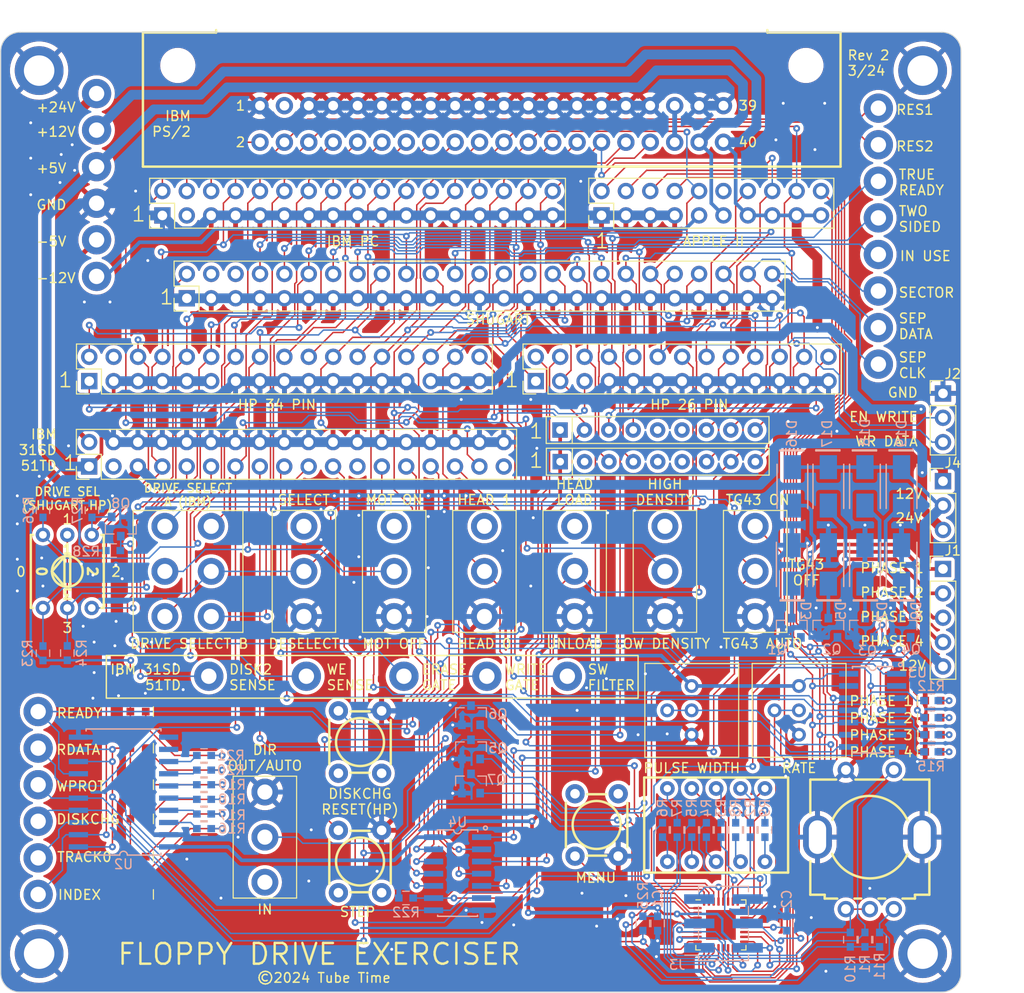
<source format=kicad_pcb>
(kicad_pcb (version 20221018) (generator pcbnew)
  (layers (0 "F.Cu" signal) (31 "B.Cu" signal) (34 "B.Paste" user) (35 "F.Paste" user) (36 "B.SilkS" user "B.Silkscreen") (37 "F.SilkS" user "F.Silkscreen") (38 "B.Mask" user) (39 "F.Mask" user) (44 "Edge.Cuts" user))
  (net 0 "")
  (net 1 "+5V")
  (net 2 "GND")
  (net 3 "Net-(U1-AREF)")
  (net 4 "Net-(D1-E)")
  (net 5 "Net-(D1-D)")
  (net 6 "Net-(D1-C)")
  (net 7 "Net-(D1-G)")
  (net 8 "Net-(D1-DP)")
  (net 9 "Net-(D1-CA2)")
  (net 10 "Net-(D1-A)")
  (net 11 "Net-(D1-B)")
  (net 12 "Net-(D1-CA1)")
  (net 13 "Net-(D1-F)")
  (net 14 "Net-(D2-A)")
  (net 15 "Net-(D4-A)")
  (net 16 "Net-(D6-A)")
  (net 17 "Net-(D8-A)")
  (net 18 "Net-(D10-K)")
  (net 19 "Net-(D11-K)")
  (net 20 "Net-(D12-K)")
  (net 21 "Net-(D13-K)")
  (net 22 "Net-(D14-K)")
  (net 23 "Net-(D15-K)")
  (net 24 "+12V")
  (net 25 "/ENWRITE")
  (net 26 "/WDATA")
  (net 27 "/MISO")
  (net 28 "/SCK")
  (net 29 "/MOSI")
  (net 30 "/RESET")
  (net 31 "/DENSITY")
  (net 33 "/RES1")
  (net 34 "/RES2")
  (net 35 "/INDEX")
  (net 36 "/MOTEN_A")
  (net 37 "/DSEL_B")
  (net 38 "/DSEL_A")
  (net 39 "/MOTEN_B")
  (net 40 "/DIR")
  (net 41 "/STEP")
  (net 42 "/TRACK0")
  (net 43 "/WPROT")
  (net 44 "/RDATA")
  (net 45 "/HEAD1SEL")
  (net 46 "/DISKCHG")
  (net 47 "/DISKCH_RST")
  (net 49 "/DSEL_3")
  (net 50 "/DSEL_0")
  (net 51 "/DSEL_1")
  (net 52 "/DSEL_2")
  (net 53 "/MOTEN")
  (net 54 "/READY")
  (net 55 "/DSELB_0")
  (net 56 "/DSELB_1")
  (net 57 "/HEAD_LOAD")
  (net 58 "/~{TG43}")
  (net 61 "/TRUEREADY")
  (net 62 "/TWO_SIDED")
  (net 63 "/IN_USE")
  (net 64 "/SECTOR")
  (net 65 "/SEP_DATA")
  (net 66 "/SEP_CLOCK")
  (net 67 "-5V")
  (net 69 "+24V")
  (net 70 "/DISK2_SENSE")
  (net 71 "/WE_SENSE")
  (net 72 "/TG43")
  (net 73 "/ERASE_GATE")
  (net 74 "/ACCESS0")
  (net 75 "Net-(J10-Pin_21)")
  (net 77 "/ACCESS1")
  (net 78 "/WRITE_GATE")
  (net 79 "Net-(J10-Pin_29)")
  (net 80 "/SWITCH_FILTER")
  (net 83 "Net-(J11-Pin_35)")
  (net 84 "/PHASE0")
  (net 85 "/PHASE1")
  (net 86 "/PHASE2")
  (net 87 "/PHASE3")
  (net 88 "-12V")
  (net 90 "/DSEL")
  (net 91 "Net-(J12-Pin_20)")
  (net 92 "/DIR_DRIVE")
  (net 93 "/STEP_DRIVE")
  (net 94 "/TG43_DRIVE")
  (net 95 "Net-(Q7-D)")
  (net 96 "Net-(U1-XTAL1{slash}PB6)")
  (net 97 "/LEDB")
  (net 98 "/LEDC")
  (net 99 "/LEDD")
  (net 100 "/LEDE")
  (net 101 "/LEDF")
  (net 102 "/LEDG")
  (net 103 "/LEDDP")
  (net 104 "Net-(U1-PE1)")
  (net 105 "Net-(U1-PE0)")
  (net 106 "Net-(U1-XTAL2{slash}PB7)")
  (net 108 "Net-(U1-PE3)")
  (net 109 "Net-(U1-PE2)")
  (net 122 "Net-(Q8-D)")
  (net 123 "Net-(U3-Pad1)")
  (net 126 "Net-(D16-A)")
  (net 127 "Net-(D17-A)")
  (net 128 "Net-(D18-A)")
  (net 129 "Net-(D19-A)")
  (net 130 "Net-(U2-B0)")
  (net 131 "Net-(U2-B1)")
  (net 132 "Net-(U2-B2)")
  (net 133 "Net-(U2-B3)")
  (net 134 "Net-(U2-B4)")
  (net 135 "Net-(U2-B5)")
  (net 140 "Net-(D16-K)")
  (net 141 "Net-(U3-Pad4)")
  (footprint "Conn:TP_KEYSTONE_5005_9" (layer "F.Cu") (at 109.982 60.198)
    (fp_text reference "TP19" hide)
    (fp_text value "TestPoint")
  )
  (footprint "Active:LEDM1608X50" (layer "F.Cu") (at 114.3 128.397 180)
    (fp_text reference "D13" hide)
    (fp_text value "LED_Small_Filled")
  )
  (footprint "Connector_PinHeader_2.54mm:PinHeader_2x13_P2.54mm_Vertical" (layer "F.Cu") (at 155.717 86.355 90)
    (fp_text reference "J8" hide)
    (fp_text value "HP 26-PIN")
  )
  (footprint "Conn:TP_KEYSTONE_5005_9" (layer "F.Cu") (at 159.004 117.094)
    (fp_text reference "TP16" hide)
    (fp_text value "TestPoint")
  )
  (footprint "Conn:TP_KEYSTONE_5005_9" (layer "F.Cu") (at 109.982 56.388)
    (fp_text reference "TP20" hide)
    (fp_text value "TestPoint")
  )
  (footprint "Switch:SW_SPDT" (layer "F.Cu") (at 131.572 106.172 180)
    (fp_text reference "SW6" hide)
    (fp_text value "DRIVE_SELECT")
  )
  (footprint "Switch:ESWITCH_TL1105" (layer "F.Cu") (at 139.664 139.648 90)
    (fp_text reference "SW2" hide)
    (fp_text value "STEP")
  )
  (footprint "Conn:TP_KEYSTONE_5005_9" (layer "F.Cu") (at 191.389 76.962)
    (fp_text reference "TP10" hide)
    (fp_text value "TestPoint")
  )
  (footprint "Active:LEDM1608X50" (layer "F.Cu") (at 114.3 131.953 180)
    (fp_text reference "D12" hide)
    (fp_text value "LED_Small_Filled")
  )
  (footprint "Switch:SW_SPDT" (layer "F.Cu") (at 178.562 106.172 180)
    (fp_text reference "SW11" hide)
    (fp_text value "TG43 MODE")
  )
  (footprint "Connector_PinHeader_2.54mm:PinHeader_2x25_P2.54mm_Vertical" (layer "F.Cu") (at 119.38 77.719 90)
    (fp_text reference "J9" hide)
    (fp_text value "SHUGART")
  )
  (footprint "Conn:TP_KEYSTONE_5005_9" (layer "F.Cu") (at 103.898 124.587)
    (fp_text reference "TP6" hide)
    (fp_text value "TestPoint")
  )
  (footprint "Switch:ESWITCH_TL1105" (layer "F.Cu") (at 139.664 127.202 90)
    (fp_text reference "SW3" hide)
    (fp_text value "DISKCH_RST")
  )
  (footprint "Conn:TP_KEYSTONE_5005_9" (layer "F.Cu") (at 191.389 57.912)
    (fp_text reference "TP5" hide)
    (fp_text value "TestPoint")
  )
  (footprint "Resistor_THT:R_Array_SIP9" (layer "F.Cu") (at 158.242 91.44)
    (fp_text reference "RN1" hide)
    (fp_text value "R_Network08")
  )
  (footprint "Active:LEDM1608X50" (layer "F.Cu") (at 197.068 119.634)
    (fp_text reference "D2" hide)
    (fp_text value "LED_ALT")
  )
  (footprint "Switch:SW_SPDT" (layer "F.Cu") (at 159.766 106.172 180)
    (fp_text reference "SW9" hide)
    (fp_text value "HEAD_LOAD")
  )
  (footprint "Switch:CTS_220AD_04" (layer "F.Cu") (at 106.934 106.172)
    (fp_text reference "SW5" hide)
    (fp_text value "DSEL2")
  )
  (footprint "Active:LEDM1608X50" (layer "F.Cu") (at 114.3 124.587 180)
    (fp_text reference "D14" hide)
    (fp_text value "LED_Small_Filled")
  )
  (footprint "Active:LEDM1608X50" (layer "F.Cu") (at 197.068 124.968)
    (fp_text reference "D8" hide)
    (fp_text value "LED_ALT")
  )
  (footprint "Connector_PinHeader_2.54mm:PinHeader_1x05_P2.54mm_Vertical" (layer "F.Cu") (at 198.12 105.918)
    (fp_text reference "J1")
    (fp_text value "STEPPER")
  )
  (footprint "Connector_PinHeader_2.54mm:PinHeader_2x17_P2.54mm_Vertical" (layer "F.Cu") (at 116.835 69.088 90)
    (fp_text reference "J6" hide)
    (fp_text value "IBM")
  )
  (footprint "Conn:MH_125_200" (layer "F.Cu") (at 196 146)
    (fp_text reference "H4" hide)
    (fp_text value "MH")
  )
  (footprint "Conn:TP_KEYSTONE_5005_9" (layer "F.Cu") (at 131.826 117.094)
    (fp_text reference "TP15" hide)
    (fp_text value "TestPoint")
  )
  (footprint "Switch:SW_SPDT" (layer "F.Cu") (at 169.164 106.172 180)
    (fp_text reference "SW13" hide)
    (fp_text value "DENSITY")
  )
  (footprint "Conn:TP_KEYSTONE_5005_9" (layer "F.Cu") (at 103.898 136.017)
    (fp_text reference "TP2" hide)
    (fp_text value "TestPoint")
  )
  (footprint "Conn:MH_125_200" (layer "F.Cu") (at 104 146)
    (fp_text reference "H3" hide)
    (fp_text value "MH")
  )
  (footprint "Conn:TP_KEYSTONE_5005_9" (layer "F.Cu") (at 141.986 117.094)
    (fp_text reference "TP25" hide)
    (fp_text value "TestPoint")
  )
  (footprint "Conn:TP_KEYSTONE_5005_9" (layer "F.Cu") (at 121.666 117.094)
    (fp_text reference "TP14" hide)
    (fp_text value "TestPoint")
  )
  (footprint "Switch:SW_DPDT" (layer "F.Cu") (at 119.507 106.172)
    (fp_text reference "SW4" hide)
    (fp_text value "DSEL")
  )
  (footprint "Conn:TP_KEYSTONE_5005_9" (layer "F.Cu") (at 103.898 120.777)
    (fp_text reference "TP7" hide)
    (fp_text value "TestPoint")
  )
  (footprint "Switch:PANASONIC_EVEY" (layer "F.Cu") (at 190.5 133.858)
    (fp_text reference "SW1" hide)
    (fp_text value "RotaryEncoder_Switch")
  )
  (footprint "Conn:TP_KEYSTONE_5005_9" (layer "F.Cu") (at 109.982 75.438)
    (fp_text reference "TP22" hide)
    (fp_text value "TestPoint")
  )
  (footprint "Connector_PinHeader_2.54mm:PinHeader_1x03_P2.54mm_Vertical" (layer "F.Cu") (at 198.12 96.774)
    (fp_text reference "J4")
    (fp_text value "V")
  )
  (footprint "Conn:TP_KEYSTONE_5005_9" (layer "F.Cu") (at 191.389 65.532)
    (fp_text reference "TP11" hide)
    (fp_text value "TestPoint")
  )
  (footprint "Passive:BOURNS_3386_VERT_UNIVERSAL" (layer "F.Cu") (at 183.119 118.11 180)
    (fp_text reference "RV1" hide)
    (fp_text value "RATE")
  )
  (footprint "Connector_PinHeader_2.54mm:PinHeader_2x18_P2.54mm_Vertical" (layer "F.Cu") (at 109.205 95.245 90)
    (fp_text reference "J10" hide)
    (fp_text value "IBM 31SD")
  )
  (footprint "Passive:BOURNS_3386_VERT_UNIVERSAL" (layer "F.Cu") (at 171.943 118.11 180)
    (fp_text reference "RV2" hide)
    (fp_text value "PW")
  )
  (footprint "Conn:EDAC_395-040-559-212" (layer "F.Cu") (at 127 61.463)
    (fp_text reference "J11" hide)
    (fp_text value "PS/2")
  )
  (footprint "Active:LEDM1608X50" (layer "F.Cu") (at 114.3 139.827 180)
    (fp_text reference "D10" hide)
    (fp_text value "LED_Small_Filled")
  )
  (footprint "Conn:TP_KEYSTONE_5005_9" (layer "F.Cu") (at 109.982 71.628)
    (fp_text reference "TP21" hide)
    (fp_text value "TestPoint")
  )
  (footprint "Package_DFN_QFN:QFN-32-1EP_5x5mm_P0.5mm_EP3.1x3.1mm" (layer "F.Cu") (at 174.992 143.002)
    (fp_text reference "U1" hide)
    (fp_text value "ATmega328PB-M")
  )
  (footprint "Conn:TP_KEYSTONE_5005_9" (layer "F.Cu") (at 150.622 117.094)
    (fp_text reference "TP24" hide)
    (fp_text value "TestPoint")
  )
  (footprint "Active:LEDM1608X50" (layer "F.Cu") (at 114.3 135.89 180)
    (fp_text reference "D11" hide)
    (fp_text value "LED_Small_Filled")
  )
  (footprint "Conn:TP_KEYSTONE_5005_9" (layer "F.Cu") (at 103.898 128.397)
    (fp_text reference "TP4" hide)
    (fp_text value "TestPoint")
  )
  (footprint "Active:LEDM1608X50" (layer "F.Cu") (at 197.068 121.412)
    (fp_text reference "D4" hide)
    (fp_text value "LED_ALT")
  )
  (footprint "Conn:TP_KEYSTONE_5005_9" (layer "F.Cu") (at 103.898 132.207)
    (fp_text reference "TP3" hide)
    (fp_text value "TestPoint")
  )
  (footprint "Conn:TP_KEYSTONE_5005_9" (layer "F.Cu") (at 191.389 84.582)
    (fp_text reference "TP13" hide)
    (fp_text value "TestPoint")
  )
  (footprint "Conn:TP_KEYSTONE_5005_9" (layer "F.Cu") (at 191.389 73.152)
    (fp_text reference "TP8" hide)
    (fp_text value "TestPoint")
  )
  (footprint "Conn:TP_KEYSTONE_5005_9" (layer "F.Cu") (at 191.389 61.722)
    (fp_text reference "TP23" hide)
    (fp_text value "TestPoint")
  )
  (footprint "Connector_PinHeader_2.54mm:PinHeader_2x10_P2.54mm_Vertical" (layer "F.Cu") (at 162.56 69.083 90)
    (fp_text reference "J12" hide)
    (fp_text value "APPLE II")
  )
  (footprint "Conn:TP_KEYSTONE_5005_9" (layer "F.Cu") (at 109.982 67.818)
    (fp_text reference "TP17" hide)
    (fp_text value "TestPoint")
  )
  (footprint "Switch:SW_SPDT" (layer "F.Cu") (at 150.368 106.172 180)
    (fp_text reference "SW8" hide)
    (fp_text value "HEAD_SEL")
  )
  (footprint "Switch:SW_SPDT" (layer "F.Cu") (at 127.508 133.858)
    (fp_text reference "SW10" hide)
    (fp_text value "DIR")
  )
  (footprint "Active:LEDM1608X50" (layer "F.Cu") (at 197.106 123.19)
    (fp_text reference "D6" hide)
    (fp_text value "LED_ALT")
  )
  (footprint "Active:LEDM1608X50" (layer "F.Cu") (at 114.3 120.777 180)
    (fp_text reference "D15" hide)
    (fp_text value "LED_Small_Filled")
  )
  (footprint "Conn:TP_KEYSTONE_5005_9" (layer "F.Cu") (at 191.389 69.342)
    (fp_text reference "TP9" hide)
    (fp_text value "TestPoint")
  )
  (footprint "Connector_PinHeader_2.54mm:PinHeader_1x03_P2.54mm_Vertical" (layer "F.Cu") (at 198.12 87.63)
    (fp_text reference "J2")
    (fp_text value "WRITE")
  )
  (footprint "Switch:ESWITCH_TL1105" (layer "F.Cu") (at 164.302 135.838 90)
    (fp_text reference "SW12" hide)
    (fp_text value "MENU")
  )
  (footprint "Connector_PinHeader_2.54mm:PinHeader_2x17_P2.54mm_Vertical" (layer "F.Cu") (at 109.22 86.355 90)
    (fp_text reference "J7" hide)
    (fp_text value "HP 34-PIN")
  )
  (footprint "Switch:SW_SPDT" (layer "F.Cu") (at 140.97 106.172 180)
    (fp_text reference "SW7" hide)
    (fp_text value "MOTOR_ON")
  )
  (footprint "Resistor_THT:R_Array_SIP9" (layer "F.Cu") (at 158.257 94.742)
    (fp_text reference "RN2" hide)
    (fp_text value "R_Network08")
  )
  (footprint "Conn:MH_125_200" (layer "F.Cu") (at 196 54)
    (fp_text reference "H2" hide)
    (fp_text value "MH")
  )
  (footprint "Active:LTD-2601G-11" (layer "F.Cu") (at 174.498 132.6)
    (fp_text reference "D1" hide)
    (fp_text value "LITEON_LTD-2601G-11")
  )
  (footprint "Conn:MH_125_200" (layer "F.Cu") (at 104 54)
    (fp_text reference "H1" hide)
    (fp_text value "MH")
  )
  (footprint "Conn:TP_KEYSTONE_5005_9" (layer "F.Cu") (at 109.982 64.008)
    (fp_text reference "TP18" hide)
    (fp_text value "TestPoint")
  )
  (footprint "Conn:TP_KEYSTONE_5005_9" (layer "F.Cu") (at 103.898 139.827)
    (fp_text reference "TP1" hide)
    (fp_text value "TestPoint")
  )
  (footprint "Conn:TP_KEYSTONE_5005_9" (layer "F.Cu") (at 191.389 80.772)
    (fp_text reference "TP12" hide)
    (fp_text value "TestPoint")
  )
  (footprint "Passive:RESC1608X55" (layer "B.Cu") (at 176.53 133.108 -90)
    (fp_text reference "R8")
    (fp_text value "1K")
  )
  (footprint "Passive:RESC1608X55" (layer "B.Cu") (at 188.468 144.538 90)
    (fp_text reference "R10")
    (fp_text value "10K")
  )
  (footprint "Passive:RESC1608X55" (layer "B.Cu") (at 121.17 125.349)
    (fp_text reference "R21")
    (fp_text value "220")
  )
  (footprint "Active:DIOM5226X210" (layer "B.Cu") (at 182.438 97.314 -90)
    (fp_text reference "D16")
    (fp_text value "D_ALT")
  )
  (footprint "Passive:RESC1608X55" (layer "B.Cu") (at 196.89 119.634 180)
    (fp_text reference "R12")
    (fp_text value "220")
  )
  (footprint "Active:SOT95P230X117-3" (layer "B.Cu") (at 182.372 112.046 90)
    (fp_text reference "Q1")
    (fp_text value "~")
  )
  (footprint "Passive:RESC1608X55" (layer "B.Cu") (at 196.89 121.412 180)
    (fp_text reference "R13" hide)
    (fp_text value "220")
  )
  (footprint "Active:SOT95P230X117-3" (layer "B.Cu") (at 148.971 128.27 90)
    (fp_text reference "Q7")
    (fp_text value "~")
  )
  (footprint "Passive:RESC1608X55" (layer "B.Cu") (at 171.958 133.108 -90)
    (fp_text reference "R5")
    (fp_text value "1K")
  )
  (footprint "Active:SOP127P620X175-14" (layer "B.Cu") (at 190.794 120.65 180)
    (fp_text reference "U3")
    (fp_text value "74LS32")
  )
  (footprint "Passive:RESC1608X55" (layer "B.Cu") (at 189.992 144.538 90)
    (fp_text reference "R1")
    (fp_text value "10K")
  )
  (footprint "Passive:RESC1608X55" (layer "B.Cu") (at 168.91 133.108 -90)
    (fp_text reference "R6")
    (fp_text value "1K")
  )
  (footprint "Passive:CAPC1608X100" (layer "B.Cu") (at 168.402 142.8505 -90)
    (fp_text reference "C1")
    (fp_text value "0.1")
  )
  (footprint "Passive:RESC1608X55" (layer "B.Cu") (at 191.516 144.538 90)
    (fp_text reference "R11")
    (fp_text value "10K")
  )
  (footprint "Passive:RESC1608X55" (layer "B.Cu") (at 121.17 131.445)
    (fp_text reference "R17")
    (fp_text value "220")
  )
  (footprint "Active:DIOM5226X210" (layer "B.Cu") (at 193.802 105.442 90)
    (fp_text reference "D9")
    (fp_text value "D_ALT")
  )
  (footprint "Passive:RESC1608X55" (layer "B.Cu") (at 196.89 123.19 180)
    (fp_text reference "R14" hide)
    (fp_text value "220")
  )
  (footprint "Passive:RESC1608X55" (layer "B.Cu") (at 179.578 133.108 -90)
    (fp_text reference "R9")
    (fp_text value "1K")
  )
  (footprint "Passive:RESC1608X55" (layer "B.Cu") (at 106.934 114.681 90)
    (fp_text reference "R24")
    (fp_text value "10K")
  )
  (footprint "Active:SOT95P230X117-3" (layer "B.Cu") (at 112.5 101.5 -90)
    (fp_text reference "Q8")
    (fp_text value "~")
  )
  (footprint "Active:SOP127P620X175-14" (layer "B.Cu") (at 147.574 137.668 180)
    (fp_text reference "U4")
    (fp_text value "74LS04")
  )
  (footprint "Passive:RESC1608X55" (layer "B.Cu") (at 175.006 133.108 90)
    (fp_text reference "R3")
    (fp_text value "1K")
  )
  (footprint "Passive:RESC1608X55" (layer "B.Cu") (at 104.4 99.8 -90)
    (fp_text reference "R26")
    (fp_text value "10K")
  )
  (footprint "Passive:RESC1608X55" (layer "B.Cu") (at 196.89 124.968 180)
    (fp_text reference "R15")
    (fp_text value "220")
  )
  (footprint "Connector_PinHeader_2.54mm:PinHeader_2x03_P2.54mm_Vertical_SMD" (layer "B.Cu") (at 175.261 142.8505)
    (fp_text reference "J3")
    (fp_text value "ISP")
  )
  (footprint "Active:SOT95P230X117-3" (layer "B.Cu") (at 186.182 112.046 90)
    (fp_text reference "Q2")
    (fp_text value "~")
  )
  (footprint "Passive:RESC1608X55" (layer "B.Cu") (at 109.5 99.8 -90)
    (fp_text reference "R27")
    (fp_text value "10K")
  )
  (footprint "Active:DIOM5226X210" (layer "B.Cu") (at 186.182 105.442 90)
    (fp_text reference "D5")
    (fp_text value "D_ALT")
  )
  (footprint "Active:SOT95P230X117-3" (layer "B.Cu") (at 148.971 124.714 90)
    (fp_text reference "Q5")
    (fp_text value "~")
  )
  (footprint "Active:SOT95P230X117-3" (layer "B.Cu") (at 193.802 112.046 90)
    (fp_text reference "Q4")
    (fp_text value "~")
  )
  (footprint "Passive:RESC1608X55" (layer "B.Cu") (at 121.17 129.921)
    (fp_text reference "R18")
    (fp_text value "220")
  )
  (footprint "Active:SOT95P230X117-3" (layer "B.Cu") (at 148.971 121.158 90)
    (fp_text reference "Q6")
    (fp_text value "~")
  )
  (footprint "Passive:RESC1608X55" (layer "B.Cu") (at 121.17 132.969)
    (fp_text reference "R16")
    (fp_text value "220")
  )
  (footprint "Passive:RESC1608X55" (layer "B.Cu") (at 111.7 104)
    (fp_text reference "R28")
    (fp_text value "10K")
  )
  (footprint "Active:SOT95P230X117-3" (layer "B.Cu") (at 189.992 112.046 90)
    (fp_text reference "Q3")
    (fp_text value "~")
  )
  (footprint "Active:DIOM5226X210" (layer "B.Cu") (at 189.992 105.442 90)
    (fp_text reference "D7")
    (fp_text value "D_ALT")
  )
  (footprint "Passive:RESC1608X55" (layer "B.Cu") (at 178.054 133.108 90)
    (fp_text reference "R2")
    (fp_text value "1K")
  )
  (footprint "Passive:RESC1608X55" (layer "B.Cu") (at 142.2 140.2 180)
    (fp_text reference "R22")
    (fp_text value "3.3K")
  )
  (footprint "Active:DIOM5226X210" (layer "B.Cu") (at 182.372 105.442 90)
    (fp_text reference "D3")
    (fp_text value "D_ALT")
  )
  (footprint "Active:SOP127P1065X265-20" (layer "B.Cu") (at 112.788 129.159)
    (fp_text reference "U2")
    (fp_text value "74LS245")
  )
  (footprint "Passive:RESC1608X55" (layer "B.Cu") (at 121.17 128.397)
    (fp_text reference "R19")
    (fp_text value "220")
  )
  (footprint "Passive:RESC1608X55" (layer "B.Cu") (at 173.482 133.108 -90)
    (fp_text reference "R4")
    (fp_text value "1K")
  )
  (footprint "Passive:RESC1608X55" (layer "B.Cu") (at 121.17 126.873)
    (fp_text reference "R20")
    (fp_text value "220")
  )
  (footprint "Active:DIOM5226X210" (layer "B.Cu") (at 193.802 97.314 -90)
    (fp_text reference "D19")
    (fp_text value "D_ALT")
  )
  (footprint "Passive:CAPC1608X100" (layer "B.Cu") (at 181.85 142.8505 90)
    (fp_text reference "C2")
    (fp_text value "0.1")
  )
  (footprint "Active:DIOM5226X210" (layer "B.Cu") (at 186.182 97.314 -90)
    (fp_text reference "D17")
    (fp_text value "D_ALT")
  )
  (footprint "Active:DIOM5226X210" (layer "B.Cu") (at 189.992 97.314 -90)
    (fp_text reference "D18")
    (fp_text value "D_ALT")
  )
  (footprint "Passive:RESC1608X55" (layer "B.Cu") (at 104.4 114.7 90)
    (fp_text reference "R23")
    (fp_text value "10K")
  )
  (footprint "Passive:RESC1608X55" (layer "B.Cu") (at 166.864 142.8505 -90)
    (fp_text reference "R25")
    (fp_text value "10K")
  )
  (footprint "Passive:RESC1608X55" (layer "B.Cu") (at 170.434 133.108 90)
    (fp_text reference "R7")
    (fp_text value "1K")
  )
  (gr_rect (start 110.998 114.935) (end 166.37 119.38) (stroke (width 0.15)) (fill none) (layer "F.SilkS"))
  (gr_arc (start 100 52) (mid 100.585786 50.585786) (end 102 50) (stroke (width 0.1)) (layer "Edge.Cuts"))
  (gr_line (start 102 50) (end 198 50) (stroke (width 0.1)) (layer "Edge.Cuts"))
  (gr_line (start 198 150) (end 102 150) (stroke (width 0.1)) (layer "Edge.Cuts"))
  (gr_arc (start 102 150) (mid 100.585786 149.414214) (end 100 148) (stroke (width 0.1)) (layer "Edge.Cuts"))
  (gr_line (start 200 52) (end 200 148) (stroke (width 0.1)) (layer "Edge.Cuts"))
  (gr_line (start 100 148) (end 100 52) (stroke (width 0.1)) (layer "Edge.Cuts"))
  (gr_arc (start 200 148) (mid 199.414214 149.414214) (end 198 150) (stroke (width 0.1)) (layer "Edge.Cuts"))
  (gr_arc (start 198 50) (mid 199.414214 50.585786) (end 200 52) (stroke (width 0.1)) (layer "Edge.Cuts"))
  (gr_text "PHASE 1" (at 196.215 106.426) (layer "F.SilkS") (effects (font (size 1.016 1.016) (thickness 0.1524)) (justify right bottom)))
  (gr_text "SECTOR" (at 193.421 77.724) (layer "F.SilkS") (effects (font (size 1.016 1.016) (thickness 0.1524)) (justify left bottom)))
  (gr_text "FLOPPY DRIVE EXERCISER" (at 112.014 147.32) (layer "F.SilkS") (effects (font (size 2.159 2.159) (thickness 0.254)) (justify left bottom)))
  (gr_text "HP 34 PIN" (at 128.763 89.398) (layer "F.SilkS") (effects (font (size 1.016 1.016) (thickness 0.1524)) (justify bottom)))
  (gr_text "MOT OFF" (at 140.97 114.3) (layer "F.SilkS") (effects (font (size 1.016 1.016) (thickness 0.1524)) (justify bottom)))
  (gr_text "WR DATA" (at 195.58 93.218) (layer "F.SilkS") (effects (font (size 1.016 1.016) (thickness 0.1524)) (justify right bottom)))
  (gr_text "TRUE\nREADY" (at 193.421 67.056) (layer "F.SilkS") (effects (font (size 1.016 1.016) (thickness 0.1524)) (justify left bottom)))
  (gr_text "PULSE WIDTH" (at 171.958 127.254) (layer "F.SilkS") (effects (font (size 1.016 1.016) (thickness 0.1524)) (justify bottom)))
  (gr_text "RATE" (at 183.134 127.254) (layer "F.SilkS") (effects (font (size 1.016 1.016) (thickness 0.1524)) (justify bottom)))
  (gr_text "DRIVE SEL\n(SHUGART,HP)" (at 106.934 99.822) (layer "F.SilkS") (effects (font (size 0.889 0.889) (thickness 0.1524)) (justify bottom)))
  (gr_text "ERASE\nGATE" (at 143.764 118.618) (layer "F.SilkS") (effects (font (size 1.016 1.016) (thickness 0.1524)) (justify left bottom)))
  (gr_text "1" (at 161.798 72.639) (layer "F.SilkS") (effects (font (size 1.524 1.524) (thickness 0.1524)) (justify left bottom)))
  (gr_text "DIR\nOUT/AUTO" (at 127.508 127) (layer "F.SilkS") (effects (font (size 1.016 1.016) (thickness 0.1524)) (justify bottom)))
  (gr_text "©2024 Tube Time" (at 126.6 149.1) (layer "F.SilkS") (effects (font (size 1 1)) (justify left bottom)))
  (gr_text "RDATA" (at 108.077 125.349) (layer "F.SilkS") (effects (font (size 1.016 1.016) (thickness 0.1524)) (justify bottom)))
  (gr_text "HEAD\nLOAD" (at 159.766 99.314) (layer "F.SilkS") (effects (font (size 1.016 1.016) (thickness 0.1524)) (justify bottom)))
  (gr_text "IN" (at 127.508 141.986) (layer "F.SilkS") (effects (font (size 1.016 1.016) (thickness 0.1524)) (justify bottom)))
  (gr_text "12V" (at 196.088 98.679) (layer "F.SilkS") (effects (font (size 1.016 1.016) (thickness 0.1524)) (justify right bottom)))
  (gr_text "IN USE" (at 193.548 73.914) (layer "F.SilkS") (effects (font (size 1.016 1.016) (thickness 0.1524)) (justify left bottom)))
  (gr_text "LOW DENSITY" (at 168.91 114.3) (layer "F.SilkS") (effects (font (size 1.016 1.016) (thickness 0.1524)) (justify bottom)))
  (gr_text "DISKCHG" (at 109.105 132.588) (layer "F.SilkS") (effects (font (size 1.016 1.016) (thickness 0.1524)) (justify bottom)))
  (gr_text "+12V" (at 103.632 60.96) (layer "F.SilkS") (effects (font (size 1.016 1.016) (thickness 0.1524)) (justify left bottom)))
  (gr_text "PHASE 4" (at 196.215 114.046) (layer "F.SilkS") (effects (font (size 1.016 1.016) (thickness 0.1524)) (justify right bottom)))
  (gr_text "DISK2\nSENSE" (at 123.698 118.618) (layer "F.SilkS") (effects (font (size 1.016 1.016) (thickness 0.1524)) (justify left bottom)))
  (gr_text "SEP\nDATA" (at 193.421 82.042) (layer "F.SilkS") (effects (font (size 1.016 1.016) (thickness 0.1524)) (justify left bottom)))
  (gr_text "SHUGART" (at 148.336 80.518) (layer "F.SilkS") (effects (font (size 1.016 1.016) (thickness 0.1524)) (justify left bottom)))
  (gr_text "UNLOAD" (at 159.766 114.3) (layer "F.SilkS") (effects (font (size 1.016 1.016) (thickness 0.1524)) (justify bottom)))
  (gr_text "INDEX" (at 108.204 140.462) (layer "F.SilkS") (effects (font (size 1.016 1.016) (thickness 0.1524)) (justify bottom)))
  (gr_text "SELECT" (at 131.572 99.314) (layer "F.SilkS") (effects (font (size 1.016 1.016) (thickness 0.1524)) (justify bottom)))
  (gr_text "SEP\nCLK" (at 193.421 86.106) (layer "F.SilkS") (effects (font (size 1.016 1.016) (thickness 0.1524)) (justify left bottom)))
  (gr_text "TRACK0" (at 108.712 136.525) (layer "F.SilkS") (effects (font (size 1.016 1.016) (thickness 0.1524)) (justify bottom)))
  (gr_text "DRIVE SELECT B" (at 119.634 114.3) (layer "F.SilkS") (effects (font (size 1.016 1.016) (thickness 0.1524)) (justify bottom)))
  (gr_text "APPLE II" (at 170.942 72.385) (layer "F.SilkS") (effects (font (size 1.016 1.016) (thickness 0.1524)) (justify left bottom)))
  (gr_text "DESELECT" (at 131.572 114.3) (layer "F.SilkS") (effects (font (size 1.016 1.016) (thickness 0.1524)) (justify bottom)))
  (gr_text "RES1" (at 193.167 58.674) (layer "F.SilkS") (effects (font (size 1.016 1.016) (thickness 0.1524)) (justify left bottom)))
  (gr_text "Rev 2\n3/24" (at 188.1 54.6) (layer "F.SilkS") (effects (font (size 1 1)) (justify left bottom)))
  (gr_text "PHASE 3" (at 195.072 123.825) (layer "F.SilkS") (effects (font (size 1.016 1.016) (thickness 0.1524)) (justify right bottom)))
  (gr_text "1" (at 106.934 101.346) (layer "F.SilkS") (effects (font (size 1.016 1.016) (thickness 0.1524)) (justify bottom)))
  (gr_text "1" (at 105.918 87.122) (layer "F.SilkS") (effects (font (size 1.524 1.524) (thickness 0.1524)) (justify left bottom)))
  (gr_text "DISKCHG\nRESET(HP)" (at 137.414 131.572) (layer "F.SilkS") (effects (font (size 1.016 1.016) (thickness 0.1524)) (justify bottom)))
  (gr_text "IBM\nPS/2" (at 119.888 60.96) (layer "F.SilkS") (effects (font (size 1.016 1.016) (thickness 0.1524)) (justify right bottom)))
  (gr_text "EN WRITE" (at 195.58 90.678) (layer "F.SilkS") (effects (font (size 1.016 1.016) (thickness 0.1524)) (justify right bottom)))
  (gr_text "TG43 AUTO" (at 179.324 114.3) (layer "F.SilkS") (effects (font (size 1.016 1.016) (thickness 0.1524)) (justify bottom)))
  (gr_text "1" (at 152.4 87.112) (layer "F.SilkS") (effects (font (size 1.524 1.524) (thickness 0.1524)) (justify left bottom)))
  (gr_text "WE\nSENSE" (at 133.858 118.618) (layer "F.SilkS") (effects (font (size 1.016 1.016) (thickness 0.1524)) (justify left bottom)))
  (gr_text "-5V" (at 103.632 72.39) (layer "F.SilkS") (effects (font (size 1.016 1.016) (thickness 0.1524)) (justify left bottom)))
  (gr_text "1" (at 154.94 95.504) (layer "F.SilkS") (effects (font (size 1.524 1.524) (thickness 0.1524)) (justify left bottom)))
  (gr_text "3" (at 106.934 112.649) (layer "F.SilkS") (effects (font (size 1.016 1.016) (thickness 0.1524)) (justify bottom)))
  (gr_text "TG43 ON" (at 178.816 99.314) (layer "F.SilkS") (effects (font (size 1.016 1.016) (thickness 0.1524)) (justify bottom)))
  (gr_text "IBM 31SD\n51TD" (at 118.872 118.618) (layer "F.SilkS") (effects (font (size 1.016 1.016) (thickness 0.1524)) (justify right bottom)))
  (gr_text "PHASE 3" (at 196.215 111.506) (layer "F.SilkS") (effects (font (size 1.016 1.016) (thickness 0.1524)) (justify right bottom)))
  (gr_text "HEAD 0" (at 150.368 114.3) (layer "F.SilkS") (effects (font (size 1.016 1.016) (thickness 0.1524)) (justify bottom)))
  (gr_text "+24V" (at 103.632 58.42) (layer "F.SilkS") (effects (font (size 1.016 1.016) (thickness 0.1524)) (justify left bottom)))
  (gr_text "+5V" (at 103.632 64.77) (layer "F.SilkS") (effects (font (size 1.016 1.016) (thickness 0.1524)) (justify left bottom)))
  (gr_text "HEAD 1" (at 150.368 99.314) (layer "F.SilkS") (effects (font (size 1.016 1.016) (thickness 0.1524)) (justify bottom)))
  (gr_text "2" (at 112.014 106.807) (layer "F.SilkS") (effects (font (size 1.016 1.016) (thickness 0.1524)) (justify bottom)))
  (gr_text "1" (at 106.411 95.758) (layer "F.SilkS") (effects (font (size 1.524 1.524) (thickness 0.1524)) (justify left bottom)))
  (gr_text "PHASE 2" (at 196.215 108.966) (layer "F.SilkS") (effects (font (size 1.016 1.016) (thickness 0.1524)) (justify right bottom)))
  (gr_text "RES2" (at 193.167 62.484) (layer "F.SilkS") (effects (font (size 1.016 1.016) (thickness 0.1524)) (justify left bottom)))
  (gr_text "PHASE 1" (at 195.072 120.269) (layer "F.SilkS") (effects (font (size 1.016 1.016) (thickness 0.1524)) (justify right bottom)))
  (gr_text "STEP" (at 137.16 142.24) (layer "F.SilkS") (effects (font (size 1.016 1.016) (thickness 0.1524)) (justify bottom)))
  (gr_text "HIGH\nDENSITY" (at 169.164 99.314) (layer "F.SilkS") (effects (font (size 1.016 1.016) (thickness 0.1524)) (justify bottom)))
  (gr_text "PHASE 4" (at 195.072 125.603) (layer "F.SilkS") (effects (font (size 1.016 1.016) (thickness 0.1524)) (justify right bottom)))
  (gr_text "MOT ON" (at 140.97 99.314) (layer "F.SilkS") (effects (font (size 1.016 1.016) (thickness 0.1524)) (justify bottom)))
  (gr_text "1" (at 113.538 69.845) (layer "F.SilkS") (effects (font (size 1.524 1.524) (thickness 0.1524)) (justify left bottom)))
  (gr_text "TWO\nSIDED" (at 193.421 70.866) (layer "F.SilkS") (effects (font (size 1.016 1.016) (thickness 0.1524)) (justify left bottom)))
  (gr_text "HP 26 PIN" (at 171.704 89.398) (layer "F.SilkS") (effects (font (size 1.016 1.016) (thickness 0.1524)) (justify bottom)))
  (gr_text "0" (at 102.108 106.807) (layer "F.SilkS") (effects (font (size 1.016 1.016) (thickness 0.1524)) (justify bottom)))
  (gr_text "1" (at 116.459 78.486) (layer "F.SilkS") (effects (font (size 1.524 1.524) (thickness 0.1524)) (justify left bottom)))
  (gr_text "MENU" (at 159.766 138.684) (layer "F.SilkS") (effects (font (size 1.016 1.016) (thickness 0.1524)) (justify left bottom)))
  (gr_text "GND" (at 195.58 88.138) (layer "F.SilkS") (effects (font (size 1.016 1.016) (thickness 0.1524)) (justify right bottom)))
  (gr_text "12V" (at 193.421 116.586) (layer "F.SilkS") (effects (font (size 1.016 1.016) (thickness 0.1524)) (justify left bottom)))
  (gr_text "GND" (at 103.632 68.58) (layer "F.SilkS") (effects (font (size 1.016 1.016) (thickness 0.1524)) (justify left bottom)))
  (gr_text "DRIVE SELECT\nA (IBM)" (at 119.507 99.441) (layer "F.SilkS") (effects (font (size 0.889 0.889) (thickness 0.1524)) (justify bottom)))
  (gr_text "1" (at 154.94 92.456) (layer "F.SilkS") (effects (font (size 1.524 1.524) (thickness 0.1524)) (justify left bottom)))
  (gr_text "-12V" (at 103.632 76.2) (layer "F.SilkS") (effects (font (size 1.016 1.016) (thickness 0.1524)) (justify left bottom)))
  (gr_text "PHASE 2" (at 195.072 122.047) (layer "F.SilkS") (effects (font (size 1.016 1.016) (thickness 0.1524)) (justify right bottom)))
  (gr_text "TG43\nOFF" (at 183.896 107.696) (layer "F.SilkS") (effects (font (size 1.016 1.016) (thickness 0.1524)) (justify bottom)))
  (gr_text "SW\nFILTER" (at 161.036 118.618) (layer "F.SilkS") (effects (font (size 1.016 1.016) (thickness 0.1524)) (justify left bottom)))
  (gr_text "READY" (at 108.204 121.539) (layer "F.SilkS") (effects (font (size 1.016 1.016) (thickness 0.1524)) (justify bottom)))
  (gr_text "IBM PC" (at 133.858 72.385) (layer "F.SilkS") (effects (font (size 1.016 1.016) (thickness 0.1524)) (justify left bottom)))
  (gr_text "WRITE\nGATE" (at 152.4 118.618) (layer "F.SilkS") (effects (font (size 1.016 1.016) (thickness 0.1524)) (justify left bottom)))
  (gr_text "24V" (at 196.088 101.219) (layer "F.SilkS") (effects (font (size 1.016 1.016) (thickness 0.1524)) (justify right bottom)))
  (gr_text "IBM\n31SD\n51TD" (at 105.918 95.758) (layer "F.SilkS") (effects (font (size 1.016 1.016) (thickness 0.1524)) (justify right bottom)))
  (gr_text "WPROT" (at 108.331 129.159) (layer "F.SilkS") (effects (font (size 1.016 1.016) (thickness 0.1524)) (justify bottom)))
  (segment (start 155.067 135.763) (end 154.94 135.89) (width 0.381) (layer "F.Cu") (net 1))
  (segment (start 156.7955 114.0955) (end 156.045505 114.845495) (width 0.381) (layer "F.Cu") (net 1))
  (segment (start 171.581 142.752) (end 172.5545 142.752) (width 0.254) (layer "F.Cu") (net 1))
  (segment (start 170.434 141.859) (end 170.688 141.859) (width 0.254) (layer "F.Cu") (net 1))
  (segment (start 113.5 115.481) (end 113.5 120.777) (width 0.1524) (layer "F.Cu") (net 1))
  (segment (start 111.76 88.392) (end 110.49 89.662) (width 0.381) (layer "F.Cu") (net 1))
  (segment (start 169.037 141.859) (end 168.402 141.224) (width 0.254) (layer "F.Cu") (net 1))
  (segment (start 155.321 132.207) (end 155.9 131.628) (width 0.381) (layer "F.Cu") (net 1))
  (segment (start 111.633 124.714) (end 111.76 124.587) (width 0.1524) (layer "F.Cu") (net 1))
  (segment (start 170.688 141.859) (end 171.581 142.752) (width 0.254) (layer "F.Cu") (net 1))
  (segment (start 155.9 114.991) (end 156.045505 114.845495) (width 0.381) (layer "F.Cu") (net 1))
  (segment (start 111.633 125.984) (end 111.633 124.714) (width 0.1524) (layer "F.Cu") (net 1))
  (segment (start 113.538 115.443) (end 113.5 115.481) (width 0.1524) (layer "F.Cu") (net 1))
  (segment (start 180.086 145.161) (end 179.177 144.252) (width 0.1524) (layer "F.Cu") (net 1))
  (segment (start 158.257 98.537) (end 156.7955 99.9985) (width 0.381) (layer "F.Cu") (net 1))
  (segment (start 156.7955 99.9985) (end 156.7955 114.0955) (width 0.381) (layer "F.Cu") (net 1))
  (segment (start 110.49 93.96) (end 109.205 95.245) (width 0.381) (layer "F.Cu") (net 1))
  (segment (start 155.321 135.509) (end 155.067 135.763) (width 0.381) (layer "F.Cu") (net 1))
  (segment (start 111.76 124.587) (end 113.5 124.587) (width 0.1524) (layer "F.Cu") (net 1))
  (segment (start 154.94 139.573) (end 154.94 141.732) (width 0.381) (layer "F.Cu") (net 1))
  (segment (start 158.257 94.742) (end 158.257 91.455) (width 0.381) (layer "F.Cu") (net 1))
  (segment (start 158.257 91.455) (end 158.242 91.44) (width 0.381) (layer "F.Cu") (net 1))
  (segment (start 170.434 141.859) (end 169.037 141.859) (width 0.254) (layer "F.Cu") (net 1))
  (segment (start 155.321 132.207) (end 155.321 135.509) (width 0.381) (layer "F.Cu") (net 1))
  (segment (start 180.086 145.415) (end 180.086 145.161) (width 0.1524) (layer "F.Cu") (net 1))
  (segment (start 111.76 86.355) (end 111.76 88.392) (width 0.381) (layer "F.Cu") (net 1))
  (segment (start 110.49 89.662) (end 110.49 93.96) (width 0.381) (layer "F.Cu") (net 1))
  (segment (start 113.5 135.89) (end 113.5 120.777) (width 0.1524) (layer "F.Cu") (net 1))
  (segment (start 180.086 147.193) (end 180.086 145.415) (width 0.1524) (layer "F.Cu") (net 1))
  (segment (start 179.177 144.252) (end 177.4295 144.252) (width 0.1524) (layer "F.Cu") (net 1))
  (segment (start 113.5 139.827) (end 113.5 135.89) (width 0.1524) (layer "F.Cu") (net 1))
  (segment (start 111.633 134.874) (end 111.633 129.667) (width 0.1524) (layer "F.Cu") (net 1))
  (segment (start 111.633 129.667) (end 111.633 125.984) (width 0.1524) (layer "F.Cu") (net 1))
  (segment (start 158.257 94.742) (end 158.257 98.537) (width 0.381) (layer "F.Cu") (net 1))
  (segment (start 154.94 135.89) (end 154.94 139.573) (width 0.381) (layer "F.Cu") (net 1))
  (segment (start 155.9 131.628) (end 155.9 114.991) (width 0.381) (layer "F.Cu") (net 1))
  (via (at 170.434 141.859) (size 0.7112) (drill 0.3048) (layers "F.Cu" "B.Cu") (net 1))
  (via (at 111.633 125.984) (size 0.7112) (drill 0.3048) (layers "F.Cu" "B.Cu") (net 1))
  (via (at 111.633 134.874) (size 0.7112) (drill 0.3048) (layers "F.Cu" "B.Cu") (net 1))
  (via (at 180.086 147.193) (size 0.7112) (drill 0.3048) (layers "F.Cu" "B.Cu") (net 1))
  (via (at 155.321 132.207) (size 0.7112) (drill 0.3048) (layers "F.Cu" "B.Cu") (net 1))
  (via (at 154.94 141.732) (size 0.7112) (drill 0.3048) (layers "F.Cu" "B.Cu") (net 1))
  (via (at 111.633 129.667) (size 0.7112) (drill 0.3048) (layers "F.Cu" "B.Cu") (net 1))
  (via (at 180.086 145.415) (size 0.7112) (drill 0.3048) (layers "F.Cu" "B.Cu") (net 1))
  (via (at 168.402 141.224) (size 0.7112) (drill 0.3048) (layers "F.Cu" "B.Cu") (net 1))
  (via (at 113.538 115.443) (size 0.7112) (drill 0.3048) (layers "F.Cu" "B.Cu") (net 1))
  (via (at 111.633 124.714) (size 0.7112) (drill 0.3048) (layers "F.Cu" "B.Cu") (net 1))
  (via (at 156.045505 114.845495) (size 0.7112) (drill 0.3048) (layers "F.Cu" "B.Cu") (net 1))
  (segment (start 156.145514 114.945504) (end 156.045505 114.845495) (width 0.381) (layer "B.Cu") (net 1))
  (segment (start 185.547 117.348) (end 183.881 117.348) (width 0.1524) (layer "B.Cu") (net 1))
  (segment (start 183.515 146.812) (end 185.039 145.288) (width 0.1524) (layer "B.Cu") (net 1))
  (segment (start 180.086 147.193) (end 180.467 146.812) (width 0.1524) (layer "B.Cu") (net 1))
  (segment (start 146.812 133.858) (end 148.082 132.588) (width 0.381) (layer "B.Cu") (net 1))
  (segment (start 168.275 53.975) (end 175.895 53.975) (width 1.016) (layer "B.Cu") (net 1))
  (segment (start 108.9 104) (end 108.2 103.3) (width 0.254) (layer "B.Cu") (net 1))
  (segment (start 166.497 55.753) (end 168.275 53.975) (width 1.016) (layer "B.Cu") (net 1))
  (segment (start 106.934 115.431) (end 104.331 115.431) (width 0.254) (layer "B.Cu") (net 1))
  (segment (start 104.4 99.05) (end 104.4 97.403) (width 0.254) (layer "B.Cu") (net 1))
  (segment (start 104.331 115.431) (end 103.124 114.224) (width 0.254) (layer "B.Cu") (net 1))
  (segment (start 123.698 134.874) (end 117.488 134.874) (width 0.381) (layer "B.Cu") (net 1))
  (segment (start 180.467 146.812) (end 183.515 146.812) (width 0.1524) (layer "B.Cu") (net 1))
  (segment (start 154.94 141.732) (end 163.576 141.732) (width 0.381) (layer "B.Cu") (net 1))
  (segment (start 183.881 117.348) (end 183.119 118.11) (width 0.1524) (layer "B.Cu") (net 1))
  (segment (start 106.934 115.431) (end 113.526 115.431) (width 0.254) (layer "B.Cu") (net 1))
  (segment (start 111.633 124.714) (end 108.089 124.714) (width 0.1524) (layer "B.Cu") (net 1))
  (segment (start 148.082 132.588) (end 148.463 132.207) (width 0.381) (layer "B.Cu") (net 1))
  (segment (start 145.074 133.858) (end 143.383 133.858) (width 0.381) (layer "B.Cu") (net 1))
  (segment (start 168.778504 114.945504) (end 156.145514 114.945504) (width 0.381) (layer "B.Cu") (net 1))
  (segment (start 171.943 118.11) (end 168.778504 114.945504) (width 0.381) (layer "B.Cu") (net 1))
  (segment (start 116.332 134.874) (end 113.03 131.572) (width 0.1524) (layer "B.Cu") (net 1))
  (segment (start 175.133 143.764) (end 176.7595 145.3905) (width 0.254) (layer "B.Cu") (net 1))
  (segment (start 175.895 53.975) (end 177.292 55.372) (width 1.016) (layer "B.Cu") (net 1))
  (segment (start 104.4 97.403) (end 106.558 95.245) (width 0.254) (layer "B.Cu") (net 1))
  (segment (start 175.26 69.083) (end 173.99 67.813) (width 0.381) (layer "B.Cu") (net 1))
  (segment (start 110.95 104) (end 108.9 104) (width 0.254) (layer "B.Cu") (net 1))
  (segment (start 191.516 145.288) (end 188.468 145.288) (width 0.1524) (layer "B.Cu") (net 1))
  (segment (start 106.558 95.245) (end 109.205 95.245) (width 1.016) (layer "B.Cu") (net 1))
  (segment (start 104.4 99.05) (end 104.374 99.05) (width 0.254) (layer "B.Cu") (net 1))
  (segment (start 111.76 86.355) (end 121.92 86.355) (width 1.016) (layer "B.Cu") (net 1))
  (segment (start 176.53 59.436) (end 174.747 59.436) (width 1.016) (layer "B.Cu") (net 1))
  (segment (start 115.951 58.039) (end 121.285 58.039) (width 1.016) (layer "B.Cu") (net 1))
  (segment (start 113.03 131.064) (end 111.633 129.667) (width 0.1524) (layer "B.Cu") (net 1))
  (segment (start 143.383 133.858) (end 140.97 136.271) (width 0.381) (layer "B.Cu") (net 1))
  (segment (start 117.488 134.874) (end 116.332 134.874) (width 0.1524) (layer "B.Cu") (net 1))
  (segment (start 168.402 142.1005) (end 166.864 142.1005) (width 0.1524) (layer "B.Cu") (net 1))
  (segment (start 180.086 145.415) (end 180.0615 145.3905) (width 0.1524) (layer "B.Cu") (net 1))
  (segment (start 174.625 141.859) (end 175.133 142.367) (width 0.254) (layer "B.Cu") (net 1))
  (segment (start 180.0615 145.3905) (end 177.786 145.3905) (width 0.1524) (layer "B.Cu") (net 1))
  (segment (start 177.292 58.674) (end 176.53 59.436) (width 1.016) (layer "B.Cu") (net 1))
  (segment (start 170.434 141.859) (end 174.625 141.859) (width 0.254) (layer "B.Cu") (net 1))
  (segment (start 188.294 116.84) (end 186.055 116.84) (width 0.1524) (layer "B.Cu") (net 1))
  (segment (start 103.124 114.224) (end 103.124 100.3) (width 0.254) (layer "B.Cu") (net 1))
  (segment (start 148.463 132.207) (end 155.321 132.207) (width 0.381) (layer "B.Cu") (net 1))
  (segment (start 123.571 55.753) (end 166.497 55.753) (width 1.016) (layer "B.Cu") (net 1))
  (segment (start 104.374 99.05) (end 103.124 100.3) (width 0.254) (layer "B.Cu") (net 1))
  (segment (start 113.526 115.431) (end 113.538 115.443) (width 0.1524) (layer "B.Cu") (net 1))
  (segment (start 171.943 118.11) (end 183.119 118.11) (width 0.381) (layer "B.Cu") (net 1))
  (segment (start 109.982 64.008) (end 115.951 58.039) (width 1.016) (layer "B.Cu") (net 1))
  (segment (start 108.088 134.874) (end 111.633 134.874) (width 0.1524) (layer "B.Cu") (net 1))
  (segment (start 109.982 64.008) (end 104.775 69.215) (width 1.016) (layer "B.Cu") (net 1))
  (segment (start 108.2 103.3) (end 108.2 99.05) (width 0.254) (layer "B.Cu") (net 1))
  (segment (start 121.285 58.039) (end 123.571 55.753) (width 1.016) (layer "B.Cu") (net 1))
  (segment (start 173.99 67.813) (end 173.99 62.733) (width 0.381) (layer "B.Cu") (net 1))
  (segment (start 125.095 136.271) (end 123.698 134.874) (width 0.381) (layer "B.Cu") (net 1))
  (segment (start 104.775 93.462) (end 106.558 95.245) (width 1.016) (layer "B.Cu") (net 1))
  (segment (start 174.747 59.436) (end 172.72 61.463) (width 1.016) (layer "B.Cu") (net 1))
  (segment (start 175.133 142.367) (end 175.133 143.764) (width 0.254) (layer "B.Cu") (net 1))
  (segment (start 145.074 133.858) (end 146.812 133.858) (width 0.381) (layer "B.Cu") (net 1))
  (segment (start 140.97 136.271) (end 125.095 136.271) (width 0.381) (layer "B.Cu") (net 1))
  (segment (start 104.775 69.215) (end 104.775 93.462) (width 1.016) (layer "B.Cu") (net 1))
  (segment (start 109.5 99.05) (end 108.2 99.05) (width 0.254) (layer "B.Cu") (net 1))
  (segment (start 176.7595 145.3905) (end 177.786 145.3905) (width 0.254) (layer "B.Cu") (net 1))
  (segment (start 113.03 131.572) (end 113.03 131.064) (width 0.1524) (layer "B.Cu") (net 1))
  (segment (start 177.292 55.372) (end 177.292 58.674) (width 1.016) (layer "B.Cu") (net 1))
  (segment (start 186.055 116.84) (end 185.547 117.348) (width 0.1524) (layer "B.Cu") (net 1))
  (segment (start 185.039 145.288) (end 188.468 145.288) (width 0.1524) (layer "B.Cu") (net 1))
  (segment (start 173.99 62.733) (end 172.72 61.463) (width 0.381) (layer "B.Cu") (net 1))
  (segment (start 164.084 141.224) (end 168.402 141.224) (width 0.381) (layer "B.Cu") (net 1))
  (segment (start 108.2 99.05) (end 104.4 99.05) (width 0.254) (layer "B.Cu") (net 1))
  (segment (start 111.633 125.984) (end 108.088 125.984) (width 0.1524) (layer "B.Cu") (net 1))
  (segment (start 163.576 141.732) (end 164.084 141.224) (width 0.381) (layer "B.Cu") (net 1))
  (segment (start 168.402 141.224) (end 168.402 142.1005) (width 0.1524) (layer "B.Cu") (net 1))
  (segment (start 174.742 143.252) (end 174.992 143.002) (width 0.1524) (layer "F.Cu") (net 2))
  (segment (start 148.463 133.35) (end 148.463 138.049) (width 0.1524) (layer "F.Cu") (net 2))
  (segment (start 147.066 131.953) (end 148.463 133.35) (width 0.1524) (layer "F.Cu") (net 2))
  (segment (start 196.268 119.634) (end 196.268 124.968) (width 0.1524) (layer "F.Cu") (net 2))
  (segment (start 189.992 101.346) (end 186.182 101.346) (width 0.508) (layer "F.Cu") (net 2))
  (segment (start 172.5545 143.252) (end 174.742 143.252) (width 0.1524) (layer "F.Cu") (net 2))
  (segment (start 184.023 103.251) (end 185.928 101.346) (width 0.508) (layer "F.Cu") (net 2))
  (segment (start 147.193 141.478) (end 148.463 141.478) (width 0.1524) (layer "F.Cu") (net 2))
  (segment (start 141.478 122.516) (end 141.478 131.334) (width 0.508) (layer "F.Cu") (net 2))
  (segment (start 196.268 124.968) (end 196.268 125.55) (width 0.1524) (layer "F.Cu") (net 2))
  (segment (start 168.402 144.653) (end 168.402 144.526) (width 0.1524) (layer "F.Cu") (net 2))
  (segment (start 168.402 144.526) (end 170.18 142.748) (width 0.1524) (layer "F.Cu") (net 2))
  (segment (start 141.478 131.334) (end 139.664 133.148) (width 0.508) (layer "F.Cu") (net 2))
  (segment (start 178.685 142.752) (end 177.4295 142.752) (width 0.254) (layer "F.Cu") (net 2))
  (segment (start 170.18 142.748) (end 170.815 142.748) (width 0.1524) (layer "F.Cu") (net 2))
  (segment (start 180.34 141.097) (end 178.685 142.752) (width 0.254) (layer "F.Cu") (net 2))
  (segment (start 171.319 143.252) (end 172.5545 143.252) (width 0.1524) (layer "F.Cu") (net 2))
  (segment (start 146.431 140.716) (end 147.193 141.478) (width 0.1524) (layer "F.Cu") (net 2))
  (segment (start 177.4295 142.752) (end 175.242 142.752) (width 0.1524) (layer "F.Cu") (net 2))
  (segment (start 147.066 122.174) (end 146.8 121.908) (width 0.508) (layer "F.Cu") (net 2))
  (segment (start 148.463 138.049) (end 146.431 140.081) (width 0.1524) (layer "F.Cu") (net 2))
  (segment (start 193.675 101.346) (end 189.992 101.346) (width 0.508) (layer "F.Cu") (net 2))
  (segment (start 147.066 129.286) (end 147.066 131.953) (width 0.1524) (layer "F.Cu") (net 2))
  (segment (start 147.066 125.73) (end 147.066 129.286) (width 0.1524) (layer "F.Cu") (net 2))
  (segment (start 140.97 110.871) (end 139.664 112.177) (width 0.508) (layer "F.Cu") (net 2))
  (segment (start 170.815 142.748) (end 171.319 143.252) (width 0.1524) (layer "F.Cu") (net 2))
  (segment (start 146.431 140.081) (end 146.431 140.716) (width 0.1524) (layer "F.Cu") (net 2))
  (segment (start 196.268 125.55) (end 195.834 125.984) (width 0.1524) (layer "F.Cu") (net 2))
  (segment (start 139.664 112.177) (end 139.664 120.702) (width 0.508) (layer "F.Cu") (net 2))
  (segment (start 146.8 121.908) (end 146.8 120.1) (width 0.508) (layer "F.Cu") (net 2))
  (segment (start 185.928 101.346) (end 186.182 101.346) (width 0.508) (layer "F.Cu") (net 2))
  (segment (start 139.664 120.702) (end 141.478 122.516) (width 0.508) (layer "F.Cu") (net 2))
  (segment (start 147.066 122.174) (end 147.066 125.73) (width 0.1524) (layer "F.Cu") (net 2))
  (segment (start 175.242 142.752) (end 174.992 143.002) (width 0.1524) (layer "F.Cu") (net 2))
  (segment (start 180.594 141.097) (end 180.34 141.097) (width 0.254) (layer "F.Cu") (net 2))
  (via (at 164.211 142.367) (size 0.7112) (drill 0.3048) (layers "F.Cu" "B.Cu") (net 2))
  (via (at 109.728 116.713) (size 0.7112) (drill 0.3048) (layers "F.Cu" "B.Cu") (net 2))
  (via (at 165.1 139.954) (size 0.7112) (drill 0.3048) (layers "F.Cu" "B.Cu") (net 2))
  (via (at 184.404 142.24) (size 0.7112) (drill 0.3048) (layers "F.Cu" "B.Cu") (net 2))
  (via (at 106.299 62.738) (size 0.7112) (drill 0.3048) (layers "F.Cu" "B.Cu") (net 2))
  (via (at 137.287 104.648) (size 0.7112) (drill 0.3048) (layers "F.Cu" "B.Cu") (net 2))
  (via (at 146.1842 98.298) (size 0.7112) (drill 0.3048) (layers "F.Cu" "B.Cu") (net 2))
  (via (at 152.273 104.013) (size 0.7112) (drill 0.3048) (layers "F.Cu" "B.Cu") (net 2))
  (via (at 147.066 122.174) (size 0.7112) (drill 0.3048) (layers "F.Cu" "B.Cu") (net 2))
  (via (at 144.526 100.457) (size 0.7112) (drill 0.3048) (layers "F.Cu" "B.Cu") (net 2))
  (via (at 184.023 103.251) (size 0.7112) (drill 0.3048) (layers "F.Cu" "B.Cu") (net 2))
  (via (at 104.394 107.696) (size 0.7112) (drill 0.3048) (layers "F.Cu" "B.Cu") (net 2))
  (via (at 124.714 133.858) (size 0.7112) (drill 0.3048) (layers "F.Cu" "B.Cu") (net 2))
  (via (at 112.649 106.934) (size 0.7112) (drill 0.3048) (layers "F.Cu" "B.Cu") (net 2))
  (via (at 137.287 98.298) (size 0.7112) (drill 0.3048) (layers "F.Cu" "B.Cu") (net 2))
  (via (at 181.483 57.404) (size 0.7112) (drill 0.3048) (layers "F.Cu" "B.Cu") (net 2))
  (via (at 112.014 111.379) (size 0.7112) (drill 0.3048) (layers "F.Cu" "B.Cu") (net 2))
  (via (at 108.585 111.887) (size 0.7112) (drill 0.3048) (layers "F.Cu" "B.Cu") (net 2))
  (via (at 103.124 59.436) (size 0.7112) (drill 0.3048) (layers "F.Cu" "B.Cu") (net 2))
  (via (at 190.5 139.192) (size 0.7112) (drill 0.3048) (layers "F.Cu" "B.Cu") (net 2))
  (via (at 133.35 102.87) (size 0.7112) (drill 0.3048) (layers "F.Cu" "B.Cu") (net 2))
  (via (at 132.334 133.096) (size 0.7112) (drill 0.3048) (layers "F.Cu" "B.Cu") (net 2))
  (via (at 189.992 101.346) (size 0.7112) (drill 0.3048) (layers "F.Cu" "B.Cu") (net 2))
  (via (at 115.697 113.538) (size 0.7112) (drill 0.3048) (layers "F.Cu" "B.Cu") (net 2))
  (via (at 155.194 107.696) (size 0.7112) (drill 0.3048) (layers "F.Cu" "B.Cu") (net 2))
  (via (at 144.399 110.871) (size 0.7112) (drill 0.3048) (layers "F.Cu" "B.Cu") (net 2))
  (via (at 148.463 98.298) (size 0.7112) (drill 0.3048) (layers "F.Cu" "B.Cu") (net 2))
  (via (at 167.132 116.84) (size 0.7112) (drill 0.3048) (layers "F.Cu" "B.Cu") (net 2))
  (via (at 163.068 117.348) (size 0.7112) (drill 0.3048) (layers "F.Cu" "B.Cu") (net 2))
  (via (at 137.287 100.33) (size 0.7112) (drill 0.3048) (layers "F.Cu" "B.Cu") (net 2))
  (via (at 132.08 138.43) (size 0.7112) (drill 0.3048) (layers "F.Cu" "B.Cu") (net 2))
  (via (at 133.35 99.695) (size 0.7112) (drill 0.3048) (layers "F.Cu" "B.Cu") (net 2))
  (via (at 103.124 63.119) (size 0.7112) (drill 0.3048) (layers "F.Cu" "B.Cu") (net 2))
  (via (at 106.172 65.659) (size 0.7112) (drill 0.3048) (layers "F.Cu" "B.Cu") (net 2))
  (via (at 148.463 141.478) (size 0.7112) (drill 0.3048) (layers "F.Cu" "B.Cu") (net 2))
  (via (at 169.4 123.1) (size 0.7112) (drill 0.3048) (layers "F.Cu" "B.Cu") (net 2))
  (via (at 107.696 64.389) (size 0.7112) (drill 0.3048) (layers "F.Cu" "B.Cu") (net 2))
  (via (at 162.052 143.129) (size 0.7112) (drill 0.3048) (layers "F.Cu" "B.Cu") (net 2))
  (via (at 101.727 108.204) (size 0.7112) (drill 0.3048) (layers "F.Cu" "B.Cu") (net 2))
  (via (at 114.046 66.548) (size 0.7112) (drill 0.3048) (layers "F.Cu" "B.Cu") (net 2))
  (via (at 183.007 126.365) (size 0.7112) (drill 0.3048) (layers "F.Cu" "B.Cu") (net 2))
  (via (at 147.955 88.265) (size 0.7112) (drill 0.3048) (layers "F.Cu" "B.Cu") (net 2))
  (via (at 192.659 109.982) (size 0.7112) (drill 0.3048) (layers "F.Cu" "B.Cu") (net 2))
  (via (at 139.192 137.414) (size 0.7112) (drill 0.3048) (layers "F.Cu" "B.Cu") (net 2))
  (via (at 155.829 93.345) (size 0.7112) (drill 0.3048) (layers "F.Cu" "B.Cu") (net 2))
  (via (at 175.006 114.046) (size 0.7112) (drill 0.3048) (layers "F.Cu" "B.Cu") (net 2))
  (via (at 146.8 120.1) (size 0.7112) (drill 0.3048) (layers "F.Cu" "B.Cu") (net 2))
  (via (at 180.721 61.214) (size 0.7112) (drill 0.3048) (layers "F.Cu" "B.Cu") (net 2))
  (via (at 140.716 145.542) (size 0.7112) (drill 0.3048) (layers "F.Cu" "B.Cu") (net 2))
  (via (at 168.275 146.304) (size 0.7112) (drill 0.3048) (layers "F.Cu" "B.Cu") (net 2))
  (via (at 185.928 147.828) (size 0.7112) (drill 0.3048) (layers "F.Cu" "B.Cu") (net 2))
  (via (at 181.737 127.508) (size 0.7112) (drill 0.3048) (layers "F.Cu" "B.Cu") (net 2))
  (via (at 190.246 123.444) (size 0.7112) (drill 0.3048) (layers "F.Cu" "B.Cu") (net 2))
  (via (at 185.801 57.404) (size 0.7112) (drill 0.3048) (layers "F.Cu" "B.Cu") (net 2))
  (via (at 155.448 100.584) (size 0.7112) (drill 0.3048) (layers "F.Cu" "B.Cu") (net 2))
  (via (at 111.990931 105.5) (size 0.7112) (drill 0.3048) (layers "F.Cu" "B.Cu") (net 2))
  (via (at 160.528 139.7) (size 0.7112) (drill 0.3048) (layers "F.Cu" "B.Cu") (net 2))
  (via (at 161 118.3) (size 0.7112) (drill 0.3048) (layers "F.Cu" "B.Cu") (net 2))
  (via (at 108.4 105.4) (size 0.7112) (drill 0.3048) (layers "F.Cu" "B.Cu") (net 2))
  (via (at 115.062 118.872) (size 0.7112) (drill 0.3048) (layers "F.Cu" "B.Cu") (net 2))
  (via (at 193.675 101.346) (size 0.7112) (drill 0.3048) (layers "F.Cu" "B.Cu") (net 2))
  (via (at 168.402 144.653) (size 0.7112) (drill 0.3048) (layers "F.Cu" "B.Cu") (net 2))
  (via (at 166.37 123.19) (size 0.7112) (drill 0.3048) (layers "F.Cu" "B.Cu") (net 2))
  (via (at 101.727 98.298) (size 0.7112) (drill 0.3048) (layers "F.Cu" "B.Cu") (net 2))
  (via (at 104.013 96.266) (size 0.7112) (drill 0.3048) (layers "F.Cu" "B.Cu") (net 2))
  (via (at 144.526 98.298) (size 0.7112) (drill 0.3048) (layers "F.Cu" "B.Cu") (net 2))
  (via (at 112.268 119.126) (size 0.7112) (drill 0.3048) (layers "F.Cu" "B.Cu") (net 2))
  (via (at 147.066 129.286) (size 0.7112) (drill 0.3048) (layers "F.Cu" "B.Cu") (net 2))
  (via (at 103.124 66.929) (size 0.7112) (drill 0.3048) (layers "F.Cu" "B.Cu") (net 2))
  (via (at 146.1842 99.949) (size 0.7112) (drill 0.3048) (layers "F.Cu" "B.Cu") (net 2))
  (via (at 118.11 115.824) (size 0.7112) (drill 0.3048) (layers "F.Cu" "B.Cu") (net 2))
  (via (at 104.267 104.775) (size 0.7112) (drill 0.3048) (layers "F.Cu" "B.Cu") (net 2))
  (via (at 118.999 118.491) (size 0.7112) (drill 0.3048) (layers "F.Cu" "B.Cu") (net 2))
  (via (at 109.601 119.38) (size 0.7112) (drill 0.3048) (layers "F.Cu" "B.Cu") (net 2))
  (via (at 184.912 109.982) (size 0.7112) (drill 0.3048) (layers "F.Cu" "B.Cu") (net 2))
  (via (at 112.141 116.967) (size 0.7112) (drill 0.3048) (layers "F.Cu" "B.Cu") (net 2))
  (via (at 187.071 91.567) (size 0.7112) (drill 0.3048) (layers "F.Cu" "B.Cu") (net 2))
  (via (at 107.442 61.722) (size 0.7112) (drill 0.3048) (layers "F.Cu" "B.Cu") (net 2))
  (via (at 144.526 105.791) (size 0.7112) (drill 0.3048) (layers "F.Cu" "B.Cu") (net 2))
  (via (at 105.664 98.298) (size 0.7112) (drill 0.3048) (layers "F.Cu" "B.Cu") (net 2))
  (via (at 186.182 101.346) (size 0.7112) (drill 0.3048) (layers "F.Cu" "B.Cu") (net 2))
  (via (at 115.316 73.787) (size 0.7112) (drill 0.3048) (layers "F.Cu" "B.Cu") (net 2))
  (via (at 150.114 142.748) (size 0.7112) (drill 0.3048) (layers "F.Cu" "B.Cu") (net 2))
  (via (at 101.727 104.902) (size 0.7112) (drill 0.3048) (layers "F.Cu" "B.Cu") (net 2))
  (via (at 111.633 98.298) (size 0.7112) (drill 0.3048) (layers "F.Cu" "B.Cu") (net 2))
  (via (at 160.02 120.65) (size 0.7112) (drill 0.3048) (layers "F.Cu" "B.Cu") (net 2))
  (via (at 111.379 78.105) (size 0.7112) (drill 0.3048) (layers "F.Cu" "B.Cu") (net 2))
  (via (at 107.061 93.091) (size 0.7112) (drill 0.3048) (layers "F.Cu" "B.Cu") (net 2))
  (via (at 119.38 136.144) (size 0.7112) (drill 0.3048) (layers "F.Cu" "B.Cu") (net 2))
  (via (at 160.401 65.532) (size 0.7112) (drill 0.3048) (layers "F.Cu" "B.Cu") (net 2))
  (via (at 109.728 113.538) (size 0.7112) (drill 0.3048) (layers "F.Cu" "B.Cu") (net 2))
  (via (at 163.195 100.076) (size 0.7112) (drill 0.3048) (layers "F.Cu" "B.Cu") (net 2))
  (via (at 109.601 106.553) (size 0.7112) (drill 0.3048) (layers "F.Cu" "B.Cu") (net 2))
  (via (at 122.936 140.208) (size 0.7112) (drill 0.3048) (layers "F.Cu" "B.Cu") (net 2))
  (via (at 136.779 107.315) (size 0.7112) (drill 0.3048) (layers "F.Cu" "B.Cu") (net 2))
  (via (at 180.594 141.097) (size 0.7112) (drill 0.3048) (layers "F.Cu" "B.Cu") (net 2))
  (via (at 108.712 78.105) (size 0.7112) (drill 0.3048) (layers "F.Cu" "B.Cu") (net 2))
  (via (at 147.066 125.73) (size 0.7112) (drill 0.3048) (layers "F.Cu" "B.Cu") (net 2))
  (via (at 188.468 110.109) (size 0.7112) (drill 0.3048) (layers "F.Cu" "B.Cu") (net 2))
  (via (at 181.991 90.551) (size 0.7112) (drill 0.3048) (layers "F.Cu" "B.Cu") (net 2))
  (via (at 153.416 143.002) (size 0.7112) (drill 0.3048) (layers "F.Cu" "B.Cu") (net 2))
  (via (at 101.727 101.219) (size 0.7112) (drill 0.3048) (layers "F.Cu" "B.Cu") (net 2))
  (via (at 195.453 125.984) (size 0.7112) (drill 0.3048) (layers "F.Cu" "B.Cu") (net 2))
  (via (at 165.989 99.822) (size 0.7112) (drill 0.3048) (layers "F.Cu" "B.Cu") (net 2))
  (via (at 155.194 88.265) (size 0.7112) (drill 0.3048) (layers "F.Cu" "B.Cu") (net 2))
  (via (at 134.747 98.298) (size 0.7112) (drill 0.3048) (layers "F.Cu" "B.Cu") (net 2))
  (via (at 111.887 113.919) (size 0.7112) (drill 0.3048) (layers "F.Cu" "B.Cu") (net 2))
  (via (at 184.785 62.23) (size 0.7112) (drill 0.3048) (layers "F.Cu" "B.Cu") (net 2))
  (via (at 137.412844 113.0158) (size 0.7112) (drill 0.3048) (layers "F.Cu" "B.Cu") (net 2))
  (segment (start 155.194 88.265) (end 147.955 88.265) (width 1.016) (layer "B.Cu") (net 2))
  (segment (start 139.664 133.148) (end 135.675 129.159) (width 0.508) (layer "B.Cu") (net 2))
  (segment (start 106.68 77.343) (end 107.442 78.105) (width 1.016) (layer "B.Cu") (net 2))
  (segment (start 127 57.653) (end 124.084 57.653) (width 1.016) (layer "B.Cu") (net 2))
  (segment (start 110.617 123.444) (end 112.522 121.539) (width 0.381) (layer "B.Cu") (net 2))
  (segment (start 114.808 69.088) (end 113.538 67.818) (width 1.016) (layer "B.Cu") (net 2))
  (segment (start 147.066 129.286) (end 148.005 129.286) (width 0.1524) (layer "B.Cu") (net 2))
  (segment (start 106.68 69.469) (end 106.68 77.343) (width 1.016) (layer "B.Cu") (net 2))
  (segment (start 124.46 86.355) (end 122.55 88.265) (width 1.016) (layer "B.Cu") (net 2))
  (segment (start 192.852 113.046) (end 192.852 113.496) (width 0.508) (layer "B.Cu") (net 2))
  (segment (start 172.72 57.653) (end 175.26 57.653) (width 1.016) (layer "B.Cu") (net 2))
  (segment (start 107.315 89.789) (end 107.315 88.265) (width 1.016) (layer "B.Cu") (net 2))
  (segment (start 189.042 113.604) (end 189.042 113.046) (width 0.508) (layer "B.Cu") (net 2))
  (segment (start 181.5975 142.1005) (end 181.85 142.1005) (width 0.254) (layer "B.Cu") (net 2))
  (segment (start 121.915 69.088) (end 120.264 70.739) (width 1.016) (layer "B.Cu") (net 2))
  (segment (start 148.021 125.714) (end 147.082 125.714) (width 0.1524) (layer "B.Cu") (net 2))
  (segment (start 178.562 110.871) (end 169.164 110.871) (width 0.508) (layer "B.Cu") (net 2))
  (segment (start 181.422 113.046) (end 180.737 113.046) (width 0.508) (layer "B.Cu") (net 2))
  (segment (start 192.175 114.173) (end 189.611 114.173) (width 0.508) (layer "B.Cu") (net 2))
  (segment (start 192.852 113.496) (end 192.175 114.173) (width 0.508) (layer "B.Cu") (net 2))
  (segment (start 147.955 88.265) (end 144.15 88.265) (width 1.016) (layer "B.Cu") (net 2))
  (segment (start 170.947 55.88) (end 172.72 57.653) (width 1.016) (layer "B.Cu") (net 2))
  (segment (start 183.832 103.442) (end 184.023 103.251) (width 0.508) (layer "B.Cu") (net 2))
  (segment (start 121.915 69.088) (end 157.475 69.088) (width 1.016) (layer "B.Cu") (net 2))
  (segment (start 135.675 129.159) (end 127.508 129.159) (width 0.508) (layer "B.Cu") (net 2))
  (segment (start 152.385 92.705) (end 111.745 92.705) (width 1.016) (layer "B.Cu") (net 2))
  (segment (start 113.538 67.818) (end 109.982 67.818) (width 1.016) (layer "B.Cu") (net 2))
  (segment (start 111.745 92.705) (end 110.099 91.059) (width 1.016) (layer "B.Cu") (net 2))
  (segment (start 106.553 87.503) (end 106.553 78.994) (width 1.016) (layer "B.Cu") (net 2))
  (segment (start 169.164 110.871) (end 144.399 110.871) (width 0.508) (layer "B.Cu") (net 2))
  (segment (start 122.55 88.265) (end 107.315 88.265) (width 1.016) (layer "B.Cu") (net 2))
  (segment (start 161.427 88.265) (end 155.194 88.265) (width 1.016) (layer "B.Cu") (net 2))
  (segment (start 189.611 114.173) (end 189.042 113.604) (width 0.508) (layer "B.Cu") (net 2))
  (segment (start 148.463 141.478) (end 150.074 141.478) (width 0.1524) (layer "B.Cu") (net 2))
  (segment (start 193.675 101.346) (end 193.802 101.473) (width 0.508) (layer "B.Cu") (net 2))
  (segment (start 182.454 112.014) (end 181.422 113.046) (width 0.508) (layer "B.Cu") (net 2))
  (segment (start 162.56 69.083) (end 170.18 69.083) (width 1.016) (layer "B.Cu") (net 2))
  (segment (start 112.522 121.539) (end 125.476 121.539) (width 0.381) (layer "B.Cu") (net 2))
  (segment (start 146.198 120.702) (end 146.8 120.1) (width 0.508) (layer "B.Cu") (net 2))
  (segment (start 111.379 78.105) (end 113.03 78.105) (width 1.016) (layer "B.Cu") (net 2))
  (segment (start 186.264 112.014) (end 185.232 113.046) (width 0.508) (layer "B.Cu") (net 2))
  (segment (start 125.984 122.047) (end 125.984 127.635) (width 0.381) (layer "B.Cu") (net 2))
  (segment (start 167.64 57.653) (end 169.413 55.88) (width 1.016) (layer "B.Cu") (net 2))
  (segment (start 147.082 125.714) (end 147.066 125.73) (width 0.1524) (layer "B.Cu") (net 2))
  (segment (start 180.721 105.093) (end 180.721 108.712) (width 0.508) (layer "B.Cu") (net 2))
  (segment (start 113.03 78.105) (end 113.416 77.719) (width 1.016) (layer "B.Cu") (net 2))
  (segment (start 162.555 69.088) (end 162.56 69.083) (width 1.016) (layer "B.Cu") (net 2))
  (segment (start 167.64 57.653) (end 132.08 57.653) (width 1.016) (layer "B.Cu") (net 2))
  (segment (start 108.089 123.444) (end 110.617 123.444) (width 0.381) (layer "B.Cu") (net 2))
  (segment (start 144.15 88.265) (end 142.24 86.355) (width 1.016) (layer "B.Cu") (net 2))
  (segment (start 125.984 127.635) (end 127.508 129.159) (width 0.381) (layer "B.Cu") (net 2))
  (segment (start 107.315 88.265) (end 106.553 87.503) (width 1.016) (layer "B.Cu") (net 2))
  (segment (start 182.372 103.442) (end 183.832 103.442) (width 0.508) (layer "B.Cu") (net 2))
  (segment (start 148.021 122.158) (end 147.082 122.158) (width 0.1524) (layer "B.Cu") (net 2))
  (segment (start 120.264 70.739) (end 118.486 70.739) (width 1.016) (layer "B.Cu") (net 2))
  (segment (start 116.835 69.088) (end 114.808 69.088) (width 1.016) (layer "B.Cu") (net 2))
  (segment (start 106.553 78.994) (end 107.442 78.105) (width 1.016) (layer "B.Cu") (net 2))
  (segment (start 118.486 70.739) (end 116.835 69.088) (width 1.016) (layer "B.Cu") (net 2))
  (segment (start 116.713 59.817) (end 113.03 63.5) (width 1.016) (layer "B.Cu") (net 2))
  (segment (start 110.871 67.818) (end 109.982 67.818) (width 1.016) (layer "B.Cu") (net 2))
  (segment (start 132.08 57.653) (end 130.17 59.563) (width 1.016) (layer "B.Cu") (net 2))
  (segment (start 184.2 112.014) (end 182.454 112.014) (width 0.508) (layer "B.Cu") (net 2))
  (segment (start 169.413 55.88) (end 170.947 55.88) (width 1.016) (layer "B.Cu") (net 2))
  (segment (start 119.38 77.719) (end 180.34 77.719) (width 1.016) (layer "B.Cu") (net 2))
  (segment (start 163.337 86.355) (end 186.197 86.355) (width 1.016) (layer "B.Cu") (net 2))
  (segment (start 113.03 65.659) (end 110.871 67.818) (width 1.016) (layer "B.Cu") (net 2))
  (segment (start 163.337 86.355) (end 161.427 88.265) (width 1.016) (layer "B.Cu") (net 2))
  (segment (start 193.802 101.473) (end 193.802 103.442) (width 0.508) (layer "B.Cu") (net 2))
  (segment (start 108.585 91.059) (end 107.315 89.789) (width 1.016) (layer "B.Cu") (net 2))
  (segment (start 108.712 78.105) (end 111.379 78.105) (width 1.016) (layer "B.Cu") (net 2))
  (segment (start 108.331 67.818) (end 106.68 69.469) (width 1.016) (layer "B.Cu") (net 2))
  (segment (start 189.992 101.346) (end 189.992 103.442) (width 0.508) (layer "B.Cu") (net 2))
  (segment (start 148.005 129.286) (end 148.021 129.27) (width 0.1524) (layer "B.Cu") (net 2))
  (segment (start 109.982 67.818) (end 108.331 67.818) (width 1.016) (layer "B.Cu") (net 2))
  (segment (start 147.082 122.158) (end 147.066 122.174) (width 0.1524) (layer "B.Cu") (net 2))
  (segment (start 144.399 110.871) (end 131.572 110.871) (width 0.508) (layer "B.Cu") (net 2))
  (segment (start 139.664 120.702) (end 146.198 120.702) (width 0.508) (layer "B.Cu") (net 2))
  (segment (start 182.372 103.442) (end 180.721 105.093) (width 0.508) (layer "B.Cu") (net 2))
  (segment (start 121.92 59.817) (end 116.713 59.817) (width 1.016) (layer "B.Cu") (net 2))
  (segment (start 107.442 78.105) (end 108.712 78.105) (width 1.016) (layer "B.Cu") (net 2))
  (segment (start 130.17 59.563) (end 128.91 59.563) (width 1.016) (layer "B.Cu") (net 2))
  (segment (start 124.46 86.355) (end 142.24 86.355) (width 1.016) (layer "B.Cu") (net 2))
  (segment (start 189.042 113.046) (end 188.01 112.014) (width 0.508) (layer "B.Cu") (net 2))
  (segment (start 185.232 113.046) (end 184.2 112.014) (width 0.508) (layer "B.Cu") (net 2))
  (segment (start 157.475 69.088) (end 162.555 69.088) (width 1.016) (layer "B.Cu") (net 2))
  (segment (start 113.03 63.5) (end 113.03 65.659) (width 1.016) (layer "B.Cu") (net 2))
  (segment (start 180.594 141.097) (end 179.8075 140.3105) (width 0.254) (layer "B.Cu") (net 2))
  (segment (start 128.91 59.563) (end 127 57.653) (width 1.016) (layer "B.Cu") (net 2))
  (segment (start 113.416 77.719) (end 119.38 77.719) (width 1.016) (layer "B.Cu") (net 2))
  (segment (start 198.12 88.277855) (end 198.12 87.645) (width 0.1524) (layer "B.Cu") (net 2))
  (segment (start 186.182 103.442) (end 186.182 101.346) (width 0.508) (layer "B.Cu") (net 2))
  (segment (start 180.594 141.097) (end 181.5975 142.1005) (width 0.254) (layer "B.Cu") (net 2))
  (segment (start 125.476 121.539) (end 125.984 122.047) (width 0.381) (layer "B.Cu") (net 2))
  (segment (start 168.402 144.653) (end 168.402 143.6005) (width 0.1524) (layer "B.Cu") (net 2))
  (segment (start 179.8075 140.3105) (end 177.786 140.3105) (width 0.254) (layer "B.Cu") (net 2))
  (segment (start 188.01 112.014) (end 186.264 112.014) (width 0.508) (layer "B.Cu") (net 2))
  (segment (start 124.084 57.653) (end 121.92 59.817) (width 1.016) (layer "B.Cu") (net 2))
  (segment (start 110.099 91.059) (end 108.585 91.059) (width 1.016) (layer "B.Cu") (net 2))
  (segment (start 180.467 143.252) (end 177.4295 143.252) (width 0.1524) (layer "F.Cu") (net 3))
  (via (at 180.467 143.252) (size 0.7112) (drill 0.3048) (layers "F.Cu" "B.Cu") (net 3))
  (segment (start 180.467 143.252) (end 181.5015 143.252) (width 0.1524) (layer "B.Cu") (net 3))
  (segment (start 181.5015 143.252) (end 181.85 143.6005) (width 0.1524) (layer "B.Cu") (net 3))
  (segment (start 169.418 136.41) (end 169.418 134.366) (width 0.1524) (layer "B.Cu") (net 4))
  (segment (start 169.418 134.366) (end 168.91 133.858) (width 0.1524) (layer "B.Cu") (net 4))
  (segment (start 171.958 133.858) (end 171.958 136.41) (width 0.1524) (layer "B.Cu") (net 5))
  (segment (start 173.482 135.394) (end 174.498 136.41) (width 0.1524) (layer "B.Cu") (net 6))
  (segment (start 173.482 133.858) (end 173.482 135.394) (width 0.1524) (layer "B.Cu") (net 6))
  (segment (start 176.53 135.902) (end 177.038 136.41) (width 0.1524) (layer "B.Cu") (net 7))
  (segment (start 176.53 133.858) (end 176.53 135.902) (width 0.1524) (layer "B.Cu") (net 7))
  (segment (start 179.578 133.858) (end 179.578 136.41) (width 0.1524) (layer "B.Cu") (net 8))
  (segment (start 175.7934 139.5476) (end 175.7934 130.4036) (width 0.1524) (layer "F.Cu") (net 9))
  (segment (start 175.7934 130.4036) (end 176.276 129.921) (width 0.1524) (layer "F.Cu") (net 9))
  (segment (start 175.742 139.599) (end 175.7934 139.5476) (width 0.1524) (layer "F.Cu") (net 9))
  (segment (start 176.276 129.921) (end 178.447 129.921) (width 0.1524) (layer "F.Cu") (net 9))
  (segment (start 178.447 129.921) (end 179.578 128.79) (width 0.1524) (layer "F.Cu") (net 9))
  (segment (start 175.742 140.5645) (end 175.742 139.599) (width 0.1524) (layer "F.Cu") (net 9))
  (segment (start 178.054 132.358) (end 178.054 129.806) (width 0.1524) (layer "B.Cu") (net 10))
  (segment (start 178.054 129.806) (end 177.038 128.79) (width 0.1524) (layer "B.Cu") (net 10))
  (segment (start 175.006 132.358) (end 175.006 129.298) (width 0.1524) (layer "B.Cu") (net 11))
  (segment (start 175.006 129.298) (end 174.498 128.79) (width 0.1524) (layer "B.Cu") (net 11))
  (segment (start 171.958 128.79) (end 171.97 128.79) (width 0.1524) (layer "F.Cu") (net 12))
  (segment (start 171.97 128.79) (end 175.4886 132.3086) (width 0.1524) (layer "F.Cu") (net 12))
  (segment (start 175.242 139.464) (end 175.242 140.5645) (width 0.1524) (layer "F.Cu") (net 12))
  (segment (start 175.4886 139.2174) (end 175.242 139.464) (width 0.1524) (layer "F.Cu") (net 12))
  (segment (start 175.4886 132.3086) (end 175.4886 139.2174) (width 0.1524) (layer "F.Cu") (net 12))
  (segment (start 169.418 128.79) (end 169.418 129.921) (width 0.1524) (layer "B.Cu") (net 13))
  (segment (start 170.434 130.937) (end 170.434 132.358) (width 0.1524) (layer "B.Cu") (net 13))
  (segment (start 169.418 129.921) (end 170.434 130.937) (width 0.1524) (layer "B.Cu") (net 13))
  (segment (start 198.755 119.634) (end 197.868 119.634) (width 0.1524) (layer "F.Cu") (net 14))
  (via (at 198.755 119.634) (size 0.7112) (drill 0.3048) (layers "F.Cu" "B.Cu") (net 14))
  (segment (start 197.64 119.634) (end 198.755 119.634) (width 0.1524) (layer "B.Cu") (net 14))
  (segment (start 198.755 121.412) (end 197.906 121.412) (width 0.1524) (layer "F.Cu") (net 15))
  (via (at 198.755 121.412) (size 0.7112) (drill 0.3048) (layers "F.Cu" "B.Cu") (net 15))
  (segment (start 197.64 121.412) (end 198.755 121.412) (width 0.1524) (layer "B.Cu") (net 15))
  (segment (start 198.755 123.19) (end 197.868 123.19) (width 0.1524) (layer "F.Cu") (net 16))
  (via (at 198.755 123.19) (size 0.7112) (drill 0.3048) (layers "F.Cu" "B.Cu") (net 16))
  (segment (start 197.64 123.19) (end 198.755 123.19) (width 0.1524) (layer "B.Cu") (net 16))
  (segment (start 198.755 124.968) (end 197.868 124.968) (width 0.1524) (layer "F.Cu") (net 17))
  (via (at 198.755 124.968) (size 0.7112) (drill 0.3048) (layers "F.Cu" "B.Cu") (net 17))
  (segment (start 197.64 124.968) (end 198.755 124.968) (width 0.1524) (layer "B.Cu") (net 17))
  (segment (start 119.761 132.969) (end 123.063 132.969) (width 0.1524) (layer "F.Cu") (net 18))
  (segment (start 115.1 137.63) (end 119.761 132.969) (width 0.1524) (layer "F.Cu") (net 18))
  (segment (start 115.1 139.827) (end 115.1 137.63) (width 0.1524) (layer "F.Cu") (net 18))
  (via (at 123.063 132.969) (size 0.7112) (drill 0.3048) (layers "F.Cu" "B.Cu") (net 18))
  (segment (start 121.92 132.969) (end 123.063 132.969) (width 0.1524) (layer "B.Cu") (net 18))
  (segment (start 119.507 131.445) (end 115.1 135.852) (width 0.1524) (layer "F.Cu") (net 19))
  (segment (start 115.1 135.852) (end 115.1 135.89) (width 0.1524) (layer "F.Cu") (net 19))
  (segment (start 123.063 131.445) (end 119.507 131.445) (width 0.1524) (layer "F.Cu") (net 19))
  (via (at 123.063 131.445) (size 0.7112) (drill 0.3048) (layers "F.Cu" "B.Cu") (net 19))
  (segment (start 121.92 131.445) (end 123.063 131.445) (width 0.1524) (layer "B.Cu") (net 19))
  (segment (start 115.189 131.953) (end 115.1 131.953) (width 0.1524) (layer "F.Cu") (net 20))
  (segment (start 123.063 129.921) (end 117.221 129.921) (width 0.1524) (layer "F.Cu") (net 20))
  (segment (start 117.221 129.921) (end 115.189 131.953) (width 0.1524) (layer "F.Cu") (net 20))
  (via (at 123.063 129.921) (size 0.7112) (drill 0.3048) (layers "F.Cu" "B.Cu") (net 20))
  (segment (start 121.92 129.921) (end 123.063 129.921) (width 0.1524) (layer "B.Cu") (net 20))
  (segment (start 123.063 128.397) (end 115.1 128.397) (width 0.1524) (layer "F.Cu") (net 21))
  (via (at 123.063 128.397) (size 0.7112) (drill 0.3048) (layers "F.Cu" "B.Cu") (net 21))
  (segment (start 121.92 128.397) (end 123.063 128.397) (width 0.1524) (layer "B.Cu") (net 21))
  (segment (start 115.1 124.625) (end 115.1 124.587) (width 0.1524) (layer "F.Cu") (net 22))
  (segment (start 117.348 126.873) (end 115.1 124.625) (width 0.1524) (layer "F.Cu") (net 22))
  (segment (start 123.063 126.873) (end 117.348 126.873) (width 0.1524) (layer "F.Cu") (net 22))
  (via (at 123.063 126.873) (size 0.7112) (drill 0.3048) (layers "F.Cu" "B.Cu") (net 22))
  (segment (start 121.92 126.873) (end 123.063 126.873) (width 0.1524) (layer "B.Cu") (net 22))
  (segment (start 123.063 125.349) (end 118.11 125.349) (width 0.1524) (layer "F.Cu") (net 23))
  (segment (start 118.11 125.349) (end 115.1 122.339) (width 0.1524) (layer "F.Cu") (net 23))
  (segment (start 115.1 122.339) (end 115.1 120.777) (width 0.1524) (layer "F.Cu") (net 23))
  (via (at 123.063 125.349) (size 0.7112) (drill 0.3048) (layers "F.Cu" "B.Cu") (net 23))
  (segment (start 121.92 125.349) (end 123.063 125.349) (width 0.1524) (layer "B.Cu") (net 23))
  (segment (start 185.039 80.772) (end 185.039 73.533) (width 1.016) (layer "F.Cu") (net 24))
  (segment (start 185.039 73.533) (end 182.88 71.374) (width 1.016) (layer "F.Cu") (net 24))
  (segment (start 182.88 71.374) (end 182.88 69.083) (width 1.016) (layer "F.Cu") (net 24))
  (segment (start 195.834 89.281) (end 195.834 93.218) (width 1.016) (layer "F.Cu") (net 24))
  (segment (start 198.12 95.504) (end 198.12 96.774) (width 1.016) (layer "F.Cu") (net 24))
  (segment (start 195.834 93.218) (end 198.12 95.504) (width 1.016) (layer "F.Cu") (net 24))
  (via (at 195.834 89.281) (size 0.7112) (drill 0.3048) (layers "F.Cu" "B.Cu") (net 24))
  (via (at 185.039 80.772) (size 0.7112) (drill 0.3048) (layers "F.Cu" "B.Cu") (net 24))
  (segment (start 120.777 56.515) (end 123.19 54.102) (width 1.016) (layer "B.Cu") (net 24))
  (segment (start 178.689 54.864) (end 178.689 59.817) (width 1.016) (layer "B.Cu") (net 24))
  (segment (start 190.5 89.281) (end 195.834 89.281) (width 1.016) (layer "B.Cu") (net 24))
  (segment (start 175.26 61.463) (end 176.53 62.733) (width 0.381) (layer "B.Cu") (net 24))
  (segment (start 176.53 62.733) (end 176.53 67.813) (width 0.381) (layer "B.Cu") (net 24))
  (segment (start 181.229 81.661) (end 168.91 81.661) (width 1.016) (layer "B.Cu") (net 24))
  (segment (start 154.813 81.915) (end 152.654 84.074) (width 1.016) (layer "B.Cu") (net 24))
  (segment (start 176.53 67.813) (end 177.8 69.083) (width 0.381) (layer "B.Cu") (net 24))
  (segment (start 176.149 52.324) (end 178.689 54.864) (width 1.016) (layer "B.Cu") (net 24))
  (segment (start 123.19 54.102) (end 165.354 54.102) (width 1.016) (layer "B.Cu") (net 24))
  (segment (start 152.654 84.074) (end 152.654 84.963) (width 1.016) (layer "B.Cu") (net 24))
  (segment (start 188.722 87.503) (end 190.5 89.281) (width 1.016) (layer "B.Cu") (net 24))
  (segment (start 165.354 54.102) (end 167.132 52.324) (width 1.016) (layer "B.Cu") (net 24))
  (segment (start 177.043 61.463) (end 175.26 61.463) (width 1.016) (layer "B.Cu") (net 24))
  (segment (start 168.91 81.661) (end 168.656 81.915) (width 1.016) (layer "B.Cu") (net 24))
  (segment (start 177.8 69.083) (end 180.34 69.083) (width 0.381) (layer "B.Cu") (net 24))
  (segment (start 152.654 84.963) (end 151.262 86.355) (width 1.016) (layer "B.Cu") (net 24))
  (segment (start 182.88 69.083) (end 185.42 69.083) (width 0.381) (layer "B.Cu") (net 24))
  (segment (start 188.722 83.185) (end 188.722 87.503) (width 1.016) (layer "B.Cu") (net 24))
  (segment (start 186.309 80.772) (end 188.722 83.185) (width 1.016) (layer "B.Cu") (net 24))
  (segment (start 144.78 86.355) (end 149.86 86.355) (width 1.016) (layer "B.Cu") (net 24))
  (segment (start 167.132 52.324) (end 176.149 52.324) (width 1.016) (layer "B.Cu") (net 24))
  (segment (start 109.982 60.198) (end 113.665 56.515) (width 1.016) (layer "B.Cu") (net 24))
  (segment (start 151.262 86.355) (end 149.86 86.355) (width 1.016) (layer "B.Cu") (net 24))
  (segment (start 182.118 80.772) (end 181.229 81.661) (width 1.016) (layer "B.Cu") (net 24))
  (segment (start 113.665 56.515) (end 120.777 56.515) (width 1.016) (layer "B.Cu") (net 24))
  (segment (start 185.039 80.772) (end 186.309 80.772) (width 1.016) (layer "B.Cu") (net 24))
  (segment (start 180.34 69.083) (end 182.88 69.083) (width 0.381) (layer "B.Cu") (net 24))
  (segment (start 168.656 81.915) (end 154.813 81.915) (width 1.016) (layer "B.Cu") (net 24))
  (segment (start 185.039 80.772) (end 182.118 80.772) (width 1.016) (layer "B.Cu") (net 24))
  (segment (start 178.689 59.817) (end 177.043 61.463) (width 1.016) (layer "B.Cu") (net 24))
  (segment (start 144.775 65.6386) (end 146.4056 64.008) (width 0.1524) (layer "F.Cu") (net 25))
  (segment (start 143.3186 75.624124) (end 143.3186 68.0094) (width 0.1524) (layer "F.Cu") (net 25))
  (segment (start 143.3186 77.273876) (end 143.256 77.211276) (width 0.1524) (layer "F.Cu") (net 25))
  (segment (start 154.94 61.463) (end 156.078 60.325) (width 0.1524) (layer "F.Cu") (net 25))
  (segment (start 171.45 71.369) (end 167.64 75.179) (width 0.1524) (layer "F.Cu") (net 25))
  (segment (start 171.45 67.813) (end 171.45 71.369) (width 0.1524) (layer "F.Cu") (net 25))
  (segment (start 146.4056 64.008) (end 148.259052 64.008) (width 0.1524) (layer "F.Cu") (net 25))
  (segment (start 137.16 83.815) (end 138.679 82.296) (width 0.1524) (layer "F.Cu") (net 25))
  (segment (start 143.256 77.211276) (end 143.256 75.686724) (width 0.1524) (layer "F.Cu") (net 25))
  (segment (start 168.783 76.322) (end 167.64 75.179) (width 0.1524) (layer "F.Cu") (net 25))
  (segment (start 153.157 63.246) (end 154.94 61.463) (width 0.1524) (layer "F.Cu") (net 25))
  (segment (start 171.45 60.325) (end 171.45 60.4007) (width 0.1524) (layer "F.Cu") (net 25))
  (segment (start 143.3186 78.9314) (end 143.3186 77.273876) (width 0.1524) (layer "F.Cu") (net 25))
  (segment (start 143.3186 68.0094) (end 144.78 66.548) (width 0.1524) (layer "F.Cu") (net 25))
  (segment (start 168.783 83.449) (end 168.783 76.322) (width 0.1524) (layer "F.Cu") (net 25))
  (segment (start 172.72 66.543) (end 171.45 67.813) (width 0.1524) (layer "F.Cu") (net 25))
  (segment (start 150.648896 63.627) (end 151.029896 63.246) (width 0.1524) (layer "F.Cu") (net 25))
  (segment (start 138.679 82.296) (end 139.954 82.296) (width 0.1524) (layer "F.Cu") (net 25))
  (segment (start 148.259052 64.008) (end 148.640052 63.627) (width 0.1524) (layer "F.Cu") (net 25))
  (segment (start 143.256 75.686724) (end 143.3186 75.624124) (width 0.1524) (layer "F.Cu") (net 25))
  (segment (start 148.640052 63.627) (end 150.648896 63.627) (width 0.1524) (layer "F.Cu") (net 25))
  (segment (start 151.029896 63.246) (end 153.157 63.246) (width 0.1524) (layer "F.Cu") (net 25))
  (segment (start 168.417 83.815) (end 168.783 83.449) (width 0.1524) (layer "F.Cu") (net 25))
  (segment (start 156.078 60.325) (end 171.45 60.325) (width 0.1524) (layer "F.Cu") (net 25))
  (segment (start 144.775 66.548) (end 144.775 65.6386) (width 0.1524) (layer "F.Cu") (net 25))
  (segment (start 139.954 82.296) (end 143.3186 78.9314) (width 0.1524) (layer "F.Cu") (net 25))
  (via (at 171.45 60.4007) (size 0.7112) (drill 0.3048) (layers "F.Cu" "B.Cu") (net 25))
  (segment (start 168.417 83.815) (end 169.682 82.55) (width 0.1524) (layer "B.Cu") (net 25))
  (segment (start 169.682 82.55) (end 181.926816 82.55) (width 0.1524) (layer "B.Cu") (net 25))
  (segment (start 187.833 83.439) (end 187.833 89.408) (width 0.1524) (layer "B.Cu") (net 25))
  (segment (start 196.227855 90.17) (end 198.12 90.17) (width 0.1524) (layer "B.Cu") (net 25))
  (segment (start 182.638016 81.8388) (end 186.2328 81.8388) (width 0.1524) (layer "B.Cu") (net 25))
  (segment (start 189.357 90.932) (end 195.465855 90.932) (width 0.1524) (layer "B.Cu") (net 25))
  (segment (start 171.45 65.273) (end 172.72 66.543) (width 0.1524) (layer "B.Cu") (net 25))
  (segment (start 171.45 60.4007) (end 171.45 65.273) (width 0.1524) (layer "B.Cu") (net 25))
  (segment (start 186.2328 81.8388) (end 187.833 83.439) (width 0.1524) (layer "B.Cu") (net 25))
  (segment (start 181.926816 82.55) (end 182.638016 81.8388) (width 0.1524) (layer "B.Cu") (net 25))
  (segment (start 195.465855 90.932) (end 196.227855 90.17) (width 0.1524) (layer "B.Cu") (net 25))
  (segment (start 187.833 89.408) (end 189.357 90.932) (width 0.1524) (layer "B.Cu") (net 25))
  (segment (start 133.35 85.085) (end 134.62 83.815) (width 0.1524) (layer "F.Cu") (net 26))
  (segment (start 140.975 67.813) (end 142.24 66.548) (width 0.1524) (layer "F.Cu") (net 26))
  (segment (start 166.1786 76.2576) (end 165.1 75.179) (width 0.1524) (layer "F.Cu") (net 26))
  (segment (start 139.446 81.788) (end 140.975 80.259) (width 0.1524) (layer "F.Cu") (net 26))
  (segment (start 142.235 66.548) (end 142.235 65.6386) (width 0.1524) (layer "F.Cu") (net 26))
  (segment (start 181.61 72.263) (end 181.61 67.813) (width 0.1524) (layer "F.Cu") (net 26))
  (segment (start 182.372 81.915) (end 182.88 82.423) (width 0.1524) (layer "F.Cu") (net 26))
  (segment (start 148.59 63.246) (end 150.598844 63.246) (width 0.1524) (layer "F.Cu") (net 26))
  (segment (start 148.209 63.627) (end 148.59 63.246) (width 0.1524) (layer "F.Cu") (net 26))
  (segment (start 150.598844 63.246) (end 152.381844 61.463) (width 0.1524) (layer "F.Cu") (net 26))
  (segment (start 133.35 90.678) (end 133.35 85.085) (width 0.1524) (layer "F.Cu") (net 26))
  (segment (start 166.116 78.226724) (end 166.1786 78.164124) (width 0.1524) (layer "F.Cu") (net 26))
  (segment (start 182.6773 59.817) (end 154.046 59.817) (width 0.1524) (layer "F.Cu") (net 26))
  (segment (start 165.1 73.533) (end 165.1 75.179) (width 0.1524) (layer "F.Cu") (net 26))
  (segment (start 152.381844 61.463) (end 152.4 61.463) (width 0.1524) (layer "F.Cu") (net 26))
  (segment (start 145.8468 64.008) (end 146.2278 63.627) (width 0.1524) (layer "F.Cu") (net 26))
  (segment (start 148.59 93.99) (end 149.845 95.245) (width 0.1524) (layer "F.Cu") (net 26))
  (segment (start 148.59 91.313) (end 148.59 93.99) (width 0.1524) (layer "F.Cu") (net 26))
  (segment (start 182.372 73.025) (end 181.61 72.263) (width 0.1524) (layer "F.Cu") (net 26))
  (segment (start 166.1786 78.164124) (end 166.1786 76.2576) (width 0.1524) (layer "F.Cu") (net 26))
  (segment (start 182.88 60.0197) (end 182.6773 59.817) (width 0.1524) (layer "F.Cu") (net 26))
  (segment (start 140.975 80.259) (end 140.975 67.813) (width 0.1524) (layer "F.Cu") (net 26))
  (segment (start 143.8656 64.008) (end 145.8468 64.008) (width 0.1524) (layer "F.Cu") (net 26))
  (segment (start 166.116 83.576) (end 166.116 78.226724) (width 0.1524) (layer "F.Cu") (net 26))
  (segment (start 134.62 83.815) (end 136.647 81.788) (width 0.1524) (layer "F.Cu") (net 26))
  (segment (start 154.046 59.817) (end 152.4 61.463) (width 0.1524) (layer "F.Cu") (net 26))
  (segment (start 181.61 67.813) (end 182.88 66.543) (width 0.1524) (layer "F.Cu") (net 26))
  (segment (start 136.647 81.788) (end 139.446 81.788) (width 0.1524) (layer "F.Cu") (net 26))
  (segment (start 165.877 83.815) (end 166.116 83.576) (width 0.1524) (layer "F.Cu") (net 26))
  (segment (start 142.235 65.6386) (end 143.8656 64.008) (width 0.1524) (layer "F.Cu") (net 26))
  (segment (start 182.372 73.025) (end 182.372 81.915) (width 0.1524) (layer "F.Cu") (net 26))
  (segment (start 146.2278 63.627) (end 148.209 63.627) (width 0.1524) (layer "F.Cu") (net 26))
  (via (at 148.59 91.313) (size 0.7112) (drill 0.3048) (layers "F.Cu" "B.Cu") (net 26))
  (via (at 182.88 60.0197) (size 0.7112) (drill 0.3048) (layers "F.Cu" "B.Cu") (net 26))
  (via (at 165.1 73.533) (size 0.7112) (drill 0.3048) (layers "F.Cu" "B.Cu") (net 26))
  (via (at 182.88 82.423) (size 0.7112) (drill 0.3048) (layers "F.Cu" "B.Cu") (net 26))
  (via (at 133.35 90.678) (size 0.7112) (drill 0.3048) (layers "F.Cu" "B.Cu") (net 26))
  (via (at 182.372 73.025) (size 0.7112) (drill 0.3048) (layers "F.Cu" "B.Cu") (net 26))
  (segment (start 187.325 90.043) (end 188.722 91.44) (width 0.1524) (layer "B.Cu") (net 26))
  (segment (start 148.59 91.313) (end 133.985 91.313) (width 0.1524) (layer "B.Cu") (net 26))
  (segment (start 184.912 83.185) (end 184.912 84.328) (width 0.1524) (layer "B.Cu") (net 26))
  (segment (start 186.69 85.09) (end 187.325 85.725) (width 0.1524) (layer "B.Cu") (net 26))
  (segment (start 185.674 85.09) (end 186.69 85.09) (width 0.1524) (layer "B.Cu") (net 26))
  (segment (start 184.15 82.423) (end 184.912 83.185) (width 0.1524) (layer "B.Cu") (net 26))
  (segment (start 168.148 73.025) (end 167.64 73.533) (width 0.1524) (layer "B.Cu") (net 26))
  (segment (start 182.88 66.543) (end 182.88 60.0197) (width 0.1524) (layer "B.Cu") (net 26))
  (segment (start 133.985 91.313) (end 133.35 90.678) (width 0.1524) (layer "B.Cu") (net 26))
  (segment (start 167.64 73.533) (end 165.1 73.533) (width 0.1524) (layer "B.Cu") (net 26))
  (segment (start 188.722 91.44) (end 195.707 91.44) (width 0.1524) (layer "B.Cu") (net 26))
  (segment (start 187.325 85.725) (end 187.325 90.043) (width 0.1524) (layer "B.Cu") (net 26))
  (segment (start 182.88 82.423) (end 184.15 82.423) (width 0.1524) (layer "B.Cu") (net 26))
  (segment (start 195.707 91.44) (end 196.977 92.71) (width 0.1524) (layer "B.Cu") (net 26))
  (segment (start 182.372 73.025) (end 168.148 73.025) (width 0.1524) (layer "B.Cu") (net 26))
  (segment (start 184.912 84.328) (end 185.674 85.09) (width 0.1524) (layer "B.Cu") (net 26))
  (segment (start 196.977 92.71) (end 198.12 92.71) (width 0.1524) (layer "B.Cu") (net 26))
  (segment (start 176.742 146.135) (end 176.742 145.4395) (width 0.1524) (layer "F.Cu") (net 27))
  (segment (start 177.292 146.685) (end 176.742 146.135) (width 0.1524) (layer "F.Cu") (net 27))
  (segment (start 177.292 147.193) (end 177.292 146.685) (width 0.1524) (layer "F.Cu") (net 27))
  (via (at 177.292 147.193) (size 0.7112) (drill 0.3048) (layers "F.Cu" "B.Cu") (net 27))
  (segment (start 175.7426 146.7866) (end 174.3465 145.3905) (width 0.1524) (layer "B.Cu") (net 27))
  (segment (start 177.292 147.193) (end 176.8856 146.7866) (width 0.1524) (layer "B.Cu") (net 27))
  (segment (start 176.8856 146.7866) (end 175.7426 146.7866) (width 0.1524) (layer "B.Cu") (net 27))
  (segment (start 174.3465 145.3905) (end 172.736 145.3905) (width 0.1524) (layer "B.Cu") (net 27))
  (segment (start 178.816 147.193) (end 178.816 145.161) (width 0.1524) (layer "F.Cu") (net 28))
  (segment (start 178.816 145.161) (end 178.407 144.752) (width 0.1524) (layer "F.Cu") (net 28))
  (segment (start 178.407 144.752) (end 177.4295 144.752) (width 0.1524) (layer "F.Cu") (net 28))
  (via (at 178.816 147.193) (size 0.7112) (drill 0.3048) (layers "F.Cu" "B.Cu") (net 28))
  (segment (start 175.616348 147.0914) (end 174.726848 146.2019) (width 0.1524) (layer "B.Cu") (net 28))
  (segment (start 174.726848 146.2019) (end 170.4589 146.2019) (width 0.1524) (layer "B.Cu") (net 28))
  (segment (start 176.1744 147.0914) (end 175.616348 147.0914) (width 0.1524) (layer "B.Cu") (net 28))
  (segment (start 176.911 147.828) (end 176.1744 147.0914) (width 0.1524) (layer "B.Cu") (net 28))
  (segment (start 170.4589 146.2019) (end 170.053 145.796) (width 0.1524) (layer "B.Cu") (net 28))
  (segment (start 170.053 145.796) (end 170.053 143.3068) (width 0.1524) (layer "B.Cu") (net 28))
  (segment (start 178.181 147.828) (end 176.911 147.828) (width 0.1524) (layer "B.Cu") (net 28))
  (segment (start 170.053 143.3068) (end 170.5093 142.8505) (width 0.1524) (layer "B.Cu") (net 28))
  (segment (start 170.5093 142.8505) (end 172.736 142.8505) (width 0.1524) (layer "B.Cu") (net 28))
  (segment (start 178.816 147.193) (end 178.181 147.828) (width 0.1524) (layer "B.Cu") (net 28))
  (segment (start 176.657 147.828) (end 176.242 147.413) (width 0.1524) (layer "F.Cu") (net 29))
  (segment (start 176.242 147.413) (end 176.242 145.4395) (width 0.1524) (layer "F.Cu") (net 29))
  (segment (start 180.416948 147.828) (end 176.657 147.828) (width 0.1524) (layer "F.Cu") (net 29))
  (segment (start 181.102 145.542) (end 181.102 147.142948) (width 0.1524) (layer "F.Cu") (net 29))
  (segment (start 181.102 147.142948) (end 180.416948 147.828) (width 0.1524) (layer "F.Cu") (net 29))
  (via (at 181.102 145.542) (size 0.7112) (drill 0.3048) (layers "F.Cu" "B.Cu") (net 29))
  (segment (start 180.6448 145.0848) (end 180.6448 144.5768) (width 0.1524) (layer "B.Cu") (net 29))
  (segment (start 178.9185 142.8505) (end 177.786 142.8505) (width 0.1524) (layer "B.Cu") (net 29))
  (segment (start 180.6448 144.5768) (end 178.9185 142.8505) (width 0.1524) (layer "B.Cu") (net 29))
  (segment (start 179.705 137.922) (end 179.705 138.684) (width 0.1524) (layer "B.Cu") (net 29))
  (segment (start 179.324 139.065) (end 176.149 139.065) (width 0.1524) (layer "B.Cu") (net 29))
  (segment (start 176.6325 142.8505) (end 177.786 142.8505) (width 0.1524) (layer "B.Cu") (net 29))
  (segment (start 175.387 141.605) (end 176.6325 142.8505) (width 0.1524) (layer "B.Cu") (net 29))
  (segment (start 178.054 136.906) (end 178.689 137.541) (width 0.1524) (layer "B.Cu") (net 29))
  (segment (start 176.149 139.065) (end 175.387 139.827) (width 0.1524) (layer "B.Cu") (net 29))
  (segment (start 178.054 133.858) (end 178.054 136.906) (width 0.1524) (layer "B.Cu") (net 29))
  (segment (start 178.689 137.541) (end 179.324 137.541) (width 0.1524) (layer "B.Cu") (net 29))
  (segment (start 179.705 138.684) (end 179.324 139.065) (width 0.1524) (layer "B.Cu") (net 29))
  (segment (start 181.102 145.542) (end 180.6448 145.0848) (width 0.1524) (layer "B.Cu") (net 29))
  (segment (start 179.324 137.541) (end 179.705 137.922) (width 0.1524) (layer "B.Cu") (net 29))
  (segment (start 175.387 139.827) (end 175.387 141.605) (width 0.1524) (layer "B.Cu") (net 29))
  (segment (start 174.752 139.065) (end 174.752 140.5545) (width 0.1524) (layer "F.Cu") (net 30))
  (segment (start 174.752 140.5545) (end 174.742 140.5645) (width 0.1524) (layer "F.Cu") (net 30))
  (via (at 174.752 139.065) (size 0.7112) (drill 0.3048) (layers "F.Cu" "B.Cu") (net 30))
  (segment (start 172.974 139.446) (end 173.355 139.065) (width 0.1524) (layer "B.Cu") (net 30))
  (segment (start 172.736 139.684) (end 172.974 139.446) (width 0.1524) (layer "B.Cu") (net 30))
  (segment (start 173.355 139.065) (end 174.752 139.065) (width 0.1524) (layer "B.Cu") (net 30))
  (segment (start 172.736 140.3105) (end 172.736 139.684) (width 0.1524) (layer "B.Cu") (net 30))
  (segment (start 120.401 61.463) (end 116.835 65.029) (width 0.1524) (layer "F.Cu") (net 31))
  (segment (start 116.835 65.029) (end 116.835 66.548) (width 0.1524) (layer "F.Cu") (net 31))
  (segment (start 154.686 103.632) (end 154.686 90.297) (width 0.1524) (layer "F.Cu") (net 31))
  (segment (start 116.835 66.548) (end 113.03 70.353) (width 0.1524) (layer "F.Cu") (net 31))
  (segment (start 127 61.463) (end 120.401 61.463) (width 0.1524) (layer "F.Cu") (net 31))
  (segment (start 154.813 103.759) (end 154.686 103.632) (width 0.1524) (layer "F.Cu") (net 31))
  (segment (start 113.03 70.353) (end 113.03 90.678) (width 0.1524) (layer "F.Cu") (net 31))
  (via (at 154.813 103.759) (size 0.7112) (drill 0.3048) (layers "F.Cu" "B.Cu") (net 31))
  (via (at 113.03 90.678) (size 0.7112) (drill 0.3048) (layers "F.Cu" "B.Cu") (net 31))
  (via (at 154.686 90.297) (size 0.7112) (drill 0.3048) (layers "F.Cu" "B.Cu") (net 31))
  (segment (start 142.875 90.043) (end 143.51 90.678) (width 0.1524) (layer "B.Cu") (net 31))
  (segment (start 154.813 103.759) (end 166.751 103.759) (width 0.1524) (layer "B.Cu") (net 31))
  (segment (start 166.751 103.759) (end 169.164 106.172) (width 0.1524) (layer "B.Cu") (net 31))
  (segment (start 131.9784 89.6112) (end 136.397252 89.6112) (width 0.1524) (layer "B.Cu") (net 31))
  (segment (start 136.397252 89.6112) (end 137.210052 90.424) (width 0.1524) (layer "B.Cu") (net 31))
  (segment (start 137.210052 90.424) (end 141.351 90.424) (width 0.1524) (layer "B.Cu") (net 31))
  (segment (start 154.305 90.678) (end 154.686 90.297) (width 0.1524) (layer "B.Cu") (net 31))
  (segment (start 122.301 90.678) (end 123.3932 89.5858) (width 0.1524) (layer "B.Cu") (net 31))
  (segment (start 143.51 90.678) (end 154.305 90.678) (width 0.1524) (layer "B.Cu") (net 31))
  (segment (start 131.953 89.5858) (end 131.9784 89.6112) (width 0.1524) (layer "B.Cu") (net 31))
  (segment (start 113.03 90.678) (end 122.301 90.678) (width 0.1524) (layer "B.Cu") (net 31))
  (segment (start 141.732 90.043) (end 142.875 90.043) (width 0.1524) (layer "B.Cu") (net 31))
  (segment (start 141.351 90.424) (end 141.732 90.043) (width 0.1524) (layer "B.Cu") (net 31))
  (segment (start 123.3932 89.5858) (end 131.953 89.5858) (width 0.1524) (layer "B.Cu") (net 31))
  (segment (start 131.948 59.055) (end 189.357 59.055) (width 0.1524) (layer "F.Cu") (net 33))
  (segment (start 119.375 66.548) (end 119.375 64.521) (width 0.1524) (layer "F.Cu") (net 33))
  (segment (start 120.904 62.992) (end 128.011 62.992) (width 0.1524) (layer "F.Cu") (net 33))
  (segment (start 128.011 62.992) (end 129.54 61.463) (width 0.1524) (layer "F.Cu") (net 33))
  (segment (start 119.375 64.521) (end 120.904 62.992) (width 0.1524) (layer "F.Cu") (net 33))
  (segment (start 189.357 59.055) (end 190.5 57.912) (width 0.1524) (layer "F.Cu") (net 33))
  (segment (start 129.54 61.463) (end 131.948 59.055) (width 0.1524) (layer "F.Cu") (net 33))
  (segment (start 190.5 61.722) (end 188.1378 59.3598) (width 0.1524) (layer "F.Cu") (net 34))
  (segment (start 122.682 63.2968) (end 130.2462 63.2968) (width 0.1524) (layer "F.Cu") (net 34))
  (segment (start 130.2462 63.2968) (end 132.08 61.463) (width 0.1524) (layer "F.Cu") (net 34))
  (segment (start 121.915 64.0638) (end 122.682 63.2968) (width 0.1524) (layer "F.Cu") (net 34))
  (segment (start 188.1378 59.3598) (end 134.1832 59.3598) (width 0.1524) (layer "F.Cu") (net 34))
  (segment (start 134.1832 59.3598) (end 132.08 61.463) (width 0.1524) (layer "F.Cu") (net 34))
  (segment (start 121.915 66.548) (end 121.915 64.0638) (width 0.1524) (layer "F.Cu") (net 34))
  (segment (start 115.7464 92.259876) (end 115.7464 94.1664) (width 0.1524) (layer "F.Cu") (net 35))
  (segment (start 130.728052 63.246) (end 132.837 63.246) (width 0.1524) (layer "F.Cu") (net 35))
  (segment (start 124.455 66.548) (end 124.455 64.897) (width 0.1524) (layer "F.Cu") (net 35))
  (segment (start 110.998 133.604) (end 110.998 101.473) (width 0.1524) (layer "F.Cu") (net 35))
  (segment (start 130.347052 63.627) (end 130.728052 63.246) (width 0.1524) (layer "F.Cu") (net 35))
  (segment (start 116.84 73.025) (end 116.84 83.815) (width 0.1524) (layer "F.Cu") (net 35))
  (segment (start 142.24 75.179) (end 142.24 71.247) (width 0.1524) (layer "F.Cu") (net 35))
  (segment (start 115.7464 94.1664) (end 116.825 95.245) (width 0.1524) (layer "F.Cu") (net 35))
  (segment (start 115.7614 84.8936) (end 115.7614 86.800124) (width 0.1524) (layer "F.Cu") (net 35))
  (segment (start 174.752 90.17) (end 173.482 91.44) (width 0.1524) (layer "F.Cu") (net 35))
  (segment (start 116.825 95.646) (end 116.825 95.245) (width 0.1524) (layer "F.Cu") (net 35))
  (segment (start 116.84 83.815) (end 115.7614 84.8936) (width 0.1524) (layer "F.Cu") (net 35))
  (segment (start 180.213 70.7903) (end 176.657 74.3463) (width 0.1524) (layer "F.Cu") (net 35))
  (segment (start 115.697 92.210476) (end 115.7464 92.259876) (width 0.1524) (layer "F.Cu") (net 35))
  (segment (start 124.455 64.897) (end 125.725 63.627) (width 0.1524) (layer "F.Cu") (net 35))
  (segment (start 125.725 63.627) (end 130.347052 63.627) (width 0.1524) (layer "F.Cu") (net 35))
  (segment (start 115.697 86.864524) (end 115.697 92.210476) (width 0.1524) (layer "F.Cu") (net 35))
  (segment (start 115.7614 86.800124) (end 115.697 86.864524) (width 0.1524) (layer "F.Cu") (net 35))
  (segment (start 176.657 74.3463) (end 176.657 79.883) (width 0.1524) (layer "F.Cu") (net 35))
  (segment (start 174.752 85.1) (end 174.752 90.17) (width 0.1524) (layer "F.Cu") (net 35))
  (segment (start 123.19 72.136) (end 123.19 67.813) (width 0.1524) (layer "F.Cu") (net 35))
  (segment (start 132.837 63.246) (end 134.62 61.463) (width 0.1524) (layer "F.Cu") (net 35))
  (segment (start 176.037 80.503) (end 176.037 83.815) (width 0.1524) (layer "F.Cu") (net 35))
  (segment (start 124.455 66.548) (end 123.19 67.813) (width 0.1524) (layer "F.Cu") (net 35))
  (segment (start 116.713 72.898) (end 116.84 73.025) (width 0.1524) (layer "F.Cu") (net 35))
  (segment (start 176.657 79.883) (end 176.037 80.503) (width 0.1524) (layer "F.Cu") (net 35))
  (segment (start 110.998 101.473) (end 116.825 95.646) (width 0.1524) (layer "F.Cu") (net 35))
  (segment (start 176.037 83.815) (end 174.752 85.1) (width 0.1524) (layer "F.Cu") (net 35))
  (via (at 180.213 70.7903) (size 0.7112) (drill 0.3048) (layers "F.Cu" "B.Cu") (net 35))
  (via (at 116.713 72.898) (size 0.7112) (drill 0.3048) (layers "F.Cu" "B.Cu") (net 35))
  (via (at 142.24 71.247) (size 0.7112) (drill 0.3048) (layers "F.Cu" "B.Cu") (net 35))
  (via (at 110.998 133.604) (size 0.7112) (drill 0.3048) (layers "F.Cu" "B.Cu") (net 35))
  (via (at 123.19 72.136) (size 0.7112) (drill 0.3048) (layers "F.Cu" "B.Cu") (net 35))
  (segment (start 106.426 133.985) (end 106.426 137.299) (width 0.1524) (layer "B.Cu") (net 35))
  (segment (start 106.807 133.604) (end 106.426 133.985) (width 0.1524) (layer "B.Cu") (net 35))
  (segment (start 127.584948 71.12) (end 124.206 71.12) (width 0.1524) (layer "B.Cu") (net 35))
  (segment (start 108.088 133.604) (end 106.807 133.604) (width 0.1524) (layer "B.Cu") (net 35))
  (segment (start 124.206 71.12) (end 123.19 72.136) (width 0.1524) (layer "B.Cu") (net 35))
  (segment (start 110.998 133.604) (end 108.088 133.604) (width 0.1524) (layer "B.Cu") (net 35))
  (segment (start 142.5829 70.9041) (end 180.0992 70.9041) (width 0.1524) (layer "B.Cu") (net 35))
  (segment (start 142.24 71.247) (end 142.5829 70.9041) (width 0.1524) (layer "B.Cu") (net 35))
  (segment (start 121.412 72.898) (end 116.713 72.898) (width 0.1524) (layer "B.Cu") (net 35))
  (segment (start 180.0992 70.9041) (end 180.213 70.7903) (width 0.1524) (layer "B.Cu") (net 35))
  (segment (start 142.0622 71.0692) (end 127.635748 71.0692) (width 0.1524) (layer "B.Cu") (net 35))
  (segment (start 142.24 71.247) (end 142.0622 71.0692) (width 0.1524) (layer "B.Cu") (net 35))
  (segment (start 127.635748 71.0692) (end 127.584948 71.12) (width 0.1524) (layer "B.Cu") (net 35))
  (segment (start 122.174 72.136) (end 121.666 72.644) (width 0.1524) (layer "B.Cu") (net 35))
  (segment (start 121.666 72.644) (end 121.412 72.898) (width 0.1524) (layer "B.Cu") (net 35))
  (segment (start 123.19 72.136) (end 122.174 72.136) (width 0.1524) (layer "B.Cu") (net 35))
  (segment (start 106.426 137.299) (end 103.898 139.827) (width 0.1524) (layer "B.Cu") (net 35))
  (segment (start 123.317 84.455) (end 123.0122 84.7598) (width 0.1524) (layer "F.Cu") (net 36))
  (segment (start 135.377 63.246) (end 137.16 61.463) (width 0.1524) (layer "F.Cu") (net 36))
  (segment (start 130.476552 64.008) (end 130.857552 63.627) (width 0.1524) (layer "F.Cu") (net 36))
  (segment (start 123.317 80.391) (end 123.317 84.455) (width 0.1524) (layer "F.Cu") (net 36))
  (segment (start 123.0122 87.376) (end 120.777 89.6112) (width 0.1524) (layer "F.Cu") (net 36))
  (segment (start 120.777 98.425) (end 119.38 99.822) (width 0.1524) (layer "F.Cu") (net 36))
  (segment (start 126.995 66.548) (end 126.995 65.029) (width 0.1524) (layer "F.Cu") (net 36))
  (segment (start 125.73 67.813) (end 125.73 79.502) (width 0.1524) (layer "F.Cu") (net 36))
  (segment (start 132.887052 63.627) (end 133.268052 63.246) (width 0.1524) (layer "F.Cu") (net 36))
  (segment (start 133.268052 63.246) (end 135.377 63.246) (width 0.1524) (layer "F.Cu") (net 36))
  (segment (start 120.777 89.6112) (end 120.777 98.425) (width 0.1524) (layer "F.Cu") (net 36))
  (segment (start 125.73 79.502) (end 125.5522 79.6798) (width 0.1524) (layer "F.Cu") (net 36))
  (segment (start 126.995 66.548) (end 125.73 67.813) (width 0.1524) (layer "F.Cu") (net 36))
  (segment (start 124.0282 79.6798) (end 123.317 80.391) (width 0.1524) (layer "F.Cu") (net 36))
  (segment (start 128.016 64.008) (end 130.476552 64.008) (width 0.1524) (layer "F.Cu") (net 36))
  (segment (start 123.0122 84.7598) (end 123.0122 87.376) (width 0.1524) (layer "F.Cu") (net 36))
  (segment (start 126.995 65.029) (end 128.016 64.008) (width 0.1524) (layer "F.Cu") (net 36))
  (segment (start 130.857552 63.627) (end 132.887052 63.627) (width 0.1524) (layer "F.Cu") (net 36))
  (segment (start 119.38 108.585) (end 117.094 110.871) (width 0.1524) (layer "F.Cu") (net 36))
  (segment (start 125.5522 79.6798) (end 124.0282 79.6798) (width 0.1524) (layer "F.Cu") (net 36))
  (segment (start 119.38 99.822) (end 119.38 108.585) (width 0.1524) (layer "F.Cu") (net 36))
  (segment (start 125.5522 81.5848) (end 127.4436 79.6934) (width 0.1524) (layer "F.Cu") (net 37))
  (segment (start 130.907604 64.008) (end 133.064106 64.008) (width 0.1524) (layer "F.Cu") (net 37))
  (segment (start 127.4436 79.6934) (end 128.0786 79.6934) (width 0.1524) (layer "F.Cu") (net 37))
  (segment (start 125.5522 87.4268) (end 125.5522 81.5848) (width 0.1524) (layer "F.Cu") (net 37))
  (segment (start 123.2884 89.6906) (end 125.5522 87.4268) (width 0.1524) (layer "F.Cu") (net 37))
  (segment (start 129.535 66.548) (end 129.535 65.380604) (width 0.1524) (layer "F.Cu") (net 37))
  (segment (start 129.535 65.380604) (end 130.907604 64.008) (width 0.1524) (layer "F.Cu") (net 37))
  (segment (start 133.445106 63.627) (end 135.427052 63.627) (width 0.1524) (layer "F.Cu") (net 37))
  (segment (start 137.917 63.246) (end 139.7 61.463) (width 0.1524) (layer "F.Cu") (net 37))
  (segment (start 123.2884 100.1046) (end 123.2884 89.6906) (width 0.1524) (layer "F.Cu") (net 37))
  (segment (start 121.92 101.473) (end 123.2884 100.1046) (width 0.1524) (layer "F.Cu") (net 37))
  (segment (start 133.064106 64.008) (end 133.445106 63.627) (width 0.1524) (layer "F.Cu") (net 37))
  (segment (start 128.0786 79.6934) (end 128.27 79.502) (width 0.1524) (layer "F.Cu") (net 37))
  (segment (start 135.808052 63.246) (end 137.917 63.246) (width 0.1524) (layer "F.Cu") (net 37))
  (segment (start 128.27 67.813) (end 129.535 66.548) (width 0.1524) (layer "F.Cu") (net 37))
  (segment (start 135.427052 63.627) (end 135.808052 63.246) (width 0.1524) (layer "F.Cu") (net 37))
  (segment (start 128.27 79.502) (end 128.27 67.813) (width 0.1524) (layer "F.Cu") (net 37))
  (segment (start 121.92 101.473) (end 121.92 101.346) (width 0.1524) (layer "B.Cu") (net 37))
  (segment (start 128.0922 96.5708) (end 127.635 97.028) (width 0.1524) (layer "F.Cu") (net 38))
  (segment (start 132.075 66.548) (end 130.81 67.813) (width 0.1524) (layer "F.Cu") (net 38))
  (segment (start 130.6186 79.4394) (end 128.0922 81.9658) (width 0.1524) (layer "F.Cu") (net 38))
  (segment (start 132.075 65.428158) (end 133.495158 64.008) (width 0.1524) (layer "F.Cu") (net 38))
  (segment (start 135.858104 63.627) (end 137.967052 63.627) (width 0.1524) (layer "F.Cu") (net 38))
  (segment (start 130.81 67.813) (end 130.81 76.017948) (width 0.1524) (layer "F.Cu") (net 38))
  (segment (start 137.967052 63.627) (end 138.348052 63.246) (width 0.1524) (layer "F.Cu") (net 38))
  (segment (start 127.635 110.744) (end 127.762 110.871) (width 0.1524) (layer "F.Cu") (net 38))
  (segment (start 135.477104 64.008) (end 135.858104 63.627) (width 0.1524) (layer "F.Cu") (net 38))
  (segment (start 130.81 76.017948) (end 130.6186 76.209348) (width 0.1524) (layer "F.Cu") (net 38))
  (segment (start 128.0922 83.058) (end 128.0922 85.598) (width 0.1524) (layer "F.Cu") (net 38))
  (segment (start 132.075 66.548) (end 132.075 65.428158) (width 0.1524) (layer "F.Cu") (net 38))
  (segment (start 128.0922 81.9658) (end 128.0922 83.058) (width 0.1524) (layer "F.Cu") (net 38))
  (segment (start 133.495158 64.008) (end 135.477104 64.008) (width 0.1524) (layer "F.Cu") (net 38))
  (segment (start 140.457 63.246) (end 142.24 61.463) (width 0.1524) (layer "F.Cu") (net 38))
  (segment (start 138.348052 63.246) (end 140.457 63.246) (width 0.1524) (layer "F.Cu") (net 38))
  (segment (start 128.0922 85.598) (end 128.0922 96.5708) (width 0.1524) (layer "F.Cu") (net 38))
  (segment (start 127.635 97.028) (end 127.635 110.744) (width 0.1524) (layer "F.Cu") (net 38))
  (segment (start 130.6186 76.209348) (end 130.6186 79.4394) (width 0.1524) (layer "F.Cu") (net 38))
  (via (at 127.762 110.871) (size 0.7112) (drill 0.3048) (layers "F.Cu" "B.Cu") (net 38))
  (segment (start 127.762 110.871) (end 121.92 110.871) (width 0.1524) (layer "B.Cu") (net 38))
  (segment (start 141.123896 63.246) (end 142.997 63.246) (width 0.1524) (layer "F.Cu") (net 39))
  (segment (start 134.615 66.548) (end 134.615 65.301156) (width 0.1524) (layer "F.Cu") (net 39))
  (segment (start 128.778 82.042) (end 130.81 82.042) (width 0.1524) (layer "F.Cu") (net 39))
  (segment (start 128.524 84.322724) (end 128.4614 84.260124) (width 0.1524) (layer "F.Cu") (net 39))
  (segment (start 133.35 79.502) (end 133.35 67.813) (width 0.1524) (layer "F.Cu") (net 39))
  (segment (start 130.81 82.042) (end 133.35 79.502) (width 0.1524) (layer "F.Cu") (net 39))
  (segment (start 138.480052 63.627) (end 140.742896 63.627) (width 0.1524) (layer "F.Cu") (net 39))
  (segment (start 133.35 67.813) (end 134.615 66.548) (width 0.1524) (layer "F.Cu") (net 39))
  (segment (start 128.524 85.847276) (end 128.524 84.322724) (width 0.1524) (layer "F.Cu") (net 39))
  (segment (start 134.615 65.301156) (end 135.908156 64.008) (width 0.1524) (layer "F.Cu") (net 39))
  (segment (start 128.397 85.974276) (end 128.524 85.847276) (width 0.1524) (layer "F.Cu") (net 39))
  (segment (start 142.997 63.246) (end 144.78 61.463) (width 0.1524) (layer "F.Cu") (net 39))
  (segment (start 135.908156 64.008) (end 138.099052 64.008) (width 0.1524) (layer "F.Cu") (net 39))
  (segment (start 128.4614 82.3586) (end 128.778 82.042) (width 0.1524) (layer "F.Cu") (net 39))
  (segment (start 138.099052 64.008) (end 138.480052 63.627) (width 0.1524) (layer "F.Cu") (net 39))
  (segment (start 128.397 99.695) (end 128.397 85.974276) (width 0.1524) (layer "F.Cu") (net 39))
  (segment (start 128.4614 84.260124) (end 128.4614 82.3586) (width 0.1524) (layer "F.Cu") (net 39))
  (segment (start 140.742896 63.627) (end 141.123896 63.246) (width 0.1524) (layer "F.Cu") (net 39))
  (via (at 128.397 99.695) (size 0.7112) (drill 0.3048) (layers "F.Cu" "B.Cu") (net 39))
  (segment (start 128.397 99.695) (end 128.143 99.441) (width 0.1524) (layer "B.Cu") (net 39))
  (segment (start 128.143 99.441) (end 119.126 99.441) (width 0.1524) (layer "B.Cu") (net 39))
  (segment (start 119.126 99.441) (end 117.094 101.473) (width 0.1524) (layer "B.Cu") (net 39))
  (segment (start 135.89 73.533) (end 135.89 67.813) (width 0.1524) (layer "F.Cu") (net 40))
  (segment (start 145.537 63.246) (end 147.32 61.463) (width 0.1524) (layer "F.Cu") (net 40))
  (segment (start 135.89 67.813) (end 137.155 66.548) (width 0.1524) (layer "F.Cu") (net 40))
  (segment (start 161.925 84.943) (end 160.797 83.815) (width 0.1524) (layer "F.Cu") (net 40))
  (segment (start 161.036 76.195) (end 161.036 77.211276) (width 0.1524) (layer "F.Cu") (net 40))
  (segment (start 161.036 77.211276) (end 161.0986 77.273876) (width 0.1524) (layer "F.Cu") (net 40))
  (segment (start 137.155 65.383104) (end 138.530104 64.008) (width 0.1524) (layer "F.Cu") (net 40))
  (segment (start 135.89 79.756) (end 135.89 73.533) (width 0.1524) (layer "F.Cu") (net 40))
  (segment (start 137.155 66.548) (end 137.155 65.383104) (width 0.1524) (layer "F.Cu") (net 40))
  (segment (start 143.256748 63.627) (end 143.637748 63.246) (width 0.1524) (layer "F.Cu") (net 40))
  (segment (start 141.173948 63.627) (end 143.256748 63.627) (width 0.1524) (layer "F.Cu") (net 40))
  (segment (start 134.874 80.772) (end 135.89 79.756) (width 0.1524) (layer "F.Cu") (net 40))
  (segment (start 161.0986 83.5134) (end 160.797 83.815) (width 0.1524) (layer "F.Cu") (net 40))
  (segment (start 138.530104 64.008) (end 140.792948 64.008) (width 0.1524) (layer "F.Cu") (net 40))
  (segment (start 132.583 80.772) (end 134.874 80.772) (width 0.1524) (layer "F.Cu") (net 40))
  (segment (start 143.637748 63.246) (end 145.537 63.246) (width 0.1524) (layer "F.Cu") (net 40))
  (segment (start 140.792948 64.008) (end 141.173948 63.627) (width 0.1524) (layer "F.Cu") (net 40))
  (segment (start 129.54 83.815) (end 132.583 80.772) (width 0.1524) (layer "F.Cu") (net 40))
  (segment (start 161.925 127) (end 161.925 84.943) (width 0.1524) (layer "F.Cu") (net 40))
  (segment (start 161.0986 77.273876) (end 161.0986 83.5134) (width 0.1524) (layer "F.Cu") (net 40))
  (segment (start 160.02 75.179) (end 160.02 73.66) (width 0.1524) (layer "F.Cu") (net 40))
  (segment (start 160.02 75.179) (end 161.036 76.195) (width 0.1524) (layer "F.Cu") (net 40))
  (via (at 161.925 127) (size 0.7112) (drill 0.3048) (layers "F.Cu" "B.Cu") (net 40))
  (via (at 135.89 73.533) (size 0.7112) (drill 0.3048) (layers "F.Cu" "B.Cu") (net 40))
  (via (at 160.02 73.66) (size 0.7112) (drill 0.3048) (layers "F.Cu" "B.Cu") (net 40))
  (segment (start 142.367 132.715) (end 140.589 134.493) (width 0.1524) (layer "B.Cu") (net 40))
  (segment (start 154.178 127) (end 150.892 123.714) (width 0.1524) (layer "B.Cu") (net 40))
  (segment (start 160.02 73.66) (end 159.639 74.041) (width 0.1524) (layer "B.Cu") (net 40))
  (segment (start 150.892 123.714) (end 148.971 123.714) (width 0.1524) (layer "B.Cu") (net 40))
  (segment (start 148.971 123.714) (end 148.066 123.714) (width 0.1524) (layer "B.Cu") (net 40))
  (segment (start 140.589 134.493) (end 131.445 134.493) (width 0.1524) (layer "B.Cu") (net 40))
  (segment (start 146.304 125.476) (end 145.923 125.476) (width 0.1524) (layer "B.Cu") (net 40))
  (segment (start 161.925 127) (end 154.178 127) (width 0.1524) (layer "B.Cu") (net 40))
  (segment (start 130.81 133.858) (end 127.508 133.858) (width 0.1524) (layer "B.Cu") (net 40))
  (segment (start 136.398 74.041) (end 135.89 73.533) (width 0.1524) (layer "B.Cu") (net 40))
  (segment (start 148.066 123.714) (end 146.304 125.476) (width 0.1524) (layer "B.Cu") (net 40))
  (segment (start 131.445 134.493) (end 130.81 133.858) (width 0.1524) (layer "B.Cu") (net 40))
  (segment (start 159.639 74.041) (end 136.398 74.041) (width 0.1524) (layer "B.Cu") (net 40))
  (segment (start 145.923 125.476) (end 142.367 129.032) (width 0.1524) (layer "B.Cu") (net 40))
  (segment (start 142.367 129.032) (end 142.367 132.715) (width 0.1524) (layer "B.Cu") (net 40))
  (segment (start 138.2386 73.406) (end 138.2386 68.0044) (width 0.1524) (layer "F.Cu") (net 41))
  (segment (start 163.6386 77.273876) (end 163.6386 83.5134) (width 0.1524) (layer "F.Cu") (net 41))
  (segment (start 143.6878 63.627) (end 145.669 63.627) (width 0.1524) (layer "F.Cu") (net 41))
  (segment (start 132.08 83.815) (end 134.615 81.28) (width 0.1524) (layer "F.Cu") (net 41))
  (segment (start 162.56 75.179) (end 162.56 73.533) (width 0.1524) (layer "F.Cu") (net 41))
  (segment (start 133.731 123.698) (end 133.731 131.715) (width 0.1524) (layer "F.Cu") (net 41))
  (segment (start 135.636 81.28) (end 138.2386 78.6774) (width 0.1524) (layer "F.Cu") (net 41))
  (segment (start 146.05 63.246) (end 148.077 63.246) (width 0.1524) (layer "F.Cu") (net 41))
  (segment (start 139.695 65.537) (end 141.224 64.008) (width 0.1524) (layer "F.Cu") (net 41))
  (segment (start 163.576 76.195) (end 163.576 77.211276) (width 0.1524) (layer "F.Cu") (net 41))
  (segment (start 138.2386 78.6774) (end 138.2386 73.406) (width 0.1524) (layer "F.Cu") (net 41))
  (segment (start 134.615 81.28) (end 135.636 81.28) (width 0.1524) (layer "F.Cu") (net 41))
  (segment (start 139.695 66.548) (end 139.695 65.537) (width 0.1524) (layer "F.Cu") (net 41))
  (segment (start 163.337 83.815) (end 164.4936 84.9716) (width 0.1524) (layer "F.Cu") (net 41))
  (segment (start 163.576 77.211276) (end 163.6386 77.273876) (width 0.1524) (layer "F.Cu") (net 41))
  (segment (start 143.3068 64.008) (end 143.6878 63.627) (width 0.1524) (layer "F.Cu") (net 41))
  (segment (start 133.731 131.715) (end 135.164 133.148) (width 0.1524) (layer "F.Cu") (net 41))
  (segment (start 164.4936 84.9716) (end 164.4936 123.2186) (width 0.1524) (layer "F.Cu") (net 41))
  (segment (start 148.077 63.246) (end 149.86 61.463) (width 0.1524) (layer "F.Cu") (net 41))
  (segment (start 163.6386 83.5134) (end 163.337 83.815) (width 0.1524) (layer "F.Cu") (net 41))
  (segment (start 138.2386 68.0044) (end 139.695 66.548) (width 0.1524) (layer "F.Cu") (net 41))
  (segment (start 145.669 63.627) (end 146.05 63.246) (width 0.1524) (layer "F.Cu") (net 41))
  (segment (start 141.224 64.008) (end 143.3068 64.008) (width 0.1524) (layer "F.Cu") (net 41))
  (segment (start 162.56 75.179) (end 163.576 76.195) (width 0.1524) (layer "F.Cu") (net 41))
  (via (at 162.56 73.533) (size 0.7112) (drill 0.3048) (layers "F.Cu" "B.Cu") (net 41))
  (via (at 133.731 123.698) (size 0.7112) (drill 0.3048) (layers "F.Cu" "B.Cu") (net 41))
  (via (at 138.2386 73.406) (size 0.7112) (drill 0.3048) (layers "F.Cu" "B.Cu") (net 41))
  (via (at 164.4936 123.2186) (size 0.7112) (drill 0.3048) (layers "F.Cu" "B.Cu") (net 41))
  (segment (start 147.939 120.158) (end 148.971 120.158) (width 0.1524) (layer "B.Cu") (net 41))
  (segment (start 150.8205 120.158) (end 152.67 122.0075) (width 0.1524) (layer "B.Cu") (net 41))
  (segment (start 162.56 73.533) (end 162.1028 73.0758) (width 0.1524) (layer "B.Cu") (net 41))
  (segment (start 162.1028 73.0758) (end 159.5882 73.0758) (width 0.1524) (layer "B.Cu") (net 41))
  (segment (start 148.971 120.158) (end 150.8205 120.158) (width 0.1524) (layer "B.Cu") (net 41))
  (segment (start 148.2852 73.7362) (end 148.209 73.66) (width 0.1524) (layer "B.Cu") (net 41))
  (segment (start 144.399 123.698) (end 147.939 120.158) (width 0.1524) (layer "B.Cu") (net 41))
  (segment (start 164.481 123.206) (end 164.4936 123.2186) (width 0.1524) (layer "B.Cu") (net 41))
  (segment (start 138.4926 73.66) (end 138.2386 73.406) (width 0.1524) (layer "B.Cu") (net 41))
  (segment (start 152.67 122.063) (end 153.813 123.206) (width 0.1524) (layer "B.Cu") (net 41))
  (segment (start 159.5882 73.0758) (end 158.9278 73.7362) (width 0.1524) (layer "B.Cu") (net 41))
  (segment (start 158.9278 73.7362) (end 148.2852 73.7362) (width 0.1524) (layer "B.Cu") (net 41))
  (segment (start 133.731 123.698) (end 144.399 123.698) (width 0.1524) (layer "B.Cu") (net 41))
  (segment (start 152.67 122.0075) (end 152.67 122.063) (width 0.1524) (layer "B.Cu") (net 41))
  (segment (start 148.209 73.66) (end 138.4926 73.66) (width 0.1524) (layer "B.Cu") (net 41))
  (segment (start 153.813 123.206) (end 164.481 123.206) (width 0.1524) (layer "B.Cu") (net 41))
  (segment (start 153.207052 63.627) (end 153.588052 63.246) (width 0.1524) (layer "F.Cu") (net 42))
  (segment (start 173.242 140.5645) (end 173.242 139.587) (width 0.1524) (layer "F.Cu") (net 42))
  (segment (start 178.562 79.502) (end 178.577 79.517) (width 0.1524) (layer "F.Cu") (net 42))
  (segment (start 169.1014 76.2576) (end 169.1014 79.0584) (width 0.1524) (layer "F.Cu") (net 42))
  (segment (start 143.6964 68.391238) (end 144.269638 67.818) (width 0.1524) (layer "F.Cu") (net 42))
  (segment (start 142.367 81.026) (end 143.6234 79.7696) (width 0.1524) (layer "F.Cu") (net 42))
  (segment (start 153.588052 63.246) (end 155.697 63.246) (width 0.1524) (layer "F.Cu") (net 42))
  (segment (start 147.315 65.4075) (end 148.7145 64.008) (width 0.1524) (layer "F.Cu") (net 42))
  (segment (start 174.752 90.805) (end 177.292 88.265) (width 0.1524) (layer "F.Cu") (net 42))
  (segment (start 147.315 66.548) (end 147.315 65.4075) (width 0.1524) (layer "F.Cu") (net 42))
  (segment (start 166.0652 138.479304) (end 166.0652 132.7912) (width 0.1524) (layer "F.Cu") (net 42))
  (segment (start 178.577 79.517) (end 178.577 83.815) (width 0.1524) (layer "F.Cu") (net 42))
  (segment (start 137.795 115.189) (end 138.557 114.427) (width 0.1524) (layer "F.Cu") (net 42))
  (segment (start 172.974 139.319) (end 166.904896 139.319) (width 0.1524) (layer "F.Cu") (net 42))
  (segment (start 144.269638 67.818) (end 146.05 67.818) (width 0.1524) (layer "F.Cu") (net 42))
  (segment (start 177.292 85.1) (end 178.577 83.815) (width 0.1524) (layer "F.Cu") (net 42))
  (segment (start 173.497 94.742) (end 174.752 93.487) (width 0.1524) (layer "F.Cu") (net 42))
  (segment (start 170.18 75.179) (end 169.1014 76.2576) (width 0.1524) (layer "F.Cu") (net 42))
  (segment (start 143.764 77.211276) (end 143.764 75.686724) (width 0.1524) (layer "F.Cu") (net 42))
  (segment (start 143.6964 75.619124) (end 143.6964 68.391238) (width 0.1524) (layer "F.Cu") (net 42))
  (segment (start 143.764 75.686724) (end 143.6964 75.619124) (width 0.1524) (layer "F.Cu") (net 42))
  (segment (start 137.795 144.653) (end 137.795 115.189) (width 0.1524) (layer "F.Cu") (net 42))
  (segment (start 138.557 114.427) (end 138.557 84.958) (width 0.1524) (layer "F.Cu") (net 42))
  (segment (start 166.904896 139.319) (end 166.0652 138.479304) (width 0.1524) (layer "F.Cu") (net 42))
  (segment (start 148.7145 64.008) (end 150.698948 64.008) (width 0.1524) (layer "F.Cu") (net 42))
  (segment (start 146.05 67.818) (end 147.32 66.548) (width 0.1524) (layer "F.Cu") (net 42))
  (segment (start 143.6234 79.7696) (end 143.6234 77.351876) (width 0.1524) (layer "F.Cu") (net 42))
  (segment (start 169.1014 79.0584) (end 169.545 79.502) (width 0.1524) (layer "F.Cu") (net 42))
  (segment (start 150.698948 64.008) (end 151.079948 63.627) (width 0.1524) (layer "F.Cu") (net 42))
  (segment (start 138.557 84.958) (end 139.7 83.815) (width 0.1524) (layer "F.Cu") (net 42))
  (segment (start 143.6234 77.351876) (end 143.764 77.211276) (width 0.1524) (layer "F.Cu") (net 42))
  (segment (start 142.367 81.148) (end 139.7 83.815) (width 0.1524) (layer "F.Cu") (net 42))
  (segment (start 142.367 81.026) (end 142.367 81.148) (width 0.1524) (layer "F.Cu") (net 42))
  (segment (start 173.242 139.587) (end 172.974 139.319) (width 0.1524) (layer "F.Cu") (net 42))
  (segment (start 174.752 93.487) (end 174.752 90.805) (width 0.1524) (layer "F.Cu") (net 42))
  (segment (start 151.079948 63.627) (end 153.207052 63.627) (width 0.1524) (layer "F.Cu") (net 42))
  (segment (start 177.292 88.265) (end 177.292 85.1) (width 0.1524) (layer "F.Cu") (net 42))
  (segment (start 166.0652 132.7912) (end 165.354 132.08) (width 0.1524) (layer "F.Cu") (net 42))
  (segment (start 155.697 63.246) (end 157.48 61.463) (width 0.1524) (layer "F.Cu") (net 42))
  (via (at 178.562 79.502) (size 0.7112) (drill 0.3048) (layers "F.Cu" "B.Cu") (net 42))
  (via (at 137.795 144.653) (size 0.7112) (drill 0.3048) (layers "F.Cu" "B.Cu") (net 42))
  (via (at 137.795 135.509) (size 0.7112) (drill 0.3048) (layers "F.Cu" "B.Cu") (net 42))
  (via (at 169.545 79.502) (size 0.7112) (drill 0.3048) (layers "F.Cu" "B.Cu") (net 42))
  (via (at 165.354 132.08) (size 0.7112) (drill 0.3048) (layers "F.Cu" "B.Cu") (net 42))
  (via (at 142.367 81.026) (size 0.7112) (drill 0.3048) (layers "F.Cu" "B.Cu") (net 42))
  (segment (start 155.956 130.429) (end 158.242 132.715) (width 0.1524) (layer "B.Cu") (net 42))
  (segment (start 111.887 132.334) (end 114.046 134.493) (width 0.1524) (layer "B.Cu") (net 42))
  (segment (start 124.206 144.653) (end 137.795 144.653) (width 0.1524) (layer "B.Cu") (net 42))
  (segment (start 114.046 134.493) (end 124.206 144.653) (width 0.1524) (layer "B.Cu") (net 42))
  (segment (start 164.719 132.715) (end 165.354 132.08) (width 0.1524) (layer "B.Cu") (net 42))
  (segment (start 145.542 130.429) (end 155.956 130.429) (width 0.1524) (layer "B.Cu") (net 42))
  (segment (start 142.367 81.026) (end 142.6972 80.6958) (width 0.1524) (layer "B.Cu") (net 42))
  (segment (start 140.462 135.509) (end 145.542 130.429) (width 0.1524) (layer "B.Cu") (net 42))
  (segment (start 147.117548 80.7974) (end 152.6286 80.7974) (width 0.1524) (layer "B.Cu") (net 42))
  (segment (start 169.545 79.502) (end 178.562 79.502) (width 0.1524) (layer "B.Cu") (net 42))
  (segment (start 169.164 79.121) (end 169.545 79.502) (width 0.1524) (layer "B.Cu") (net 42))
  (segment (start 137.795 135.509) (end 140.462 135.509) (width 0.1524) (layer "B.Cu") (net 42))
  (segment (start 108.088 132.334) (end 106.807 132.334) (width 0.1524) (layer "B.Cu") (net 42))
  (segment (start 142.6972 80.6958) (end 147.015948 80.6958) (width 0.1524) (layer "B.Cu") (net 42))
  (segment (start 147.015948 80.6958) (end 147.117548 80.7974) (width 0.1524) (layer "B.Cu") (net 42))
  (segment (start 106.045 133.87) (end 103.898 136.017) (width 0.1524) (layer "B.Cu") (net 42))
  (segment (start 108.088 132.334) (end 111.887 132.334) (width 0.1524) (layer "B.Cu") (net 42))
  (segment (start 152.6286 80.7974) (end 154.305 79.121) (width 0.1524) (layer "B.Cu") (net 42))
  (segment (start 106.807 132.334) (end 106.045 133.096) (width 0.1524) (layer "B.Cu") (net 42))
  (segment (start 154.305 79.121) (end 169.164 79.121) (width 0.1524) (layer "B.Cu") (net 42))
  (segment (start 106.045 133.096) (end 106.045 133.87) (width 0.1524) (layer "B.Cu") (net 42))
  (segment (start 158.242 132.715) (end 164.719 132.715) (width 0.1524) (layer "B.Cu") (net 42))
  (segment (start 181.102 79.502) (end 181.117 79.517) (width 0.1524) (layer "F.Cu") (net 43))
  (segment (start 180.086 85.862276) (end 180.0384 85.909876) (width 0.1524) (layer "F.Cu") (net 43))
  (segment (start 180.0384 86.800124) (end 180.086 86.847724) (width 0.1524) (layer "F.Cu") (net 43))
  (segment (start 180.0384 85.909876) (end 180.0384 86.800124) (width 0.1524) (layer "F.Cu") (net 43))
  (segment (start 145.669 81.28) (end 148.3986 78.5504) (width 0.1524) (layer "F.Cu") (net 43))
  (segment (start 180.086 84.846) (end 180.086 85.862276) (width 0.1524) (layer "F.Cu") (net 43))
  (segment (start 176.037 94.742) (end 174.244 96.535) (width 0.1524) (layer "F.Cu") (net 43))
  (segment (start 181.117 79.517) (end 181.117 83.815) (width 0.1524) (layer "F.Cu") (net 43))
  (segment (start 174.244 112.522) (end 167.767 118.999) (width 0.1524) (layer "F.Cu") (net 43))
  (segment (start 181.117 83.815) (end 180.086 84.846) (width 0.1524) (layer "F.Cu") (net 43))
  (segment (start 156.128052 63.246) (end 158.237 63.246) (width 0.1524) (layer "F.Cu") (net 43))
  (segment (start 142.24 83.815) (end 144.775 81.28) (width 0.1524) (layer "F.Cu") (net 43))
  (segment (start 153.257104 64.008) (end 153.638104 63.627) (width 0.1524) (layer "F.Cu") (net 43))
  (segment (start 158.237 63.246) (end 160.02 61.463) (width 0.1524) (layer "F.Cu") (net 43))
  (segment (start 148.3986 77.273876) (end 148.4122 77.260276) (width 0.1524) (layer "F.Cu") (net 43))
  (segment (start 180.086 87.757) (end 177.292 90.551) (width 0.1524) (layer "F.Cu") (net 43))
  (segment (start 174.244 96.535) (end 174.244 112.522) (width 0.1524) (layer "F.Cu") (net 43))
  (segment (start 148.3986 78.5504) (end 148.3986 77.273876) (width 0.1524) (layer "F.Cu") (net 43))
  (segment (start 180.086 86.847724) (end 180.086 87.757) (width 0.1524) (layer "F.Cu") (net 43))
  (segment (start 171.45 76.449) (end 171.45 80.0857) (width 0.1524) (layer "F.Cu") (net 43))
  (segment (start 155.747052 63.627) (end 156.128052 63.246) (width 0.1524) (layer "F.Cu") (net 43))
  (segment (start 149.855 66.548) (end 149.855 65.283) (width 0.1524) (layer "F.Cu") (net 43))
  (segment (start 148.4122 67.9958) (end 149.86 66.548) (width 0.1524) (layer "F.Cu") (net 43))
  (segment (start 153.638104 63.627) (end 155.747052 63.627) (width 0.1524) (layer "F.Cu") (net 43))
  (segment (start 172.72 75.179) (end 171.45 76.449) (width 0.1524) (layer "F.Cu") (net 43))
  (segment (start 148.4122 77.260276) (end 148.4122 67.9958) (width 0.1524) (layer "F.Cu") (net 43))
  (segment (start 151.13 64.008) (end 153.257104 64.008) (width 0.1524) (layer "F.Cu") (net 43))
  (segment (start 177.292 90.551) (end 177.292 93.487) (width 0.1524) (layer "F.Cu") (net 43))
  (segment (start 167.767 118.999) (end 167.767 137.414) (width 0.1524) (layer "F.Cu") (net 43))
  (segment (start 177.292 93.487) (end 176.037 94.742) (width 0.1524) (layer "F.Cu") (net 43))
  (segment (start 149.855 65.283) (end 151.13 64.008) (width 0.1524) (layer "F.Cu") (net 43))
  (segment (start 144.775 81.28) (end 145.669 81.28) (width 0.1524) (layer "F.Cu") (net 43))
  (segment (start 167.259 137.922) (end 167.767 137.414) (width 0.1524) (layer "F.Cu") (net 43))
  (via (at 181.102 79.502) (size 0.7112) (drill 0.3048) (layers "F.Cu" "B.Cu") (net 43))
  (via (at 171.45 80.0857) (size 0.7112) (drill 0.3048) (layers "F.Cu" "B.Cu") (net 43))
  (via (at 167.259 137.922) (size 0.7112) (drill 0.3048) (layers "F.Cu" "B.Cu") (net 43))
  (via (at 144.775 81.28) (size 0.7112) (drill 0.3048) (layers "F.Cu" "B.Cu") (net 43))
  (segment (start 169.291 80.137) (end 171.3987 80.137) (width 0.1524) (layer "B.Cu") (net 43))
  (segment (start 105.295 129.794) (end 103.898 128.397) (width 0.1524) (layer "B.Cu") (net 43))
  (segment (start 168.5798 79.4258) (end 169.291 80.137) (width 0.1524) (layer "B.Cu") (net 43))
  (segment (start 178.040616 79.8068) (end 171.7289 79.8068) (width 0.1524) (layer "B.Cu") (net 43))
  (segment (start 108.088 129.794) (end 105.295 129.794) (width 0.1524) (layer "B.Cu") (net 43))
  (segment (start 122.301 141.478) (end 145.074 141.478) (width 0.1524) (layer "B.Cu") (net 43))
  (segment (start 181.102 79.502) (end 180.5178 80.0862) (width 0.1524) (layer "B.Cu") (net 43))
  (segment (start 146.812 141.478) (end 148.717 139.573) (width 0.1524) (layer "B.Cu") (net 43))
  (segment (start 171.3987 80.137) (end 171.45 80.0857) (width 0.1524) (layer "B.Cu") (net 43))
  (segment (start 156.083 137.922) (end 167.259 137.922) (width 0.1524) (layer "B.Cu") (net 43))
  (segment (start 147.2438 81.1022) (end 152.754852 81.1022) (width 0.1524) (layer "B.Cu") (net 43))
  (segment (start 154.432 139.573) (end 156.083 137.922) (width 0.1524) (layer "B.Cu") (net 43))
  (segment (start 180.5178 80.0862) (end 178.320016 80.0862) (width 0.1524) (layer "B.Cu") (net 43))
  (segment (start 108.088 129.794) (end 110.617 129.794) (width 0.1524) (layer "B.Cu") (net 43))
  (segment (start 147.066 81.28) (end 147.2438 81.1022) (width 0.1524) (layer "B.Cu") (net 43))
  (segment (start 110.617 129.794) (end 122.301 141.478) (width 0.1524) (layer "B.Cu") (net 43))
  (segment (start 148.717 139.573) (end 154.432 139.573) (width 0.1524) (layer "B.Cu") (net 43))
  (segment (start 154.431252 79.4258) (end 168.5798 79.4258) (width 0.1524) (layer "B.Cu") (net 43))
  (segment (start 144.775 81.28) (end 147.066 81.28) (width 0.1524) (layer "B.Cu") (net 43))
  (segment (start 178.320016 80.0862) (end 178.040616 79.8068) (width 0.1524) (layer "B.Cu") (net 43))
  (segment (start 145.074 141.478) (end 146.812 141.478) (width 0.1524) (layer "B.Cu") (net 43))
  (segment (start 171.7289 79.8068) (end 171.45 80.0857) (width 0.1524) (layer "B.Cu") (net 43))
  (segment (start 152.754852 81.1022) (end 154.431252 79.4258) (width 0.1524) (layer "B.Cu") (net 43))
  (segment (start 124.445 95.245) (end 124.445 122.286) (width 0.1524) (layer "F.Cu") (net 44))
  (segment (start 183.657 79.644) (end 183.657 83.815) (width 0.1524) (layer "F.Cu") (net 44))
  (segment (start 150.876 77.211276) (end 150.876 75.686724) (width 0.1524) (layer "F.Cu") (net 44))
  (segment (start 125.5522 91.0082) (end 125.5522 94.1378) (width 0.1524) (layer "F.Cu") (net 44))
  (segment (start 176.3522 76.2712) (end 175.26 75.179) (width 0.1524) (layer "F.Cu") (net 44))
  (segment (start 148.463 81.026) (end 150.9386 78.5504) (width 0.1524) (layer "F.Cu") (net 44))
  (segment (start 180.34 63.119) (end 179.832 63.627) (width 0.1524) (layer "F.Cu") (net 44))
  (segment (start 153.797 64.008) (end 155.797104 64.008) (width 0.1524) (layer "F.Cu") (net 44))
  (segment (start 160.904 63.119) (end 162.56 61.463) (width 0.1524) (layer "F.Cu") (net 44))
  (segment (start 152.395 65.41) (end 153.797 64.008) (width 0.1524) (layer "F.Cu") (net 44))
  (segment (start 156.178104 63.627) (end 158.496 63.627) (width 0.1524) (layer "F.Cu") (net 44))
  (segment (start 179.959 93.36) (end 178.577 94.742) (width 0.1524) (layer "F.Cu") (net 44))
  (segment (start 182.5498 87.9602) (end 179.959 90.551) (width 0.1524) (layer "F.Cu") (net 44))
  (segment (start 124.445 122.286) (end 124.587 122.428) (width 0.1524) (layer "F.Cu") (net 44))
  (segment (start 179.832 63.627) (end 163.957 63.627) (width 0.1524) (layer "F.Cu") (net 44))
  (segment (start 163.957 63.627) (end 162.687 64.897) (width 0.1524) (layer "F.Cu") (net 44))
  (segment (start 180.34 66.543) (end 179.07 67.813) (width 0.1524) (layer "F.Cu") (net 44))
  (segment (start 158.496 63.627) (end 159.004 63.119) (width 0.1524) (layer "F.Cu") (net 44))
  (segment (start 179.07 67.813) (end 179.07 71.369) (width 0.1524) (layer "F.Cu") (net 44))
  (segment (start 175.514 80.518) (end 176.3522 79.6798) (width 0.1524) (layer "F.Cu") (net 44))
  (segment (start 150.9386 75.624124) (end 150.9386 68.0094) (width 0.1524) (layer "F.Cu") (net 44))
  (segment (start 152.395 66.548) (end 152.395 65.41) (width 0.1524) (layer "F.Cu") (net 44))
  (segment (start 183.657 83.815) (end 182.5498 84.9222) (width 0.1524) (layer "F.Cu") (net 44))
  (segment (start 144.78 83.815) (end 147.569 81.026) (width 0.1524) (layer "F.Cu") (net 44))
  (segment (start 142.24 90.6267) (end 143.51 89.3567) (width 0.1524) (layer "F.Cu") (net 44))
  (segment (start 179.07 71.369) (end 175.26 75.179) (width 0.1524) (layer "F.Cu") (net 44))
  (segment (start 159.004 63.119) (end 160.904 63.119) (width 0.1524) (layer "F.Cu") (net 44))
  (segment (start 143.51 85.085) (end 144.78 83.815) (width 0.1524) (layer "F.Cu") (net 44))
  (segment (start 150.9386 68.0094) (end 152.4 66.548) (width 0.1524) (layer "F.Cu") (net 44))
  (segment (start 143.51 89.3567) (end 143.51 85.085) (width 0.1524) (layer "F.Cu") (net 44))
  (segment (start 155.797104 64.008) (end 156.178104 63.627) (width 0.1524) (layer "F.Cu") (net 44))
  (segment (start 176.3522 79.6798) (end 176.3522 76.2712) (width 0.1524) (layer "F.Cu") (net 44))
  (segment (start 175.26 80.518) (end 175.514 80.518) (width 0.1524) (layer "F.Cu") (net 44))
  (segment (start 125.222 90.678) (end 125.5522 91.0082) (width 0.1524) (layer "F.Cu") (net 44))
  (segment (start 179.959 90.551) (end 179.959 93.36) (width 0.1524) (layer "F.Cu") (net 44))
  (segment (start 150.9386 77.273876) (end 150.876 77.211276) (width 0.1524) (layer "F.Cu") (net 44))
  (segment (start 182.5498 84.9222) (end 182.5498 87.9602) (width 0.1524) (layer "F.Cu") (net 44))
  (segment (start 150.876 75.686724) (end 150.9386 75.624124) (width 0.1524) (layer "F.Cu") (net 44))
  (segment (start 162.687 64.897) (end 162.56 64.897) (width 0.1524) (layer "F.Cu") (net 44))
  (segment (start 150.9386 78.5504) (end 150.9386 77.273876) (width 0.1524) (layer "F.Cu") (net 44))
  (segment (start 125.5522 94.1378) (end 124.445 95.245) (width 0.1524) (layer "F.Cu") (net 44))
  (segment (start 147.569 81.026) (end 148.463 81.026) (width 0.1524) (layer "F.Cu") (net 44))
  (segment (start 183.261 79.248) (end 183.657 79.644) (width 0.1524) (layer "F.Cu") (net 44))
  (via (at 162.56 64.897) (size 0.7112) (drill 0.3048) (layers "F.Cu" "B.Cu") (net 44))
  (via (at 125.222 90.678) (size 0.7112) (drill 0.3048) (layers "F.Cu" "B.Cu") (net 44))
  (via (at 124.587 122.428) (size 0.7112) (drill 0.3048) (layers "F.Cu" "B.Cu") (net 44))
  (via (at 142.24 90.6267) (size 0.7112) (drill 0.3048) (layers "F.Cu" "B.Cu") (net 44))
  (via (at 183.261 79.248) (size 0.7112) (drill 0.3048) (layers "F.Cu" "B.Cu") (net 44))
  (via (at 175.26 80.518) (size 0.7112) (drill 0.3048) (layers "F.Cu" "B.Cu") (net 44))
  (via (at 180.34 63.119) (size 0.7112) (drill 0.3048) (layers "F.Cu" "B.Cu") (net 44))
  (segment (start 180.6575 80.772) (end 175.514 80.772) (width 0.1524) (layer "B.Cu") (net 44))
  (segment (start 142.24 90.6267) (end 142.1374 90.7293) (width 0.1524) (layer "B.Cu") (net 44))
  (segment (start 108.088 128.524) (end 106.553 128.524) (width 0.1524) (layer "B.Cu") (net 44))
  (segment (start 142.1374 90.7293) (end 137.0843 90.7293) (width 0.1524) (layer "B.Cu") (net 44))
  (segment (start 137.0843 90.7293) (end 136.271 89.916) (width 0.1524) (layer "B.Cu") (net 44))
  (segment (start 105.664 126.353) (end 103.898 124.587) (width 0.1524) (layer "B.Cu") (net 44))
  (segment (start 116.586 122.428) (end 110.49 128.524) (width 0.1524) (layer "B.Cu") (net 44))
  (segment (start 106.553 128.524) (end 105.664 127.635) (width 0.1524) (layer "B.Cu") (net 44))
  (segment (start 180.34 63.119) (end 180.34 66.543) (width 0.1524) (layer "B.Cu") (net 44))
  (segment (start 124.587 122.428) (end 116.586 122.428) (width 0.1524) (layer "B.Cu") (net 44))
  (segment (start 132.08 89.916) (end 131.318 90.678) (width 0.1524) (layer "B.Cu") (net 44))
  (segment (start 105.664 127.635) (end 105.664 126.353) (width 0.1524) (layer "B.Cu") (net 44))
  (segment (start 183.261 79.248) (end 182.1815 79.248) (width 0.1524) (layer "B.Cu") (net 44))
  (segment (start 182.1815 79.248) (end 180.6575 80.772) (width 0.1524) (layer "B.Cu") (net 44))
  (segment (start 110.49 128.524) (end 108.088 128.524) (width 0.1524) (layer "B.Cu") (net 44))
  (segment (start 136.271 89.916) (end 132.08 89.916) (width 0.1524) (layer "B.Cu") (net 44))
  (segment (start 131.318 90.678) (end 125.222 90.678) (width 0.1524) (layer "B.Cu") (net 44))
  (segment (start 175.514 80.772) (end 175.26 80.518) (width 0.1524) (layer "B.Cu") (net 44))
  (segment (start 162.56 64.897) (end 162.56 61.463) (width 0.1524) (layer "B.Cu") (net 44))
  (segment (start 162.936 63.627) (end 165.1 61.463) (width 0.1524) (layer "F.Cu") (net 45))
  (segment (start 158.65475 64.008) (end 159.03575 63.627) (width 0.1524) (layer "F.Cu") (net 45))
  (segment (start 174.117 80.391) (end 173.497 81.011) (width 0.1524) (layer "F.Cu") (net 45))
  (segment (start 152.654 115.189) (end 152.654 138.938) (width 0.1524) (layer "F.Cu") (net 45))
  (segment (start 153.416 72.6612) (end 153.675 72.4022) (width 0.1524) (layer "F.Cu") (net 45))
  (segment (start 154.935 65.41) (end 156.337 64.008) (width 0.1524) (layer "F.Cu") (net 45))
  (segment (start 147.193 102.997) (end 150.368 106.172) (width 0.1524) (layer "F.Cu") (net 45))
  (segment (start 151.765 79.753009) (end 152.524009 78.994) (width 0.1524) (layer "F.Cu") (net 45))
  (segment (start 153.4786 72.7238) (end 153.416 72.6612) (width 0.1524) (layer "F.Cu") (net 45))
  (segment (start 151.9936 107.7976) (end 151.9936 114.5286) (width 0.1524) (layer "F.Cu") (net 45))
  (segment (start 152.527 82.423) (end 151.765 81.661) (width 0.1524) (layer "F.Cu") (net 45))
  (segment (start 173.497 81.011) (end 173.497 83.815) (width 0.1524) (layer "F.Cu") (net 45))
  (segment (start 147.32 83.815) (end 146.05 85.085) (width 0.1524) (layer "F.Cu") (net 45))
  (segment (start 153.035 78.994) (end 153.4786 78.5504) (width 0.1524) (layer "F.Cu") (net 45))
  (segment (start 156.337 64.008) (end 158.65475 64.008) (width 0.1524) (layer "F.Cu") (net 45))
  (segment (start 159.03575 63.627) (end 162.936 63.627) (width 0.1524) (layer "F.Cu") (net 45))
  (segment (start 153.4786 78.5504) (end 153.4786 72.7238) (width 0.1524) (layer "F.Cu") (net 45))
  (segment (start 146.05 96.016862) (end 147.193 97.159862) (width 0.1524) (layer "F.Cu") (net 45))
  (segment (start 146.05 85.085) (end 146.05 96.016862) (width 0.1524) (layer "F.Cu") (net 45))
  (segment (start 134.62 75.179) (end 134.62 72.898) (width 0.1524) (layer "F.Cu") (net 45))
  (segment (start 147.193 97.159862) (end 147.193 102.997) (width 0.1524) (layer "F.Cu") (net 45))
  (segment (start 152.524009 78.994) (end 153.035 78.994) (width 0.1524) (layer "F.Cu") (net 45))
  (segment (start 151.765 81.661) (end 151.765 79.753009) (width 0.1524) (layer "F.Cu") (net 45))
  (segment (start 150.368 106.172) (end 151.9936 107.7976) (width 0.1524) (layer "F.Cu") (net 45))
  (segment (start 153.675 67.813) (end 154.94 66.548) (width 0.1524) (layer "F.Cu") (net 45))
  (segment (start 154.935 66.548) (end 154.935 65.41) (width 0.1524) (layer "F.Cu") (net 45))
  (segment (start 151.9936 114.5286) (end 152.654 115.189) (width 0.1524) (layer "F.Cu") (net 45))
  (segment (start 153.675 72.4022) (end 153.675 67.813) (width 0.1524) (layer "F.Cu") (net 45))
  (via (at 152.527 82.423) (size 0.7112) (drill 0.3048) (layers "F.Cu" "B.Cu") (net 45))
  (via (at 174.117 80.391) (size 0.7112) (drill 0.3048) (layers "F.Cu" "B.Cu") (net 45))
  (via (at 134.62 72.898) (size 0.7112) (drill 0.3048) (layers "F.Cu" "B.Cu") (net 45))
  (via (at 152.654 138.938) (size 0.7112) (drill 0.3048) (layers "F.Cu" "B.Cu") (net 45))
  (via (at 153.675 72.4022) (size 0.7112) (drill 0.3048) (layers "F.Cu" "B.Cu") (net 45))
  (segment (start 152.527 82.423) (end 152.727208 82.423) (width 0.1524) (layer "B.Cu") (net 45))
  (segment (start 172.871774 80.391) (end 174.117 80.391) (width 0.1524) (layer "B.Cu") (net 45))
  (segment (start 153.4088 72.136) (end 143.814052 72.136) (width 0.1524) (layer "B.Cu") (net 45))
  (segment (start 150.074 138.938) (end 152.654 138.938) (width 0.1524) (layer "B.Cu") (net 45))
  (segment (start 152.727208 82.423) (end 154.073408 81.0768) (width 0.1524) (layer "B.Cu") (net 45))
  (segment (start 140.8938 72.3138) (end 135.2809 72.3138) (width 0.1524) (layer "B.Cu") (net 45))
  (segment (start 143.814052 72.136) (end 143.179052 72.771) (width 0.1524) (layer "B.Cu") (net 45))
  (segment (start 154.073408 81.0768) (end 154.939252 81.0768) (width 0.1524) (layer "B.Cu") (net 45))
  (segment (start 153.675 72.4022) (end 153.4088 72.136) (width 0.1524) (layer "B.Cu") (net 45))
  (segment (start 141.351 72.771) (end 140.8938 72.3138) (width 0.1524) (layer "B.Cu") (net 45))
  (segment (start 148.585 82.55) (end 147.32 83.815) (width 0.1524) (layer "B.Cu") (net 45))
  (segment (start 155.371052 80.645) (end 171.183116 80.645) (width 0.1524) (layer "B.Cu") (net 45))
  (segment (start 152.527 82.423) (end 152.4 82.55) (width 0.1524) (layer "B.Cu") (net 45))
  (segment (start 134.6967 72.898) (end 134.62 72.898) (width 0.1524) (layer "B.Cu") (net 45))
  (segment (start 171.183116 80.645) (end 171.208016 80.6699) (width 0.1524) (layer "B.Cu") (net 45))
  (segment (start 135.2809 72.3138) (end 134.6967 72.898) (width 0.1524) (layer "B.Cu") (net 45))
  (segment (start 152.4 82.55) (end 148.585 82.55) (width 0.1524) (layer "B.Cu") (net 45))
  (segment (start 143.179052 72.771) (end 141.351 72.771) (width 0.1524) (layer "B.Cu") (net 45))
  (segment (start 172.592874 80.6699) (end 172.871774 80.391) (width 0.1524) (layer "B.Cu") (net 45))
  (segment (start 171.208016 80.6699) (end 172.592874 80.6699) (width 0.1524) (layer "B.Cu") (net 45))
  (segment (start 154.939252 81.0768) (end 155.371052 80.645) (width 0.1524) (layer "B.Cu") (net 45))
  (segment (start 160.015 64.008) (end 162.986052 64.008) (width 0.1524) (layer "F.Cu") (net 46))
  (segment (start 159.385 85.227) (end 159.385 82.672) (width 0.1524) (layer "F.Cu") (net 46))
  (segment (start 132.08 75.179) (end 130.9234 76.3356) (width 0.1524) (layer "F.Cu") (net 46))
  (segment (start 159.385 82.672) (end 156.215 79.502) (width 0.1524) (layer "F.Cu") (net 46))
  (segment (start 162.986052 64.008) (end 163.875052 63.119) (width 0.1524) (layer "F.Cu") (net 46))
  (segment (start 156.464 115.57) (end 157.226 114.808) (width 0.1524) (layer "F.Cu") (net 46))
  (segment (start 132.08 75.179) (end 132.08 72.771) (width 0.1524) (layer "F.Cu") (net 46))
  (segment (start 159.258 89.154) (end 159.258 87.356) (width 0.1524) (layer "F.Cu") (net 46))
  (segment (start 158.257 86.355) (end 159.385 85.227) (width 0.1524) (layer "F.Cu") (net 46))
  (segment (start 157.226 100.838) (end 159.512 98.552) (width 0.1524) (layer "F.Cu") (net 46))
  (segment (start 158.257 85.74) (end 158.257 86.355) (width 0.1524) (layer "F.Cu") (net 46))
  (segment (start 156.215 79.502) (end 156.215 72.136) (width 0.1524) (layer "F.Cu") (net 46))
  (segment (start 160.782 90.678) (end 159.258 89.154) (width 0.1524) (layer "F.Cu") (net 46))
  (segment (start 130.9234 76.3356) (end 130.9234 77.978) (width 0.1524) (layer "F.Cu") (net 46))
  (segment (start 165.984 63.119) (end 167.64 61.463) (width 0.1524) (layer "F.Cu") (net 46))
  (segment (start 156.215 67.813) (end 157.48 66.548) (width 0.1524) (layer "F.Cu") (net 46))
  (segment (start 156.215 72.136) (end 156.215 67.813) (width 0.1524) (layer "F.Cu") (net 46))
  (segment (start 155.829 136.017) (end 156.464 135.382) (width 0.1524) (layer "F.Cu") (net 46))
  (segment (start 159.258 87.356) (end 158.257 86.355) (width 0.1524) (layer "F.Cu") (net 46))
  (segment (start 130.9234 77.978) (end 130.9234 80.6314) (width 0.1524) (layer "F.Cu") (net 46))
  (segment (start 159.512 92.71) (end 160.782 91.44) (width 0.1524) (layer "F.Cu") (net 46))
  (segment (start 163.875052 63.119) (end 165.984 63.119) (width 0.1524) (layer "F.Cu") (net 46))
  (segment (start 157.475 66.548) (end 160.015 64.008) (width 0.1524) (layer "F.Cu") (net 46))
  (segment (start 160.782 91.44) (end 160.782 90.678) (width 0.1524) (layer "F.Cu") (net 46))
  (segment (start 156.464 135.382) (end 156.464 115.57) (width 0.1524) (layer "F.Cu") (net 46))
  (segment (start 157.226 114.808) (end 157.226 100.838) (width 0.1524) (layer "F.Cu") (net 46))
  (segment (start 130.9234 80.6314) (end 131.064 80.772) (width 0.1524) (layer "F.Cu") (net 46))
  (segment (start 109.22 83.815) (end 109.22 80.518) (width 0.1524) (layer "F.Cu") (net 46))
  (segment (start 159.512 98.552) (end 159.512 92.71) (width 0.1524) (layer "F.Cu") (net 46))
  (segment (start 155.829 139.446) (end 155.829 136.017) (width 0.1524) (layer "F.Cu") (net 46))
  (via (at 156.215 72.136) (size 0.7112) (drill 0.3048) (layers "F.Cu" "B.Cu") (net 46))
  (via (at 132.08 72.771) (size 0.7112) (drill 0.3048) (layers "F.Cu" "B.Cu") (net 46))
  (via (at 131.064 80.772) (size 0.7112) (drill 0.3048) (layers "F.Cu" "B.Cu") (net 46))
  (via (at 109.22 80.518) (size 0.7112) (drill 0.3048) (layers "F.Cu" "B.Cu") (net 46))
  (via (at 155.829 139.446) (size 0.7112) (drill 0.3048) (layers "F.Cu" "B.Cu") (net 46))
  (segment (start 141.021048 71.9831) (end 132.8679 71.9831) (width 0.1524) (layer "B.Cu") (net 46))
  (segment (start 155.829 139.446) (end 155.321 139.446) (width 0.1524) (layer "B.Cu") (net 46))
  (segment (start 132.8679 71.9831) (end 132.08 72.771) (width 0.1524) (layer "B.Cu") (net 46))
  (segment (start 150.876 143.891) (end 123.952 143.891) (width 0.1524) (layer "B.Cu") (net 46))
  (segment (start 143.0528 72.4662) (end 141.504148 72.4662) (width 0.1524) (layer "B.Cu") (net 46))
  (segment (start 126.758016 80.6958) (end 126.046816 81.407) (width 0.1524) (layer "B.Cu") (net 46))
  (segment (start 110.109 81.407) (end 109.22 80.518) (width 0.1524) (layer "B.Cu") (net 46))
  (segment (start 123.952 143.891) (end 111.125 131.064) (width 0.1524) (layer "B.Cu") (net 46))
  (segment (start 105.041 131.064) (end 103.898 132.207) (width 0.1524) (layer "B.Cu") (net 46))
  (segment (start 111.125 131.064) (end 108.088 131.064) (width 0.1524) (layer "B.Cu") (net 46))
  (segment (start 143.7005 71.8185) (end 143.0528 72.4662) (width 0.1524) (layer "B.Cu") (net 46))
  (segment (start 131.064 80.772) (end 130.9878 80.6958) (width 0.1524) (layer "B.Cu") (net 46))
  (segment (start 126.046816 81.407) (end 110.109 81.407) (width 0.1524) (layer "B.Cu") (net 46))
  (segment (start 155.321 139.446) (end 150.876 143.891) (width 0.1524) (layer "B.Cu") (net 46))
  (segment (start 141.504148 72.4662) (end 141.021048 71.9831) (width 0.1524) (layer "B.Cu") (net 46))
  (segment (start 108.088 131.064) (end 105.041 131.064) (width 0.1524) (layer "B.Cu") (net 46))
  (segment (start 156.215 72.136) (end 155.8975 71.8185) (width 0.1524) (layer "B.Cu") (net 46))
  (segment (start 155.8975 71.8185) (end 143.7005 71.8185) (width 0.1524) (layer "B.Cu") (net 46))
  (segment (start 130.9878 80.6958) (end 126.758016 80.6958) (width 0.1524) (layer "B.Cu") (net 46))
  (segment (start 144.4 113.5) (end 144.4 118.1) (width 0.1524) (layer "F.Cu") (net 47))
  (segment (start 141.478 90.805) (end 141.986 91.313) (width 0.1524) (layer "F.Cu") (net 47))
  (segment (start 142.875 91.313) (end 143.5608 91.9988) (width 0.1524) (layer "F.Cu") (net 47))
  (segment (start 144.4 118.1) (end 142.9 119.6) (width 0.1524) (layer "F.Cu") (net 47))
  (segment (start 142.367 89.0778) (end 141.478 89.9668) (width 0.1524) (layer "F.Cu") (net 47))
  (segment (start 143.5608 91.9988) (end 143.5608 112.6608) (width 0.1524) (layer "F.Cu") (net 47))
  (segment (start 143.5608 112.6608) (end 144.4 113.5) (width 0.1524) (layer "F.Cu") (net 47))
  (segment (start 142.9 119.6) (end 142.9 122.0883) (width 0.1524) (layer "F.Cu") (net 47))
  (segment (start 160.782 89.408) (end 160.797 89.393) (width 0.1524) (layer "F.Cu") (net 47))
  (segment (start 160.797 89.393) (end 160.797 86.355) (width 0.1524) (layer "F.Cu") (net 47))
  (segment (start 109.22 89.281) (end 109.22 86.355) (width 0.1524) (layer "F.Cu") (net 47))
  (segment (start 141.986 91.313) (end 142.875 91.313) (width 0.1524) (layer "F.Cu") (net 47))
  (segment (start 141.478 89.9668) (end 141.478 90.805) (width 0.1524) (layer "F.Cu") (net 47))
  (via (at 142.367 89.0778) (size 0.7112) (drill 0.3048) (layers "F.Cu" "B.Cu") (net 47))
  (via (at 142.9 122.0883) (size 0.7112) (drill 0.3048) (layers "F.Cu" "B.Cu") (net 47))
  (via (at 109.22 89.281) (size 0.7112) (drill 0.3048) (layers "F.Cu" "B.Cu") (net 47))
  (via (at 160.782 89.408) (size 0.7112) (drill 0.3048) (layers "F.Cu" "B.Cu") (net 47))
  (segment (start 143.1798 89.0778) (end 109.4232 89.0778) (width 0.1524) (layer "B.Cu") (net 47))
  (segment (start 158.0642 89.7382) (end 157.607 89.281) (width 0.1524) (layer "B.Cu") (net 47))
  (segment (start 147.8534 89.281) (end 147.5994 89.535) (width 0.1524) (layer "B.Cu") (net 47))
  (segment (start 109.4232 89.0778) (end 109.22 89.281) (width 0.1524) (layer "B.Cu") (net 47))
  (segment (start 157.607 89.281) (end 147.8534 89.281) (width 0.1524) (layer "B.Cu") (net 47))
  (segment (start 136.5503 122.0883) (end 142.9 122.0883) (width 0.1524) (layer "B.Cu") (net 47))
  (segment (start 160.787 86.355) (end 160.797 86.355) (width 0.1524) (layer "B.Cu") (net 47))
  (segment (start 160.4518 89.7382) (end 158.0642 89.7382) (width 0.1524) (layer "B.Cu") (net 47))
  (segment (start 143.637 89.535) (end 143.1798 89.0778) (width 0.1524) (layer "B.Cu") (net 47))
  (segment (start 135.164 120.702) (end 136.5503 122.0883) (width 0.1524) (layer "B.Cu") (net 47))
  (segment (start 147.5994 89.535) (end 143.637 89.535) (width 0.1524) (layer "B.Cu") (net 47))
  (segment (start 160.782 89.408) (end 160.4518 89.7382) (width 0.1524) (layer "B.Cu") (net 47))
  (segment (start 158.75 80.0095) (end 158.75 76.449) (width 0.1524) (layer "F.Cu") (net 49))
  (segment (start 114.3 83.815) (end 115.3786 84.8936) (width 0.1524) (layer "F.Cu") (net 49))
  (segment (start 115.3786 96.4574) (end 109.474 102.362) (width 0.1524) (layer "F.Cu") (net 49))
  (segment (start 115.3786 84.8936) (end 115.3786 96.4574) (width 0.1524) (layer "F.Cu") (net 49))
  (segment (start 114.3 83.815) (end 114.3 82.042) (width 0.1524) (layer "F.Cu") (net 49))
  (segment (start 158.75 76.449) (end 157.48 75.179) (width 0.1524) (layer "F.Cu") (net 49))
  (via (at 158.75 80.0095) (size 0.7112) (drill 0.3048) (layers "F.Cu" "B.Cu") (net 49))
  (via (at 114.3 82.042) (size 0.7112) (drill 0.3048) (layers "F.Cu" "B.Cu") (net 49))
  (segment (start 154.813 80.772) (end 153.947156 80.772) (width 0.1524) (layer "B.Cu") (net 49))
  (segment (start 153.947156 80.772) (end 153.007356 81.7118) (width 0.1524) (layer "B.Cu") (net 49))
  (segment (start 158.75 80.0095) (end 158.4711 79.7306) (width 0.1524) (layer "B.Cu") (net 49))
  (segment (start 109.5 100.55) (end 109.5 102.336) (width 0.1524) (layer "B.Cu") (net 49))
  (segment (start 109.55 100.5) (end 109.5 100.55) (width 0.1524) (layer "B.Cu") (net 49))
  (segment (start 111.55 100.5) (end 109.55 100.5) (width 0.1524) (layer "B.Cu") (net 49))
  (segment (start 148.992148 81.7118) (end 148.407948 82.296) (width 0.1524) (layer "B.Cu") (net 49))
  (segment (start 158.4711 79.7306) (end 155.8544 79.7306) (width 0.1524) (layer "B.Cu") (net 49))
  (segment (start 155.8544 79.7306) (end 154.813 80.772) (width 0.1524) (layer "B.Cu") (net 49))
  (segment (start 109.5 102.336) (end 109.474 102.362) (width 0.1524) (layer "B.Cu") (net 49))
  (segment (start 153.007356 81.7118) (end 148.992148 81.7118) (width 0.1524) (layer "B.Cu") (net 49))
  (segment (start 148.407948 82.296) (end 114.554 82.296) (width 0.1524) (layer "B.Cu") (net 49))
  (segment (start 114.554 82.296) (end 114.3 82.042) (width 0.1524) (layer "B.Cu") (net 49))
  (segment (start 113.792 109.347) (end 114.173 108.966) (width 0.1524) (layer "F.Cu") (net 50))
  (segment (start 117.602748 97.4852) (end 117.716984 97.4852) (width 0.1524) (layer "F.Cu") (net 50))
  (segment (start 114.173 100.914948) (end 117.602748 97.4852) (width 0.1524) (layer "F.Cu") (net 50))
  (segment (start 148.717 79.248) (end 148.717 76.322) (width 0.1524) (layer "F.Cu") (net 50))
  (segment (start 113.792 109.982) (end 113.792 109.347) (width 0.1524) (layer "F.Cu") (net 50))
  (segment (start 119.38 83.815) (end 119.38 79.883) (width 0.1524) (layer "F.Cu") (net 50))
  (segment (start 148.717 76.322) (end 149.86 75.179) (width 0.1524) (layer "F.Cu") (net 50))
  (segment (start 118.237 84.958) (end 119.38 83.815) (width 0.1524) (layer "F.Cu") (net 50))
  (segment (start 117.716984 97.4852) (end 118.237 96.965184) (width 0.1524) (layer "F.Cu") (net 50))
  (segment (start 114.173 108.966) (end 114.173 100.914948) (width 0.1524) (layer "F.Cu") (net 50))
  (segment (start 118.237 96.965184) (end 118.237 84.958) (width 0.1524) (layer "F.Cu") (net 50))
  (via (at 113.792 109.982) (size 0.7112) (drill 0.3048) (layers "F.Cu" "B.Cu") (net 50))
  (via (at 119.38 79.883) (size 0.7112) (drill 0.3048) (layers "F.Cu" "B.Cu") (net 50))
  (via (at 148.717 79.248) (size 0.7112) (drill 0.3048) (layers "F.Cu" "B.Cu") (net 50))
  (segment (start 120.015 79.248) (end 119.38 79.883) (width 0.1524) (layer "B.Cu") (net 50))
  (segment (start 148.717 79.248) (end 120.015 79.248) (width 0.1524) (layer "B.Cu") (net 50))
  (segment (start 113.792 109.982) (end 109.474 109.982) (width 0.1524) (layer "B.Cu") (net 50))
  (segment (start 151.257 79.375) (end 151.257 76.322) (width 0.1524) (layer "F.Cu") (net 51))
  (segment (start 121.92 83.815) (end 120.65 85.085) (width 0.1524) (layer "F.Cu") (net 51))
  (segment (start 120.65 88.910962) (end 120.4722 89.088762) (width 0.1524) (layer "F.Cu") (net 51))
  (segment (start 152.781 90.424) (end 153.543 91.186) (width 0.1524) (layer "F.Cu") (net 51))
  (segment (start 153.543 91.186) (end 153.543 114.843) (width 0.1524) (layer "F.Cu") (net 51))
  (segment (start 151.257 82.423) (end 152.781 83.947) (width 0.1524) (layer "F.Cu") (net 51))
  (segment (start 114.935 107.569) (end 115.189 107.823) (width 0.1524) (layer "F.Cu") (net 51))
  (segment (start 151.257 79.375) (end 151.257 82.423) (width 0.1524) (layer "F.Cu") (net 51))
  (segment (start 153.543 114.843) (end 153.9 115.2) (width 0.1524) (layer "F.Cu") (net 51))
  (segment (start 121.92 83.815) (end 121.92 80.4667) (width 0.1524) (layer "F.Cu") (net 51))
  (segment (start 152.781 83.947) (end 152.781 90.424) (width 0.1524) (layer "F.Cu") (net 51))
  (segment (start 143.3 135.1) (end 144.5 133.9) (width 0.1524) (layer "F.Cu") (net 51))
  (segment (start 145.8 118.5) (end 145.8 115.8) (width 0.1524) (layer "F.Cu") (net 51))
  (segment (start 144.5 133.9) (end 144.5 119.8) (width 0.1524) (layer "F.Cu") (net 51))
  (segment (start 114.935 101.092) (end 114.935 107.569) (width 0.1524) (layer "F.Cu") (net 51))
  (segment (start 120.4722 96.1898) (end 117.856 98.806) (width 0.1524) (layer "F.Cu") (net 51))
  (segment (start 120.4722 89.088762) (end 120.4722 96.1898) (width 0.1524) (layer "F.Cu") (net 51))
  (segment (start 117.221 98.806) (end 114.935 101.092) (width 0.1524) (layer "F.Cu") (net 51))
  (segment (start 117.856 98.806) (end 117.221 98.806) (width 0.1524) (layer "F.Cu") (net 51))
  (segment (start 120.65 85.085) (end 120.65 88.910962) (width 0.1524) (layer "F.Cu") (net 51))
  (segment (start 151.257 76.322) (end 152.4 75.179) (width 0.1524) (layer "F.Cu") (net 51))
  (segment (start 144.5 119.8) (end 145.8 118.5) (width 0.1524) (layer "F.Cu") (net 51))
  (via (at 143.3 135.1) (size 0.7112) (drill 0.3048) (layers "F.Cu" "B.Cu") (net 51))
  (via (at 115.189 107.823) (size 0.7112) (drill 0.3048) (layers "F.Cu" "B.Cu") (net 51))
  (via (at 121.92 80.4667) (size 0.7112) (drill 0.3048) (layers "F.Cu" "B.Cu") (net 51))
  (via (at 145.8 115.8) (size 0.7112) (drill 0.3048) (layers "F.Cu" "B.Cu") (net 51))
  (via (at 153.9 115.2) (size 0.7112) (drill 0.3048) (layers "F.Cu" "B.Cu") (net 51))
  (via (at 151.257 79.375) (size 0.7112) (drill 0.3048) (layers "F.Cu" "B.Cu") (net 51))
  (segment (start 115.189 107.823) (end 106.553 107.823) (width 0.1524) (layer "B.Cu") (net 51))
  (segment (start 122.6063 80.4667) (end 123.5202 79.5528) (width 0.1524) (layer "B.Cu") (net 51))
  (segment (start 150.749 79.883) (end 151.257 79.375) (width 0.1524) (layer "B.Cu") (net 51))
  (segment (start 121.92 80.4667) (end 122.6063 80.4667) (width 0.1524) (layer "B.Cu") (net 51))
  (segment (start 147.8788 79.5528) (end 148.209 79.883) (width 0.1524) (layer "B.Cu") (net 51))
  (segment (start 106.553 107.823) (end 104.394 109.982) (width 0.1524) (layer "B.Cu") (net 51))
  (segment (start 145.074 135.128) (end 143.328 135.128) (width 0.1524) (layer "B.Cu") (net 51))
  (segment (start 145.8 115.8) (end 146.8 114.8) (width 0.1524) (layer "B.Cu") (net 51))
  (segment (start 104.4 113.95) (end 104.4 109.988) (width 0.1524) (layer "B.Cu") (net 51))
  (segment (start 148.209 79.883) (end 150.749 79.883) (width 0.1524) (layer "B.Cu") (net 51))
  (segment (start 146.8 114.8) (end 153.5 114.8) (width 0.1524) (layer "B.Cu") (net 51))
  (segment (start 143.328 135.128) (end 143.3 135.1) (width 0.1524) (layer "B.Cu") (net 51))
  (segment (start 104.4 109.988) (end 104.394 109.982) (width 0.1524) (layer "B.Cu") (net 51))
  (segment (start 123.5202 79.5528) (end 147.8788 79.5528) (width 0.1524) (layer "B.Cu") (net 51))
  (segment (start 153.5 114.8) (end 153.9 115.2) (width 0.1524) (layer "B.Cu") (net 51))
  (segment (start 152.654 79.883) (end 152.654 81.28) (width 0.1524) (layer "F.Cu") (net 52))
  (segment (start 152.654 81.28) (end 153.797 82.423) (width 0.1524) (layer "F.Cu") (net 52))
  (segment (start 122.9836 92.259876) (end 122.936 92.212276) (width 0.1524) (layer "F.Cu") (net 52))
  (segment (start 124.46 80.645) (end 124.333 80.518) (width 0.1524) (layer "F.Cu") (net 52))
  (segment (start 120.523 103.251) (end 120.142 102.87) (width 0.1524) (layer "F.Cu") (net 52))
  (segment (start 142.6 136.9) (end 142.6 134.4) (width 0.1524) (layer "F.Cu") (net 52))
  (segment (start 122.9836 97.7424) (end 122.9836 92.259876) (width 0.1524) (layer "F.Cu") (net 52))
  (segment (start 145.2 118.5) (end 145.2 113.4) (width 0.1524) (layer "F.Cu") (net 52))
  (segment (start 153.797 90.678) (end 154.178 91.059) (width 0.1524) (layer "F.Cu") (net 52))
  (segment (start 153.797 82.423) (end 153.797 90.678) (width 0.1524) (layer "F.Cu") (net 52))
  (segment (start 142.6 134.4) (end 144.1 132.9) (width 0.1524) (layer "F.Cu") (net 52))
  (segment (start 153.797 76.322) (end 154.94 75.179) (width 0.1524) (layer "F.Cu") (net 52))
  (segment (start 123.317 84.958) (end 124.46 83.815) (width 0.1524) (layer "F.Cu") (net 52))
  (segment (start 154.178 112.222) (end 154.2 112.2) (width 0.1524) (layer "F.Cu") (net 52))
  (segment (start 145.5 113.1) (end 145.5 111.8) (width 0.1524) (layer "F.Cu") (net 52))
  (segment (start 144.1 132.9) (end 144.1 119.6) (width 0.1524) (layer "F.Cu") (net 52))
  (segment (start 123.317 87.502252) (end 123.317 84.958) (width 0.1524) (layer "F.Cu") (net 52))
  (segment (start 154.178 112.268) (end 154.178 112.222) (width 0.1524) (layer "F.Cu") (net 52))
  (segment (start 153.797 78.74) (end 153.797 76.322) (width 0.1524) (layer "F.Cu") (net 52))
  (segment (start 122.936 92.212276) (end 122.936 87.883252) (width 0.1524) (layer "F.Cu") (net 52))
  (segment (start 144.1 119.6) (end 145.2 118.5) (width 0.1524) (layer "F.Cu") (net 52))
  (segment (start 143.3 137.6) (end 142.6 136.9) (width 0.1524) (layer "F.Cu") (net 52))
  (segment (start 122.936 87.883252) (end 123.317 87.502252) (width 0.1524) (layer "F.Cu") (net 52))
  (segment (start 120.142 100.584) (end 122.9836 97.7424) (width 0.1524) (layer "F.Cu") (net 52))
  (segment (start 120.142 102.87) (end 120.142 100.584) (width 0.1524) (layer "F.Cu") (net 52))
  (segment (start 124.46 83.815) (end 124.46 80.645) (width 0.1524) (layer "F.Cu") (net 52))
  (segment (start 154.178 112.268) (end 154.178 91.059) (width 0.1524) (layer "F.Cu") (net 52))
  (segment (start 145.2 113.4) (end 145.5 113.1) (width 0.1524) (layer "F.Cu") (net 52))
  (segment (start 152.654 79.883) (end 153.797 78.74) (width 0.1524) (layer "F.Cu") (net 52))
  (via (at 152.654 79.883) (size 0.7112) (drill 0.3048) (layers "F.Cu" "B.Cu") (net 52))
  (via (at 120.523 103.251) (size 0.7112) (drill 0.3048) (layers "F.Cu" "B.Cu") (net 52))
  (via (at 154.2 112.2) (size 0.7112) (drill 0.3048) (layers "F.Cu" "B.Cu") (net 52))
  (via (at 143.3 137.6) (size 0.7112) (drill 0.3048) (layers "F.Cu" "B.Cu") (net 52))
  (via (at 145.5 111.8) (size 0.7112) (drill 0.3048) (layers "F.Cu" "B.Cu") (net 52))
  (via (at 124.333 80.518) (size 0.7112) (drill 0.3048) (layers "F.Cu" "B.Cu") (net 52))
  (segment (start 104.4 102.356) (end 104.394 102.362) (width 0.1524) (layer "B.Cu") (net 52))
  (segment (start 147.5 111.7) (end 145.6 111.7) (width 0.1524) (layer "B.Cu") (net 52))
  (segment (start 115.432 104.8) (end 106.832 104.8) (width 0.1524) (layer "B.Cu") (net 52))
  (segment (start 150.2 112.7) (end 148.5 112.7) (width 0.1524) (layer "B.Cu") (net 52))
  (segment (start 147.32 79.883) (end 124.968 79.883) (width 0.1524) (layer "B.Cu") (net 52))
  (segment (start 147.701 80.264) (end 147.32 79.883) (width 0.1524) (layer "B.Cu") (net 52))
  (segment (start 106.832 104.8) (end 104.394 102.362) (width 0.1524) (layer "B.Cu") (net 52))
  (segment (start 145.074 137.668) (end 143.368 137.668) (width 0.1524) (layer "B.Cu") (net 52))
  (segment (start 148.5 112.7) (end 147.5 111.7) (width 0.1524) (layer "B.Cu") (net 52))
  (segment (start 152.146 80.391) (end 150.368 80.391) (width 0.1524) (layer "B.Cu") (net 52))
  (segment (start 153.7 112.7) (end 150.2 112.7) (width 0.1524) (layer "B.Cu") (net 52))
  (segment (start 152.654 79.883) (end 152.146 80.391) (width 0.1524) (layer "B.Cu") (net 52))
  (segment (start 116.6 103.632) (end 115.432 104.8) (width 0.1524) (layer "B.Cu") (net 52))
  (segment (start 120.523 103.251) (end 120.142 103.632) (width 0.1524) (layer "B.Cu") (net 52))
  (segment (start 124.968 79.883) (end 124.333 80.518) (width 0.1524) (layer "B.Cu") (net 52))
  (segment (start 154.2 112.2) (end 153.7 112.7) (width 0.1524) (layer "B.Cu") (net 52))
  (segment (start 104.4 100.55) (end 104.4 102.356) (width 0.1524) (layer "B.Cu") (net 52))
  (segment (start 150.241 80.264) (end 147.701 80.264) (width 0.1524) (layer "B.Cu") (net 52))
  (segment (start 145.6 111.7) (end 145.5 111.8) (width 0.1524) (layer "B.Cu") (net 52))
  (segment (start 143.368 137.668) (end 143.3 137.6) (width 0.1524) (layer "B.Cu") (net 52))
  (segment (start 150.368 80.391) (end 150.241 80.264) (width 0.1524) (layer "B.Cu") (net 52))
  (segment (start 120.142 103.632) (end 116.6 103.632) (width 0.1524) (layer "B.Cu") (net 52))
  (segment (start 154.559 80.130015) (end 154.178 80.511015) (width 0.1524) (layer "F.Cu") (net 53))
  (segment (start 125.857 103.759) (end 125.73 103.886) (width 0.1524) (layer "F.Cu") (net 53))
  (segment (start 154.178 84.816) (end 155.717 86.355) (width 0.1524) (layer "F.Cu") (net 53))
  (segment (start 127 83.815) (end 125.857 84.958) (width 0.1524) (layer "F.Cu") (net 53))
  (segment (start 139.7 75.179) (end 138.5434 76.3356) (width 0.1524) (layer "F.Cu") (net 53))
  (segment (start 127 81.28) (end 127 83.815) (width 0.1524) (layer "F.Cu") (net 53))
  (segment (start 138.5434 76.3356) (end 138.5434 77.724) (width 0.1524) (layer "F.Cu") (net 53))
  (segment (start 154.178 80.511015) (end 154.178 84.816) (width 0.1524) (layer "F.Cu") (net 53))
  (segment (start 138.5434 77.724) (end 138.5434 79.3886) (width 0.1524) (layer "F.Cu") (net 53))
  (segment (start 138.5434 79.3886) (end 136.906 81.026) (width 0.1524) (layer "F.Cu") (net 53))
  (segment (start 125.857 84.958) (end 125.857 103.759) (width 0.1524) (layer "F.Cu") (net 53))
  (via (at 136.906 81.026) (size 0.7112) (drill 0.3048) (layers "F.Cu" "B.Cu") (net 53))
  (via (at 127 81.28) (size 0.7112) (drill 0.3048) (layers "F.Cu" "B.Cu") (net 53))
  (via (at 154.559 80.130015) (size 0.7112) (drill 0.3048) (layers "F.Cu" "B.Cu") (net 53))
  (via (at 125.73 103.886) (size 0.7112) (drill 0.3048) (layers "F.Cu" "B.Cu") (net 53))
  (segment (start 136.906 81.026) (end 133.604 81.026) (width 0.1524) (layer "B.Cu") (net 53))
  (segment (start 127.254 81.534) (end 127 81.28) (width 0.1524) (layer "B.Cu") (net 53))
  (segment (start 133.35 103.886) (end 135.636 106.172) (width 0.1524) (layer "B.Cu") (net 53))
  (segment (start 152.881104 81.407) (end 148.4884 81.407) (width 0.1524) (layer "B.Cu") (net 53))
  (segment (start 154.158089 80.130015) (end 152.881104 81.407) (width 0.1524) (layer "B.Cu") (net 53))
  (segment (start 148.4884 81.407) (end 147.9042 81.9912) (width 0.1524) (layer "B.Cu") (net 53))
  (segment (start 135.636 106.172) (end 140.97 106.172) (width 0.1524) (layer "B.Cu") (net 53))
  (segment (start 125.73 103.886) (end 133.35 103.886) (width 0.1524) (layer "B.Cu") (net 53))
  (segment (start 121.285 103.886) (end 125.73 103.886) (width 0.1524) (layer "B.Cu") (net 53))
  (segment (start 137.6172 81.7372) (end 136.906 81.026) (width 0.1524) (layer "B.Cu") (net 53))
  (segment (start 147.9042 81.9912) (end 144.526 81.9912) (width 0.1524) (layer "B.Cu") (net 53))
  (segment (start 133.604 81.026) (end 133.096 81.534) (width 0.1524) (layer "B.Cu") (net 53))
  (segment (start 118.999 106.172) (end 121.285 103.886) (width 0.1524) (layer "B.Cu") (net 53))
  (segment (start 144.272 81.7372) (end 137.6172 81.7372) (width 0.1524) (layer "B.Cu") (net 53))
  (segment (start 117.094 106.172) (end 118.999 106.172) (width 0.1524) (layer "B.Cu") (net 53))
  (segment (start 154.559 80.130015) (end 154.158089 80.130015) (width 0.1524) (layer "B.Cu") (net 53))
  (segment (start 133.096 81.534) (end 127.254 81.534) (width 0.1524) (layer "B.Cu") (net 53))
  (segment (start 144.526 81.9912) (end 144.272 81.7372) (width 0.1524) (layer "B.Cu") (net 53))
  (segment (start 140.97 89.662) (end 140.97 97.663) (width 0.1524) (layer "F.Cu") (net 54))
  (segment (start 151.384 90.0943) (end 151.384 85.339) (width 0.1524) (layer "F.Cu") (net 54))
  (segment (start 151.384 85.339) (end 149.86 83.815) (width 0.1524) (layer "F.Cu") (net 54))
  (segment (start 184.912 89.154) (end 184.912 85.1) (width 0.1524) (layer "F.Cu") (net 54))
  (segment (start 142.8668 99.5598) (end 142.8668 114.7668) (width 0.1524) (layer "F.Cu") (net 54))
  (segment (start 140.97 83.312) (end 146.05 78.232) (width 0.1524) (layer "F.Cu") (net 54))
  (segment (start 146.05 76.449) (end 144.78 75.179) (width 0.1524) (layer "F.Cu") (net 54))
  (segment (start 140.97 89.662) (end 140.97 83.312) (width 0.1524) (layer "F.Cu") (net 54))
  (segment (start 163.322 91.44) (end 163.322 89.916) (width 0.1524) (layer "F.Cu") (net 54))
  (segment (start 142.8668 114.7668) (end 144 115.9) (width 0.1524) (layer "F.Cu") (net 54))
  (segment (start 146.05 78.232) (end 146.05 76.449) (width 0.1524) (layer "F.Cu") (net 54))
  (segment (start 184.912 85.1) (end 186.197 83.815) (width 0.1524) (layer "F.Cu") (net 54))
  (segment (start 142.3 119.6) (end 142.3 122.809) (width 0.1524) (layer "F.Cu") (net 54))
  (segment (start 140.97 97.663) (end 142.8668 99.5598) (width 0.1524) (layer "F.Cu") (net 54))
  (segment (start 144 115.9) (end 144 117.9) (width 0.1524) (layer "F.Cu") (net 54))
  (segment (start 144 117.9) (end 142.3 119.6) (width 0.1524) (layer "F.Cu") (net 54))
  (via (at 163.322 89.916) (size 0.7112) (drill 0.3048) (layers "F.Cu" "B.Cu") (net 54))
  (via (at 184.912 89.154) (size 0.7112) (drill 0.3048) (layers "F.Cu" "B.Cu") (net 54))
  (via (at 151.384 90.0943) (size 0.7112) (drill 0.3048) (layers "F.Cu" "B.Cu") (net 54))
  (via (at 140.97 89.662) (size 0.7112) (drill 0.3048) (layers "F.Cu" "B.Cu") (net 54))
  (via (at 142.3 122.809) (size 0.7112) (drill 0.3048) (layers "F.Cu" "B.Cu") (net 54))
  (segment (start 132.461 120.777) (end 134.239 122.555) (width 0.1524) (layer "B.Cu") (net 54))
  (segment (start 103.898 120.777) (end 132.461 120.777) (width 0.1524) (layer "B.Cu") (net 54))
  (segment (start 143.129 89.662) (end 143.764 90.297) (width 0.1524) (layer "B.Cu") (net 54))
  (segment (start 142.046 122.555) (end 142.3 122.809) (width 0.1524) (layer "B.Cu") (net 54))
  (segment (start 164.084 89.154) (end 184.912 89.154) (width 0.1524) (layer "B.Cu") (net 54))
  (segment (start 106.045 122.924) (end 103.898 120.777) (width 0.1524) (layer "B.Cu") (net 54))
  (segment (start 151.384 90.0943) (end 151.8163 89.662) (width 0.1524) (layer "B.Cu") (net 54))
  (segment (start 106.045 126.746) (end 106.045 122.924) (width 0.1524) (layer "B.Cu") (net 54))
  (segment (start 134.239 122.555) (end 142.046 122.555) (width 0.1524) (layer "B.Cu") (net 54))
  (segment (start 163.322 89.916) (end 164.084 89.154) (width 0.1524) (layer "B.Cu") (net 54))
  (segment (start 140.97 89.662) (end 143.129 89.662) (width 0.1524) (layer "B.Cu") (net 54))
  (segment (start 151.8163 89.662) (end 157.48 89.662) (width 0.1524) (layer "B.Cu") (net 54))
  (segment (start 106.553 127.254) (end 106.045 126.746) (width 0.1524) (layer "B.Cu") (net 54))
  (segment (start 157.861 90.043) (end 163.195 90.043) (width 0.1524) (layer "B.Cu") (net 54))
  (segment (start 108.088 127.254) (end 106.553 127.254) (width 0.1524) (layer "B.Cu") (net 54))
  (segment (start 163.195 90.043) (end 163.322 89.916) (width 0.1524) (layer "B.Cu") (net 54))
  (segment (start 151.1813 90.297) (end 151.384 90.0943) (width 0.1524) (layer "B.Cu") (net 54))
  (segment (start 157.48 89.662) (end 157.861 90.043) (width 0.1524) (layer "B.Cu") (net 54))
  (segment (start 143.764 90.297) (end 151.1813 90.297) (width 0.1524) (layer "B.Cu") (net 54))
  (segment (start 155.956 98.552) (end 156.845 97.663) (width 0.1524) (layer "F.Cu") (net 55))
  (segment (start 155.956 113.284) (end 155.956 100.902184) (width 0.1524) (layer "F.Cu") (net 55))
  (segment (start 154.432 118.618) (end 154.7 118.35) (width 0.1524) (layer "F.Cu") (net 55))
  (segment (start 155.956 100.265816) (end 155.956 98.552) (width 0.1524) (layer "F.Cu") (net 55))
  (segment (start 155.956 100.902184) (end 156.0322 100.825984) (width 0.1524) (layer "F.Cu") (net 55))
  (segment (start 154.7 114.54) (end 155.956 113.284) (width 0.1524) (layer "F.Cu") (net 55))
  (segment (start 156.0322 100.342016) (end 155.956 100.265816) (width 0.1524) (layer "F.Cu") (net 55))
  (segment (start 156.845 97.663) (end 156.845 84.943) (width 0.1524) (layer "F.Cu") (net 55))
  (segment (start 154.7 118.35) (end 154.7 114.54) (width 0.1524) (layer "F.Cu") (net 55))
  (segment (start 156.0322 100.825984) (end 156.0322 100.342016) (width 0.1524) (layer "F.Cu") (net 55))
  (segment (start 156.845 84.943) (end 155.717 83.815) (width 0.1524) (layer "F.Cu") (net 55))
  (via (at 154.432 118.618) (size 0.7112) (drill 0.3048) (layers "F.Cu" "B.Cu") (net 55))
  (segment (start 190.627 120.015) (end 191.262 119.38) (width 0.1524) (layer "B.Cu") (net 55))
  (segment (start 185.039 120.015) (end 190.627 120.015) (width 0.1524) (layer "B.Cu") (net 55))
  (segment (start 191.262 119.38) (end 193.294 119.38) (width 0.1524) (layer "B.Cu") (net 55))
  (segment (start 154.94 119.126) (end 184.15 119.126) (width 0.1524) (layer "B.Cu") (net 55))
  (segment (start 184.15 119.126) (end 185.039 120.015) (width 0.1524) (layer "B.Cu") (net 55))
  (segment (start 154.432 118.618) (end 154.94 119.126) (width 0.1524) (layer "B.Cu") (net 55))
  (segment (start 156.337 98.933) (end 157.1498 98.1202) (width 0.1524) (layer "F.Cu") (net 56))
  (segment (start 157.1498 98.1202) (end 157.1498 84.9222) (width 0.1524) (layer "F.Cu") (net 56))
  (segment (start 157.1498 84.9222) (end 158.257 83.815) (width 0.1524) (layer "F.Cu") (net 56))
  (segment (start 154.686 123.952) (end 155.2158 123.4222) (width 0.1524) (layer "F.Cu") (net 56))
  (segment (start 156.337 113.436816) (end 156.337 98.933) (width 0.1524) (layer "F.Cu") (net 56))
  (segment (start 155.2158 114.558016) (end 156.337 113.436816) (width 0.1524) (layer "F.Cu") (net 56))
  (segment (start 155.2158 123.4222) (end 155.2158 114.558016) (width 0.1524) (layer "F.Cu") (net 56))
  (via (at 154.686 123.952) (size 0.7112) (drill 0.3048) (layers "F.Cu" "B.Cu") (net 56))
  (segment (start 180.086 124.333) (end 181.102 125.349) (width 0.1524) (layer "B.Cu") (net 56))
  (segment (start 189.611 125.349) (end 191.77 123.19) (width 0.1524) (layer "B.Cu") (net 56))
  (segment (start 191.77 123.19) (end 193.294 123.19) (width 0.1524) (layer "B.Cu") (net 56))
  (segment (start 154.686 123.952) (end 155.067 124.333) (width 0.1524) (layer "B.Cu") (net 56))
  (segment (start 155.067 124.333) (end 180.086 124.333) (width 0.1524) (layer "B.Cu") (net 56))
  (segment (start 181.102 125.349) (end 189.611 125.349) (width 0.1524) (layer "B.Cu") (net 56))
  (segment (start 172.72 100.584) (end 172.72 108.331) (width 0.1524) (layer "F.Cu") (net 57))
  (segment (start 156.845 115.824) (end 156.845 136.271) (width 0.1524) (layer "F.Cu") (net 57))
  (segment (start 172.085 99.949) (end 172.72 100.584) (width 0.1524) (layer "F.Cu") (net 57))
  (segment (start 172.085 84.943) (end 172.085 99.949) (width 0.1524) (layer "F.Cu") (net 57))
  (segment (start 170.957 83.815) (end 172.085 84.943) (width 0.1524) (layer "F.Cu") (net 57))
  (segment (start 157.5308 115.1382) (end 156.845 115.824) (width 0.1524) (layer "F.Cu") (net 57))
  (segment (start 157.5308 108.4072) (end 157.5308 115.1382) (width 0.1524) (layer "F.Cu") (net 57))
  (segment (start 159.766 106.172) (end 157.5308 108.4072) (width 0.1524) (layer "F.Cu") (net 57))
  (via (at 172.72 108.331) (size 0.7112) (drill 0.3048) (layers "F.Cu" "B.Cu") (net 57))
  (via (at 156.845 136.271) (size 0.7112) (drill 0.3048) (layers "F.Cu" "B.Cu") (net 57))
  (segment (start 156.718 136.398) (end 156.845 136.271) (width 0.1524) (layer "B.Cu") (net 57))
  (segment (start 150.074 136.398) (end 156.718 136.398) (width 0.1524) (layer "B.Cu") (net 57))
  (segment (start 159.766 106.172) (end 161.925 108.331) (width 0.1524) (layer "B.Cu") (net 57))
  (segment (start 161.925 108.331) (end 172.72 108.331) (width 0.1524) (layer "B.Cu") (net 57))
  (segment (start 176.403 116.84) (end 176.403 108.331) (width 0.1524) (layer "F.Cu") (net 58))
  (segment (start 176.403 108.331) (end 178.562 106.172) (width 0.1524) (layer "F.Cu") (net 58))
  (segment (start 174.244 124.968) (end 174.244 118.999) (width 0.1524) (layer "F.Cu") (net 58))
  (segment (start 114.808 99.441) (end 117.9322 96.3168) (width 0.1524) (layer "F.Cu") (net 58))
  (segment (start 176.403 104.013) (end 178.562 106.172) (width 0.1524) (layer "F.Cu") (net 58))
  (segment (start 174.244 118.999) (end 176.403 116.84) (width 0.1524) (layer "F.Cu") (net 58))
  (segment (start 117.983 76.576) (end 119.38 75.179) (width 0.1524) (layer "F.Cu") (net 58))
  (segment (start 117.983 84.780948) (end 117.983 76.576) (width 0.1524) (layer "F.Cu") (net 58))
  (segment (start 117.9322 84.831748) (end 117.983 84.780948) (width 0.1524) (layer "F.Cu") (net 58))
  (segment (start 153.416 124.841) (end 153.416 133.858) (width 0.1524) (layer "F.Cu") (net 58))
  (segment (start 114.3 99.441) (end 114.808 99.441) (width 0.1524) (layer "F.Cu") (net 58))
  (segment (start 117.9322 96.3168) (end 117.9322 84.831748) (width 0.1524) (layer "F.Cu") (net 58))
  (segment (start 176.403 99.568) (end 176.403 104.013) (width 0.1524) (layer "F.Cu") (net 58))
  (via (at 114.3 99.441) (size 0.7112) (drill 0.3048) (layers "F.Cu" "B.Cu") (net 58))
  (via (at 174.244 124.968) (size 0.7112) (drill 0.3048) (layers "F.Cu" "B.Cu") (net 58))
  (via (at 176.403 99.568) (size 0.7112) (drill 0.3048) (layers "F.Cu" "B.Cu") (net 58))
  (via (at 153.416 133.858) (size 0.7112) (drill 0.3048) (layers "F.Cu" "B.Cu") (net 58))
  (via (at 153.416 124.841) (size 0.7112) (drill 0.3048) (layers "F.Cu" "B.Cu") (net 58))
  (segment (start 173.342984 98.3488) (end 173.673184 98.679) (width 0.1524) (layer "B.Cu") (net 58))
  (segment (start 171.385816 98.933) (end 171.970016 98.3488) (width 0.1524) (layer "B.Cu") (net 58))
  (segment (start 114.808 98.933) (end 171.385816 98.933) (width 0.1524) (layer "B.Cu") (net 58))
  (segment (start 114.3 99.441) (end 114.808 98.933) (width 0.1524) (layer "B.Cu") (net 58))
  (segment (start 153.416 133.858) (end 150.074 133.858) (width 0.1524) (layer "B.Cu") (net 58))
  (segment (start 174.117 124.841) (end 153.416 124.841) (width 0.1524) (layer "B.Cu") (net 58))
  (segment (start 174.244 124.968) (end 174.117 124.841) (width 0.1524) (layer "B.Cu") (net 58))
  (segment (start 171.970016 98.3488) (end 173.342984 98.3488) (width 0.1524) (layer "B.Cu") (net 58))
  (segment (start 175.514 98.679) (end 176.403 99.568) (width 0.1524) (layer "B.Cu") (net 58))
  (segment (start 173.673184 98.679) (end 175.514 98.679) (width 0.1524) (layer "B.Cu") (net 58))
  (segment (start 127 75.179) (end 127 72.136) (width 0.1524) (layer "F.Cu") (net 61))
  (segment (start 164.7984 85.909876) (end 164.7984 93.6634) (width 0.1524) (layer "F.Cu") (net 61))
  (segment (start 164.7984 84.260124) (end 164.846 84.307724) (width 0.1524) (layer "F.Cu") (net 61))
  (segment (start 163.957 75.946) (end 163.957 81.534) (width 0.1524) (layer "F.Cu") (net 61))
  (segment (start 164.846 83.322276) (end 164.7984 83.369876) (width 0.1524) (layer "F.Cu") (net 61))
  (segment (start 163.703 71.4878) (end 163.703 75.692) (width 0.1524) (layer "F.Cu") (net 61))
  (segment (start 164.846 82.423) (end 164.846 83.322276) (width 0.1524) (layer "F.Cu") (net 61))
  (segment (start 164.846 84.307724) (end 164.846 85.862276) (width 0.1524) (layer "F.Cu") (net 61))
  (segment (start 164.7984 83.369876) (end 164.7984 84.260124) (width 0.1524) (layer "F.Cu") (net 61))
  (segment (start 164.7984 93.6634) (end 165.877 94.742) (width 0.1524) (layer "F.Cu") (net 61))
  (segment (start 164.846 85.862276) (end 164.7984 85.909876) (width 0.1524) (layer "F.Cu") (net 61))
  (segment (start 163.957 81.534) (end 164.846 82.423) (width 0.1524) (layer "F.Cu") (net 61))
  (segment (start 163.703 75.692) (end 163.957 75.946) (width 0.1524) (layer "F.Cu") (net 61))
  (via (at 127 72.136) (size 0.7112) (drill 0.3048) (layers "F.Cu" "B.Cu") (net 61))
  (via (at 163.703 71.4878) (size 0.7112) (drill 0.3048) (layers "F.Cu" "B.Cu") (net 61))
  (segment (start 163.5374 71.2089) (end 163.703 71.3745) (width 0.1524) (layer "B.Cu") (net 61))
  (segment (start 141.3505 71.3735) (end 141.8082 71.8312) (width 0.1524) (layer "B.Cu") (net 61))
  (segment (start 142.7988 71.8312) (end 143.4211 71.2089) (width 0.1524) (layer "B.Cu") (net 61))
  (segment (start 184.6575 71.3745) (end 190.5 65.532) (width 0.1524) (layer "B.Cu") (net 61))
  (segment (start 141.8082 71.8312) (end 142.7988 71.8312) (width 0.1524) (layer "B.Cu") (net 61))
  (segment (start 127.7625 71.3735) (end 141.3505 71.3735) (width 0.1524) (layer "B.Cu") (net 61))
  (segment (start 163.703 71.3745) (end 163.703 71.4878) (width 0.1524) (layer "B.Cu") (net 61))
  (segment (start 143.4211 71.2089) (end 163.5374 71.2089) (width 0.1524) (layer "B.Cu") (net 61))
  (segment (start 127 72.136) (end 127.7625 71.3735) (width 0.1524) (layer "B.Cu") (net 61))
  (segment (start 163.703 71.3745) (end 184.6575 71.3745) (width 0.1524) (layer "B.Cu") (net 61))
  (segment (start 162.2584 93.6634) (end 163.337 94.742) (width 0.1524) (layer "F.Cu") (net 62))
  (segment (start 161.29 75.946) (end 161.417 76.073) (width 0.1524) (layer "F.Cu") (net 62))
  (segment (start 161.417 81.661) (end 162.306 82.55) (width 0.1524) (layer "F.Cu") (net 62))
  (segment (start 162.306 84.307724) (end 162.306 85.862276) (width 0.1524) (layer "F.Cu") (net 62))
  (segment (start 129.54 75.179) (end 129.54 72.517) (width 0.1524) (layer "F.Cu") (net 62))
  (segment (start 161.29 73.279) (end 161.29 75.946) (width 0.1524) (layer "F.Cu") (net 62))
  (segment (start 162.2584 83.369876) (end 162.2584 84.260124) (width 0.1524) (layer "F.Cu") (net 62))
  (segment (start 162.2584 85.909876) (end 162.2584 93.6634) (width 0.1524) (layer "F.Cu") (net 62))
  (segment (start 161.163 71.8825) (end 161.163 73.152) (width 0.1524) (layer "F.Cu") (net 62))
  (segment (start 162.306 83.322276) (end 162.2584 83.369876) (width 0.1524) (layer "F.Cu") (net 62))
  (segment (start 162.2584 84.260124) (end 162.306 84.307724) (width 0.1524) (layer "F.Cu") (net 62))
  (segment (start 162.306 82.55) (end 162.306 83.322276) (width 0.1524) (layer "F.Cu") (net 62))
  (segment (start 161.163 73.152) (end 161.29 73.279) (width 0.1524) (layer "F.Cu") (net 62))
  (segment (start 162.306 85.862276) (end 162.2584 85.909876) (width 0.1524) (layer "F.Cu") (net 62))
  (segment (start 161.417 76.073) (end 161.417 81.661) (width 0.1524) (layer "F.Cu") (net 62))
  (via (at 129.54 72.517) (size 0.7112) (drill 0.3048) (layers "F.Cu" "B.Cu") (net 62))
  (via (at 161.163 71.8825) (size 0.7112) (drill 0.3048) (layers "F.Cu" "B.Cu") (net 62))
  (segment (start 130.3787 71.6783) (end 141.1473 71.6783) (width 0.1524) (layer "B.Cu") (net 62))
  (segment (start 188.1627 71.6793) (end 190.5 69.342) (width 0.1524) (layer "B.Cu") (net 62))
  (segment (start 161.4165 72.136) (end 166.001764 72.136) (width 0.1524) (layer "B.Cu") (net 62))
  (segment (start 142.951948 72.136) (end 143.574248 71.5137) (width 0.1524) (layer "B.Cu") (net 62))
  (segment (start 166.458464 71.6793) (end 188.1627 71.6793) (width 0.1524) (layer "B.Cu") (net 62))
  (segment (start 166.001764 72.136) (end 166.458464 71.6793) (width 0.1524) (layer "B.Cu") (net 62))
  (segment (start 129.54 72.517) (end 130.3787 71.6783) (width 0.1524) (layer "B.Cu") (net 62))
  (segment (start 143.574248 71.5137) (end 160.7942 71.5137) (width 0.1524) (layer "B.Cu") (net 62))
  (segment (start 141.1473 71.6783) (end 141.605 72.136) (width 0.1524) (layer "B.Cu") (net 62))
  (segment (start 161.163 71.8825) (end 161.4165 72.136) (width 0.1524) (layer "B.Cu") (net 62))
  (segment (start 141.605 72.136) (end 142.951948 72.136) (width 0.1524) (layer "B.Cu") (net 62))
  (segment (start 160.7942 71.5137) (end 161.163 71.8825) (width 0.1524) (layer "B.Cu") (net 62))
  (segment (start 137.16 75.179) (end 137.16 72.898) (width 0.1524) (layer "F.Cu") (net 63))
  (via (at 137.16 72.898) (size 0.7112) (drill 0.3048) (layers "F.Cu" "B.Cu") (net 63))
  (segment (start 137.16 72.898) (end 137.414 72.644) (width 0.1524) (layer "B.Cu") (net 63))
  (segment (start 141.1478 73.0758) (end 143.3322 73.0758) (width 0.1524) (layer "B.Cu") (net 63))
  (segment (start 189.4332 72.0852) (end 190.5 73.152) (width 0.1524) (layer "B.Cu") (net 63))
  (segment (start 143.9672 72.4408) (end 152.7048 72.4408) (width 0.1524) (layer "B.Cu") (net 63))
  (segment (start 153.289 73.025) (end 154.120184 73.025) (width 0.1524) (layer "B.Cu") (net 63))
  (segment (start 152.7048 72.4408) (end 153.289 73.025) (width 0.1524) (layer "B.Cu") (net 63))
  (segment (start 156.464 72.771) (end 156.7688 72.4662) (width 0.1524) (layer "B.Cu") (net 63))
  (segment (start 156.7688 72.4662) (end 166.102616 72.4662) (width 0.1524) (layer "B.Cu") (net 63))
  (segment (start 166.102616 72.4662) (end 166.483616 72.0852) (width 0.1524) (layer "B.Cu") (net 63))
  (segment (start 166.483616 72.0852) (end 189.4332 72.0852) (width 0.1524) (layer "B.Cu") (net 63))
  (segment (start 140.716 72.644) (end 141.1478 73.0758) (width 0.1524) (layer "B.Cu") (net 63))
  (segment (start 137.414 72.644) (end 140.716 72.644) (width 0.1524) (layer "B.Cu") (net 63))
  (segment (start 154.374184 72.771) (end 156.464 72.771) (width 0.1524) (layer "B.Cu") (net 63))
  (segment (start 154.120184 73.025) (end 154.374184 72.771) (width 0.1524) (layer "B.Cu") (net 63))
  (segment (start 143.3322 73.0758) (end 143.9672 72.4408) (width 0.1524) (layer "B.Cu") (net 63))
  (segment (start 147.32 73.025) (end 147.32 75.179) (width 0.1524) (layer "F.Cu") (net 64))
  (segment (start 167.005 88.392) (end 167.005 79.375) (width 0.1524) (layer "F.Cu") (net 64))
  (segment (start 165.862 91.44) (end 165.862 89.535) (width 0.1524) (layer "F.Cu") (net 64))
  (segment (start 165.862 89.535) (end 167.005 88.392) (width 0.1524) (layer "F.Cu") (net 64))
  (segment (start 166.497 78.867) (end 166.497 72.898) (width 0.1524) (layer "F.Cu") (net 64))
  (segment (start 167.005 79.375) (end 166.497 78.867) (width 0.1524) (layer "F.Cu") (net 64))
  (via (at 147.32 73.025) (size 0.7112) (drill 0.3048) (layers "F.Cu" "B.Cu") (net 64))
  (via (at 166.497 72.898) (size 0.7112) (drill 0.3048) (layers "F.Cu" "B.Cu") (net 64))
  (segment (start 156.972 72.771) (end 166.37 72.771) (width 0.1524) (layer "B.Cu") (net 64))
  (segment (start 154.500436 73.0758) (end 156.6672 73.0758) (width 0.1524) (layer "B.Cu") (net 64))
  (segment (start 152.578548 72.7456) (end 153.162748 73.3298) (width 0.1524) (layer "B.Cu") (net 64))
  (segment (start 166.497 72.898) (end 167.005 72.39) (width 0.1524) (layer "B.Cu") (net 64))
  (segment (start 167.005 72.39) (end 167.386 72.39) (width 0.1524) (layer "B.Cu") (net 64))
  (segment (start 147.32 73.025) (end 147.5994 72.7456) (width 0.1524) (layer "B.Cu") (net 64))
  (segment (start 190.5 76.962) (end 189.738 76.962) (width 0.1524) (layer "B.Cu") (net 64))
  (segment (start 153.162748 73.3298) (end 154.246436 73.3298) (width 0.1524) (layer "B.Cu") (net 64))
  (segment (start 147.5994 72.7456) (end 152.578548 72.7456) (width 0.1524) (layer "B.Cu") (net 64))
  (segment (start 154.246436 73.3298) (end 154.500436 73.0758) (width 0.1524) (layer "B.Cu") (net 64))
  (segment (start 156.6672 73.0758) (end 156.972 72.771) (width 0.1524) (layer "B.Cu") (net 64))
  (segment (start 185.166 72.39) (end 167.386 72.39) (width 0.1524) (layer "B.Cu") (net 64))
  (segment (start 166.37 72.771) (end 166.497 72.898) (width 0.1524) (layer "B.Cu") (net 64))
  (segment (start 189.738 76.962) (end 185.166 72.39) (width 0.1524) (layer "B.Cu") (net 64))
  (segment (start 179.07 78.613) (end 179.832 79.375) (width 0.1524) (layer "F.Cu") (net 65))
  (segment (start 179.705 87.63) (end 176.022 91.313) (width 0.1524) (layer "F.Cu") (net 65))
  (segment (start 179.705 84.709) (end 179.705 87.63) (width 0.1524) (layer "F.Cu") (net 65))
  (segment (start 179.832 79.375) (end 179.832 84.582) (width 0.1524) (layer "F.Cu") (net 65))
  (segment (start 179.07 76.449) (end 179.07 78.613) (width 0.1524) (layer "F.Cu") (net 65))
  (segment (start 179.832 84.582) (end 179.705 84.709) (width 0.1524) (layer "F.Cu") (net 65))
  (segment (start 176.022 91.313) (end 176.022 91.44) (width 0.1524) (layer "F.Cu") (net 65))
  (segment (start 177.8 75.179) (end 179.07 76.449) (width 0.1524) (layer "F.Cu") (net 65))
  (segment (start 181.102 73.66) (end 183.134 75.692) (width 0.1524) (layer "B.Cu") (net 65))
  (segment (start 177.8 75.179) (end 179.319 73.66) (width 0.1524) (layer "B.Cu") (net 65))
  (segment (start 183.134 75.692) (end 186.309 75.692) (width 0.1524) (layer "B.Cu") (net 65))
  (segment (start 186.309 75.692) (end 191.389 80.772) (width 0.1524) (layer "B.Cu") (net 65))
  (segment (start 179.319 73.66) (end 181.102 73.66) (width 0.1524) (layer "B.Cu") (net 65))
  (segment (start 181.991 82.55) (end 182.245 82.804) (width 0.1524) (layer "F.Cu") (net 66))
  (segment (start 180.34 75.179) (end 181.991 76.83) (width 0.1524) (layer "F.Cu") (net 66))
  (segment (start 182.245 82.804) (end 182.245 87.757) (width 0.1524) (layer "F.Cu") (net 66))
  (segment (start 181.991 76.83) (end 181.991 82.55) (width 0.1524) (layer "F.Cu") (net 66))
  (segment (start 182.245 87.757) (end 178.562 91.44) (width 0.1524) (layer "F.Cu") (net 66))
  (segment (start 189.484 83.566) (end 190.5 84.582) (width 0.1524) (layer "B.Cu") (net 66))
  (segment (start 183.007748 75.9968) (end 186.1058 75.9968) (width 0.1524) (layer "B.Cu") (net 66))
  (segment (start 189.484 79.375) (end 189.484 83.566) (width 0.1524) (layer "B.Cu") (net 66))
  (segment (start 182.189948 75.179) (end 183.007748 75.9968) (width 0.1524) (layer "B.Cu") (net 66))
  (segment (start 186.1058 75.9968) (end 189.484 79.375) (width 0.1524) (layer "B.Cu") (net 66))
  (segment (start 180.34 75.179) (end 182.189948 75.179) (width 0.1524) (layer "B.Cu") (net 66))
  (segment (start 109.205 92.705) (end 106.934 90.434) (width 0.508) (layer "F.Cu") (net 67))
  (segment (start 106.934 74.676) (end 109.982 71.628) (width 0.508) (layer "F.Cu") (net 67))
  (segment (start 106.934 90.434) (end 106.934 74.676) (width 0.508) (layer "F.Cu") (net 67))
  (segment (start 195.961 99.695) (end 198.12 101.854) (width 1.016) (layer "F.Cu") (net 69))
  (segment (start 106.426 97.155) (end 112.903 97.155) (width 1.016) (layer "F.Cu") (net 69))
  (segment (start 104.775 61.595) (end 104.775 95.504) (width 1.016) (layer "F.Cu") (net 69))
  (segment (start 112.903 97.155) (end 114.285 95.773) (width 1.016) (layer "F.Cu") (net 69))
  (segment (start 195.961 95.885) (end 195.961 99.695) (width 1.016) (layer "F.Cu") (net 69))
  (segment (start 104.775 95.504) (end 106.426 97.155) (width 1.016) (layer "F.Cu") (net 69))
  (segment (start 114.285 95.773) (end 114.285 95.245) (width 1.016) (layer "F.Cu") (net 69))
  (segment (start 109.982 56.388) (end 104.775 61.595) (width 1.016) (layer "F.Cu") (net 69))
  (via (at 195.961 95.885) (size 0.7112) (drill 0.3048) (layers "F.Cu" "B.Cu") (net 69))
  (segment (start 180.467 95.758) (end 179.07 97.155) (width 1.016) (layer "B.Cu") (net 69))
  (segment (start 179.07 97.155) (end 116.195 97.155) (width 1.016) (layer "B.Cu") (net 69))
  (segment (start 195.961 93.599) (end 195.199 92.837) (width 1.016) (layer "B.Cu") (net 69))
  (segment (start 195.199 92.837) (end 181.102 92.837) (width 1.016) (layer "B.Cu") (net 69))
  (segment (start 116.195 97.155) (end 114.285 95.245) (width 1.016) (layer "B.Cu") (net 69))
  (segment (start 180.467 93.472) (end 180.467 95.758) (width 1.016) (layer "B.Cu") (net 69))
  (segment (start 195.961 95.885) (end 195.961 93.599) (width 1.016) (layer "B.Cu") (net 69))
  (segment (start 181.102 92.837) (end 180.467 93.472) (width 1.016) (layer "B.Cu") (net 69))
  (segment (start 114.554 100.965) (end 114.554 102.489) (width 0.1524) (layer "F.Cu") (net 70))
  (segment (start 117.221 98.298) (end 114.808 100.711) (width 0.1524) (layer "F.Cu") (net 70))
  (segment (start 114.554 102.489) (end 114.554 117.094) (width 0.1524) (layer "F.Cu") (net 70))
  (segment (start 119.365 95.245) (end 119.365 96.662) (width 0.1524) (layer "F.Cu") (net 70))
  (segment (start 117.729 98.298) (end 117.221 98.298) (width 0.1524) (layer "F.Cu") (net 70))
  (segment (start 119.365 96.662) (end 117.729 98.298) (width 0.1524) (layer "F.Cu") (net 70))
  (segment (start 114.808 100.711) (end 114.554 100.965) (width 0.1524) (layer "F.Cu") (net 70))
  (via (at 114.554 117.094) (size 0.7112) (drill 0.3048) (layers "F.Cu" "B.Cu") (net 70))
  (segment (start 114.554 117.094) (end 121.666 117.094) (width 0.1524) (layer "B.Cu") (net 70))
  (segment (start 119.761 114.935) (end 119.761 100.203) (width 0.1524) (layer "F.Cu") (net 71))
  (segment (start 119.761 100.203) (end 121.905 98.059) (width 0.1524) (layer "F.Cu") (net 71))
  (segment (start 121.905 98.059) (end 121.905 95.245) (width 0.1524) (layer "F.Cu") (net 71))
  (via (at 119.761 114.935) (size 0.7112) (drill 0.3048) (layers "F.Cu" "B.Cu") (net 71))
  (segment (start 119.761 114.935) (end 124.968 114.935) (width 0.1524) (layer "B.Cu") (net 71))
  (segment (start 127.127 117.094) (end 131.826 117.094) (width 0.1524) (layer "B.Cu") (net 71))
  (segment (start 124.968 114.935) (end 127.127 117.094) (width 0.1524) (layer "B.Cu") (net 71))
  (segment (start 145.923 123.952) (end 145.923 133.858) (width 0.1524) (layer "F.Cu") (net 72))
  (segment (start 145.923 133.858) (end 147.193 135.128) (width 0.1524) (layer "F.Cu") (net 72))
  (segment (start 126.985 123.571) (end 126.985 95.245) (width 0.1524) (layer "F.Cu") (net 72))
  (segment (start 146.304 123.571) (end 145.923 123.952) (width 0.1524) (layer "F.Cu") (net 72))
  (segment (start 147.193 135.128) (end 147.701 135.128) (width 0.1524) (layer "F.Cu") (net 72))
  (via (at 126.985 123.571) (size 0.7112) (drill 0.3048) (layers "F.Cu" "B.Cu") (net 72))
  (via (at 147.701 135.128) (size 0.7112) (drill 0.3048) (layers "F.Cu" "B.Cu") (net 72))
  (via (at 146.304 123.571) (size 0.7112) (drill 0.3048) (layers "F.Cu" "B.Cu") (net 72))
  (segment (start 126.985 123.571) (end 127.874 124.46) (width 0.1524) (layer "B.Cu") (net 72))
  (segment (start 127.874 124.46) (end 145.415 124.46) (width 0.1524) (layer "B.Cu") (net 72))
  (segment (start 150.074 135.128) (end 147.701 135.128) (width 0.1524) (layer "B.Cu") (net 72))
  (segment (start 145.415 124.46) (end 146.304 123.571) (width 0.1524) (layer "B.Cu") (net 72))
  (segment (start 129.159 95.611) (end 129.525 95.245) (width 0.1524) (layer "F.Cu") (net 73))
  (segment (start 129.159 114.681) (end 129.159 95.611) (width 0.1524) (layer "F.Cu") (net 73))
  (via (at 129.159 114.681) (size 0.7112) (drill 0.3048) (layers "F.Cu" "B.Cu") (net 73))
  (segment (start 129.159 114.681) (end 129.286 114.554) (width 0.1524) (layer "B.Cu") (net 73))
  (segment (start 129.286 114.554) (end 139.446 114.554) (width 0.1524) (layer "B.Cu") (net 73))
  (segment (start 139.446 114.554) (end 141.986 117.094) (width 0.1524) (layer "B.Cu") (net 73))
  (segment (start 129.794 119.38) (end 129.794 97.516) (width 0.1524) (layer "F.Cu") (net 74))
  (segment (start 129.794 97.516) (end 132.065 95.245) (width 0.1524) (layer "F.Cu") (net 74))
  (via (at 129.794 119.38) (size 0.7112) (drill 0.3048) (layers "F.Cu" "B.Cu") (net 74))
  (segment (start 187.1745 124.46) (end 188.294 124.46) (width 0.1524) (layer "B.Cu") (net 74))
  (segment (start 186.6665 124.968) (end 187.1745 124.46) (width 0.1524) (layer "B.Cu") (net 74))
  (segment (start 155.714764 121.793) (end 179.07 121.793) (width 0.1524) (layer "B.Cu") (net 74))
  (segment (start 153.225564 119.3038) (end 155.714764 121.793) (width 0.1524) (layer "B.Cu") (net 74))
  (segment (start 179.07 121.793) (end 182.245 124.968) (width 0.1524) (layer "B.Cu") (net 74))
  (segment (start 129.8702 119.3038) (end 153.225564 119.3038) (width 0.1524) (layer "B.Cu") (net 74))
  (segment (start 182.245 124.968) (end 186.6665 124.968) (width 0.1524) (layer "B.Cu") (net 74))
  (segment (start 129.794 119.38) (end 129.8702 119.3038) (width 0.1524) (layer "B.Cu") (net 74))
  (segment (start 135.763 96.403) (end 134.605 95.245) (width 0.1524) (layer "F.Cu") (net 75))
  (segment (start 135.763 114.046) (end 135.763 96.403) (width 0.1524) (layer "F.Cu") (net 75))
  (segment (start 136.906 142.748) (end 136.906 115.189) (width 0.1524) (layer "F.Cu") (net 75))
  (segment (start 136.906 115.189) (end 135.763 114.046) (width 0.1524) (layer "F.Cu") (net 75))
  (via (at 136.906 142.748) (size 0.7112) (drill 0.3048) (layers "F.Cu" "B.Cu") (net 75))
  (segment (start 146.177 142.748) (end 136.906 142.748) (width 0.1524) (layer "B.Cu") (net 75))
  (segment (start 146.558 142.367) (end 146.177 142.748) (width 0.1524) (layer "B.Cu") (net 75))
  (segment (start 148.717 140.208) (end 146.558 142.367) (width 0.1524) (layer "B.Cu") (net 75))
  (segment (start 150.074 140.208) (end 148.717 140.208) (width 0.1524) (layer "B.Cu") (net 75))
  (segment (start 138.811 118.237) (end 138.811 116.967) (width 0.1524) (layer "F.Cu") (net 77))
  (segment (start 138.8618 116.9162) (end 138.8618 99.0092) (width 0.1524) (layer "F.Cu") (net 77))
  (segment (start 138.8618 99.0092) (end 139.685 98.186) (width 0.1524) (layer "F.Cu") (net 77))
  (segment (start 138.811 116.967) (end 138.8618 116.9162) (width 0.1524) (layer "F.Cu") (net 77))
  (segment (start 139.685 98.186) (end 139.685 95.245) (width 0.1524) (layer "F.Cu") (net 77))
  (via (at 138.811 118.237) (size 0.7112) (drill 0.3048) (layers "F.Cu" "B.Cu") (net 77))
  (segment (start 138.811 118.237) (end 140.081 118.237) (width 0.1524) (layer "B.Cu") (net 77))
  (segment (start 153.859816 119.507) (end 183.642 119.507) (width 0.1524) (layer "B.Cu") (net 77))
  (segment (start 140.081 118.237) (end 140.843 118.999) (width 0.1524) (layer "B.Cu") (net 77))
  (segment (start 140.843 118.999) (end 153.351816 118.999) (width 0.1524) (layer "B.Cu") (net 77))
  (segment (start 183.642 119.507) (end 184.785 120.65) (width 0.1524) (layer "B.Cu") (net 77))
  (segment (start 153.351816 118.999) (end 153.859816 119.507) (width 0.1524) (layer "B.Cu") (net 77))
  (segment (start 184.785 120.65) (end 188.294 120.65) (width 0.1524) (layer "B.Cu") (net 77))
  (segment (start 143.256 96.276) (end 143.256 114.156) (width 0.1524) (layer "F.Cu") (net 78))
  (segment (start 143.256 114.156) (end 143.6 114.5) (width 0.1524) (layer "F.Cu") (net 78))
  (segment (start 142.225 95.245) (end 143.256 96.276) (width 0.1524) (layer "F.Cu") (net 78))
  (via (at 143.6 114.5) (size 0.7112) (drill 0.3048) (layers "F.Cu" "B.Cu") (net 78))
  (segment (start 150.622 117.094) (end 146.194 117.094) (width 0.1524) (layer "B.Cu") (net 78))
  (segment (start 146.194 117.094) (end 143.6 114.5) (width 0.1524) (layer "B.Cu") (net 78))
  (segment (start 147.701 136.144) (end 147.701 137.668) (width 0.1524) (layer "F.Cu") (net 79))
  (segment (start 144.765 95.245) (end 145.6 96.08) (width 0.1524) (layer "F.Cu") (net 79))
  (segment (start 145.6 120) (end 147.7 117.9) (width 0.1524) (layer "F.Cu") (net 79))
  (segment (start 145.6 96.08) (end 145.6 107.7) (width 0.1524) (layer "F.Cu") (net 79))
  (segment (start 145.6 121.9) (end 145.6 134.043) (width 0.1524) (layer "F.Cu") (net 79))
  (segment (start 145.6 121.9) (end 145.6 120) (width 0.1524) (layer "F.Cu") (net 79))
  (segment (start 145.6 134.043) (end 147.701 136.144) (width 0.1524) (layer "F.Cu") (net 79))
  (segment (start 147.7 117.9) (end 147.7 109.8) (width 0.1524) (layer "F.Cu") (net 79))
  (segment (start 147.7 109.8) (end 145.6 107.7) (width 0.1524) (layer "F.Cu") (net 79))
  (via (at 147.701 137.668) (size 0.7112) (drill 0.3048) (layers "F.Cu" "B.Cu") (net 79))
  (segment (start 147.701 137.668) (end 150.074 137.668) (width 0.1524) (layer "B.Cu") (net 79))
  (segment (start 147.315 95.245) (end 147.305 95.245) (width 0.1524) (layer "F.Cu") (net 80))
  (segment (start 153.162 101.092) (end 147.315 95.245) (width 0.1524) (layer "F.Cu") (net 80))
  (segment (start 153.162 116.84) (end 153.162 101.092) (width 0.1524) (layer "F.Cu") (net 80))
  (segment (start 153.416 117.094) (end 153.162 116.84) (width 0.1524) (layer "F.Cu") (net 80))
  (via (at 153.416 117.094) (size 0.7112) (drill 0.3048) (layers "F.Cu" "B.Cu") (net 80))
  (segment (start 153.416 117.094) (end 159.004 117.094) (width 0.1524) (layer "B.Cu") (net 80))
  (segment (start 170.18 61.463) (end 170.18 57.653) (width 0.508) (layer "B.Cu") (net 83))
  (segment (start 184.023 144.78) (end 184.023 144.018) (width 0.1524) (layer "F.Cu") (net 84))
  (segment (start 183.134 143.129) (end 183.134 129.667) (width 0.1524) (layer "F.Cu") (net 84))
  (segment (start 170.230052 140.208) (end 171.774052 141.752) (width 0.1524) (layer "F.Cu") (net 84))
  (segment (start 171.774052 141.752) (end 172.5545 141.752) (width 0.1524) (layer "F.Cu") (net 84))
  (segment (start 185.166 114.5027) (end 185.039 114.3757) (width 0.1524) (layer "F.Cu") (net 84))
  (segment (start 182.8546 111.5441) (end 182.8546 93.761792) (width 0.1524) (layer "F.Cu") (net 84))
  (segment (start 187.071 125.73) (end 187.071 123.825) (width 0.1524) (layer "F.Cu") (net 84))
  (segment (start 185.039 114.3757) (end 185.039 113.7285) (width 0.1524) (layer "F.Cu") (net 84))
  (segment (start 168.021 140.208) (end 170.230052 140.208) (width 0.1524) (layer "F.Cu") (net 84))
  (segment (start 188.595 82.145844) (end 187.8584 81.409244) (width 0.1524) (layer "F.Cu") (net 84))
  (segment (start 187.8584 81.409244) (end 187.8584 65.1764) (width 0.1524) (layer "F.Cu") (net 84))
  (segment (start 183.134 129.667) (end 187.071 125.73) (width 0.1524) (layer "F.Cu") (net 84))
  (segment (start 166.243 141.986) (end 168.021 140.208) (width 0.1524) (layer "F.Cu") (net 84))
  (segment (start 186.69 123.444) (end 186.69 119.38) (width 0.1524) (layer "F.Cu") (net 84))
  (segment (start 186.055 115.3917) (end 186.055 118.745) (width 0.1524) (layer "F.Cu") (net 84))
  (segment (start 186.69 64.008) (end 165.095 64.008) (width 0.1524) (layer "F.Cu") (net 84))
  (segment (start 182.88 145.923) (end 184.023 144.78) (width 0.1524) (layer "F.Cu") (net 84))
  (segment (start 187.8584 65.1764) (end 186.69 64.008) (width 0.1524) (layer "F.Cu") (net 84))
  (segment (start 187.071 123.825) (end 186.69 123.444) (width 0.1524) (layer "F.Cu") (net 84))
  (segment (start 182.8546 93.761792) (end 188.595 88.021392) (width 0.1524) (layer "F.Cu") (net 84))
  (segment (start 182.88 147.574) (end 182.88 145.923) (width 0.1524) (layer "F.Cu") (net 84))
  (segment (start 185.039 113.7285) (end 182.8546 111.5441) (width 0.1524) (layer "F.Cu") (net 84))
  (segment (start 165.735 141.986) (end 166.243 141.986) (width 0.1524) (layer "F.Cu") (net 84))
  (segment (start 186.055 118.745) (end 186.69 119.38) (width 0.1524) (layer "F.Cu") (net 84))
  (segment (start 165.095 64.008) (end 162.56 66.543) (width 0.1524) (layer "F.Cu") (net 84))
  (segment (start 188.595 88.021392) (end 188.595 82.145844) (width 0.1524) (layer "F.Cu") (net 84))
  (segment (start 185.166 114.5027) (end 186.055 115.3917) (width 0.1524) (layer "F.Cu") (net 84))
  (segment (start 184.023 144.018) (end 183.134 143.129) (width 0.1524) (layer "F.Cu") (net 84))
  (via (at 165.735 141.986) (size 0.7112) (drill 0.3048) (layers "F.Cu" "B.Cu") (net 84))
  (via (at 185.166 114.5027) (size 0.7112) (drill 0.3048) (layers "F.Cu" "B.Cu") (net 84))
  (via (at 182.88 147.574) (size 0.7112) (drill 0.3048) (layers "F.Cu" "B.Cu") (net 84))
  (via (at 186.69 119.38) (size 0.7112) (drill 0.3048) (layers "F.Cu" "B.Cu") (net 84))
  (segment (start 185.166 114.5027) (end 184.8607 114.808) (width 0.1524) (layer "B.Cu") (net 84))
  (segment (start 196.14 119.634) (end 195.326 119.634) (width 0.1524) (layer "B.Cu") (net 84))
  (segment (start 194.437 118.745) (end 190.754 118.745) (width 0.1524) (layer "B.Cu") (net 84))
  (segment (start 190.119 119.38) (end 188.294 119.38) (width 0.1524) (layer "B.Cu") (net 84))
  (segment (start 180.975 147.574) (end 182.88 147.574) (width 0.1524) (layer "B.Cu") (net 84))
  (segment (start 184.8607 114.808) (end 184.023 114.808) (width 0.1524) (layer "B.Cu") (net 84))
  (segment (start 195.326 119.634) (end 194.437 118.745) (width 0.1524) (layer "B.Cu") (net 84))
  (segment (start 165.735 141.986) (end 165.735 144.844184) (width 0.1524) (layer "B.Cu") (net 84))
  (segment (start 190.754 118.745) (end 190.119 119.38) (width 0.1524) (layer "B.Cu") (net 84))
  (segment (start 188.294 119.38) (end 186.69 119.38) (width 0.1524) (layer "B.Cu") (net 84))
  (segment (start 184.023 114.808) (end 183.322 114.107) (width 0.1524) (layer "B.Cu") (net 84))
  (segment (start 169.353816 148.463) (end 180.086 148.463) (width 0.1524) (layer "B.Cu") (net 84))
  (segment (start 165.735 144.844184) (end 169.353816 148.463) (width 0.1524) (layer "B.Cu") (net 84))
  (segment (start 183.322 114.107) (end 183.322 113.046) (width 0.1524) (layer "B.Cu") (net 84))
  (segment (start 180.086 148.463) (end 180.975 147.574) (width 0.1524) (layer "B.Cu") (net 84))
  (segment (start 188.2902 87.89514) (end 188.2902 82.272096) (width 0.1524) (layer "F.Cu") (net 85))
  (segment (start 185.801 123.508184) (end 185.801 125.984) (width 0.1524) (layer "F.Cu") (net 85))
  (segment (start 180.6194 148.9456) (end 173.8376 148.9456) (width 0.1524) (layer "F.Cu") (net 85))
  (segment (start 185.674 116.078) (end 185.674 118.8466) (width 0.1524) (layer "F.Cu") (net 85))
  (segment (start 188.2902 82.272096) (end 187.5536 81.535496) (width 0.1524) (layer "F.Cu") (net 85))
  (segment (start 187.5536 65.533496) (end 186.409104 64.389) (width 0.1524) (layer "F.Cu") (net 85))
  (segment (start 195.072 115.824) (end 195.072 118.745) (width 0.1524) (layer "F.Cu") (net 85))
  (segment (start 193.548 114.3) (end 195.072 115.824) (width 0.1524) (layer "F.Cu") (net 85))
  (segment (start 185.8772 119.0498) (end 185.8772 123.431984) (width 0.1524) (layer "F.Cu") (net 85))
  (segment (start 172.72 146.57725) (end 173.242 146.05525) (width 0.1524) (layer "F.Cu") (net 85))
  (segment (start 185.801 125.984) (end 182.499 129.286) (width 0.1524) (layer "F.Cu") (net 85))
  (segment (start 183.642 114.046) (end 182.5498 112.9538) (width 0.1524) (layer "F.Cu") (net 85))
  (segment (start 182.499 147.066) (end 180.6194 148.9456) (width 0.1524) (layer "F.Cu") (net 85))
  (segment (start 184.277 114.681) (end 185.674 116.078) (width 0.1524) (layer "F.Cu") (net 85))
  (segment (start 184.277 114.046) (end 183.642 114.046) (width 0.1524) (layer "F.Cu") (net 85))
  (segment (start 186.409104 64.389) (end 167.254 64.389) (width 0.1524) (layer "F.Cu") (net 85))
  (segment (start 187.5536 81.535496) (end 187.5536 65.533496) (width 0.1524) (layer "F.Cu") (net 85))
  (segment (start 172.72 147.828) (end 172.72 146.57725) (width 0.1524) (layer "F.Cu") (net 85))
  (segment (start 182.5498 112.9538) (end 182.5498 93.63554) (width 0.1524) (layer "F.Cu") (net 85))
  (segment (start 184.277 114.046) (end 184.277 114.681) (width 0.1524) (layer "F.Cu") (net 85))
  (segment (start 167.254 64.389) (end 165.1 66.543) (width 0.1524) (layer "F.Cu") (net 85))
  (segment (start 182.5498 93.63554) (end 188.2902 87.89514) (width 0.1524) (layer "F.Cu") (net 85))
  (segment (start 173.242 146.05525) (end 173.242 145.4395) (width 0.1524) (layer "F.Cu") (net 85))
  (segment (start 195.072 118.745) (end 195.453 119.126) (width 0.1524) (layer "F.Cu") (net 85))
  (segment (start 182.499 129.286) (end 182.499 147.066) (width 0.1524) (layer "F.Cu") (net 85))
  (segment (start 185.674 118.8466) (end 185.8772 119.0498) (width 0.1524) (layer "F.Cu") (net 85))
  (segment (start 173.8376 148.9456) (end 172.72 147.828) (width 0.1524) (layer "F.Cu") (net 85))
  (segment (start 195.453 119.126) (end 195.453 120.65) (width 0.1524) (layer "F.Cu") (net 85))
  (segment (start 185.8772 123.431984) (end 185.801 123.508184) (width 0.1524) (layer "F.Cu") (net 85))
  (via (at 184.277 114.046) (size 0.7112) (drill 0.3048) (layers "F.Cu" "B.Cu") (net 85))
  (via (at 195.453 120.65) (size 0.7112) (drill 0.3048) (layers "F.Cu" "B.Cu") (net 85))
  (via (at 193.548 114.3) (size 0.7112) (drill 0.3048) (layers "F.Cu" "B.Cu") (net 85))
  (segment (start 184.404 113.919) (end 186.259 113.919) (width 0.1524) (layer "B.Cu") (net 85))
  (segment (start 188.8432 114.7572) (end 187.132 113.046) (width 0.1524) (layer "B.Cu") (net 85))
  (segment (start 196.14 121.337) (end 195.453 120.65) (width 0.1524) (layer "B.Cu") (net 85))
  (segment (start 186.259 113.919) (end 187.132 113.046) (width 0.1524) (layer "B.Cu") (net 85))
  (segment (start 193.0908 114.7572) (end 188.8432 114.7572) (width 0.1524) (layer "B.Cu") (net 85))
  (segment (start 184.277 114.046) (end 184.404 113.919) (width 0.1524) (layer "B.Cu") (net 85))
  (segment (start 193.548 114.3) (end 193.0908 114.7572) (width 0.1524) (layer "B.Cu") (net 85))
  (segment (start 196.14 121.412) (end 196.14 121.337) (width 0.1524) (layer "B.Cu") (net 85))
  (segment (start 176.212436 148.5138) (end 180.620148 148.5138) (width 0.1524) (layer "F.Cu") (net 86))
  (segment (start 187.9854 82.398348) (end 187.2488 81.661748) (width 0.1524) (layer "F.Cu") (net 86))
  (segment (start 173.101 147.523948) (end 174.217852 148.6408) (width 0.1524) (layer "F.Cu") (net 86))
  (segment (start 186.359052 64.77) (end 169.413 64.77) (width 0.1524) (layer "F.Cu") (net 86))
  (segment (start 174.217852 148.6408) (end 176.085436 148.6408) (width 0.1524) (layer "F.Cu") (net 86))
  (segment (start 176.085436 148.6408) (end 176.212436 148.5138) (width 0.1524) (layer "F.Cu") (net 86))
  (segment (start 191.77 114.3) (end 190.119 115.951) (width 0.1524) (layer "F.Cu") (net 86))
  (segment (start 185.293 125.984) (end 185.293 123.19) (width 0.1524) (layer "F.Cu") (net 86))
  (segment (start 182.245 113.284) (end 182.245 93.509288) (width 0.1524) (layer "F.Cu") (net 86))
  (segment (start 180.620148 148.5138) (end 182.1942 146.939748) (width 0.1524) (layer "F.Cu") (net 86))
  (segment (start 189.992 116.078) (end 189.992 120.777) (width 0.1524) (layer "F.Cu") (net 86))
  (segment (start 187.2488 65.659748) (end 186.359052 64.77) (width 0.1524) (layer "F.Cu") (net 86))
  (segment (start 173.101 146.627302) (end 173.101 147.523948) (width 0.1524) (layer "F.Cu") (net 86))
  (segment (start 173.742 145.986302) (end 173.101 146.627302) (width 0.1524) (layer "F.Cu") (net 86))
  (segment (start 182.1942 146.939748) (end 182.1942 129.0828) (width 0.1524) (layer "F.Cu") (net 86))
  (segment (start 190.119 115.951) (end 189.992 116.078) (width 0.1524) (layer "F.Cu") (net 86))
  (segment (start 185.293 116.332) (end 182.245 113.284) (width 0.1524) (layer "F.Cu") (net 86))
  (segment (start 182.1942 129.0828) (end 185.293 125.984) (width 0.1524) (layer "F.Cu") (net 86))
  (segment (start 182.245 93.509288) (end 187.9854 87.768888) (width 0.1524) (layer "F.Cu") (net 86))
  (segment (start 173.742 145.4395) (end 173.742 145.986302) (width 0.1524) (layer "F.Cu") (net 86))
  (segment (start 185.293 121.285) (end 185.293 116.332) (width 0.1524) (layer "F.Cu") (net 86))
  (segment (start 191.77 111.76) (end 191.77 114.3) (width 0.1524) (layer "F.Cu") (net 86))
  (segment (start 187.9854 87.768888) (end 187.9854 82.398348) (width 0.1524) (layer "F.Cu") (net 86))
  (segment (start 169.413 64.77) (end 167.64 66.543) (width 0.1524) (layer "F.Cu") (net 86))
  (segment (start 187.2488 81.661748) (end 187.2488 65.659748) (width 0.1524) (layer "F.Cu") (net 86))
  (segment (start 185.293 123.19) (end 185.293 121.285) (width 0.1524) (layer "F.Cu") (net 86))
  (via (at 189.992 120.777) (size 0.7112) (drill 0.3048) (layers "F.Cu" "B.Cu") (net 86))
  (via (at 185.293 121.285) (size 0.7112) (drill 0.3048) (layers "F.Cu" "B.Cu") (net 86))
  (via (at 191.77 111.76) (size 0.7112) (drill 0.3048) (layers "F.Cu" "B.Cu") (net 86))
  (via (at 185.293 123.19) (size 0.7112) (drill 0.3048) (layers "F.Cu" "B.Cu") (net 86))
  (segment (start 189.992 120.777) (end 190.5 121.285) (width 0.1524) (layer "B.Cu") (net 86))
  (segment (start 190.942 113.046) (end 190.942 112.588) (width 0.1524) (layer "B.Cu") (net 86))
  (segment (start 195.072 121.666) (end 195.072 122.250948) (width 0.1524) (layer "B.Cu") (net 86))
  (segment (start 189.484 121.285) (end 189.992 120.777) (width 0.1524) (layer "B.Cu") (net 86))
  (segment (start 189.357 121.285) (end 189.484 121.285) (width 0.1524) (layer "B.Cu") (net 86))
  (segment (start 190.881 113.107) (end 190.942 113.046) (width 0.1524) (layer "B.Cu") (net 86))
  (segment (start 194.691 121.285) (end 195.072 121.666) (width 0.1524) (layer "B.Cu") (net 86))
  (segment (start 188.294 123.19) (end 185.293 123.19) (width 0.1524) (layer "B.Cu") (net 86))
  (segment (start 185.293 121.285) (end 189.357 121.285) (width 0.1524) (layer "B.Cu") (net 86))
  (segment (start 196.011052 123.19) (end 196.14 123.19) (width 0.1524) (layer "B.Cu") (net 86))
  (segment (start 195.072 122.250948) (end 196.011052 123.19) (width 0.1524) (layer "B.Cu") (net 86))
  (segment (start 190.942 112.588) (end 191.77 111.76) (width 0.1524) (layer "B.Cu") (net 86))
  (segment (start 190.5 121.285) (end 194.691 121.285) (width 0.1524) (layer "B.Cu") (net 86))
  (segment (start 186.309 65.151) (end 171.572 65.151) (width 0.1524) (layer "F.Cu") (net 87))
  (segment (start 174.371 148.336) (end 173.4058 147.3708) (width 0.1524) (layer "F.Cu") (net 87))
  (segment (start 174.242 145.917354) (end 174.242 145.4395) (width 0.1524) (layer "F.Cu") (net 87))
  (segment (start 181.9148 93.408436) (end 187.6806 87.642636) (width 0.1524) (layer "F.Cu") (net 87))
  (segment (start 187.6806 87.642636) (end 187.6806 82.5246) (width 0.1524) (layer "F.Cu") (net 87))
  (segment (start 187.6806 82.5246) (end 186.944 81.788) (width 0.1524) (layer "F.Cu") (net 87))
  (segment (start 181.8894 128.8796) (end 181.8894 146.7866) (width 0.1524) (layer "F.Cu") (net 87))
  (segment (start 184.531 116.967) (end 184.531 118.11) (width 0.1524) (layer "F.Cu") (net 87))
  (segment (start 181.8894 146.7866) (end 180.467 148.209) (width 0.1524) (layer "F.Cu") (net 87))
  (segment (start 173.4058 147.3708) (end 173.4058 146.753554) (width 0.1524) (layer "F.Cu") (net 87))
  (segment (start 184.531 122.174) (end 184.531 118.11) (width 0.1524) (layer "F.Cu") (net 87))
  (segment (start 176.086184 148.209) (end 175.959184 148.336) (width 0.1524) (layer "F.Cu") (net 87))
  (segment (start 186.944 81.788) (end 186.944 65.786) (width 0.1524) (layer "F.Cu") (net 87))
  (segment (start 186.944 65.786) (end 186.309 65.151) (width 0.1524) (layer "F.Cu") (net 87))
  (segment (start 173.4058 146.753554) (end 174.242 145.917354) (width 0.1524) (layer "F.Cu") (net 87))
  (segment (start 175.959184 148.336) (end 174.371 148.336) (width 0.1524) (layer "F.Cu") (net 87))
  (segment (start 182.372 114.808) (end 184.531 116.967) (width 0.1524) (layer "F.Cu") (net 87))
  (segment (start 184.531 122.174) (end 184.531 126.238) (width 0.1524) (layer "F.Cu") (net 87))
  (segment (start 181.9148 114.4778) (end 181.9148 93.408436) (width 0.1524) (layer "F.Cu") (net 87))
  (segment (start 171.572 65.151) (end 170.18 66.543) (width 0.1524) (layer "F.Cu") (net 87))
  (segment (start 184.531 126.238) (end 181.8894 128.8796) (width 0.1524) (layer "F.Cu") (net 87))
  (segment (start 182.245 114.808) (end 181.9148 114.4778) (width 0.1524) (layer "F.Cu") (net 87))
  (segment (start 182.245 114.808) (end 182.372 114.808) (width 0.1524) (layer "F.Cu") (net 87))
  (segment (start 180.467 148.209) (end 176.086184 148.209) (width 0.1524) (layer "F.Cu") (net 87))
  (via (at 184.531 118.11) (size 0.7112) (drill 0.3048) (layers "F.Cu" "B.Cu") (net 87))
  (via (at 182.245 114.808) (size 0.7112) (drill 0.3048) (layers "F.Cu" "B.Cu") (net 87))
  (via (at 184.531 122.174) (size 0.7112) (drill 0.3048) (layers "F.Cu" "B.Cu") (net 87))
  (segment (start 195.199 124.714) (end 195.453 124.968) (width 0.1524) (layer "B.Cu") (net 87))
  (segment (start 194.945 122.555) (end 195.199 122.809) (width 0.1524) (layer "B.Cu") (net 87))
  (segment (start 186.69 122.047) (end 186.817 121.92) (width 0.1524) (layer "B.Cu") (net 87))
  (segment (start 195.453 124.968) (end 196.14 124.968) (width 0.1524) (layer "B.Cu") (net 87))
  (segment (start 195.199 122.809) (end 195.199 124.714) (width 0.1524) (layer "B.Cu") (net 87))
  (segment (start 194.945 122.555) (end 190.246 122.555) (width 0.1524) (layer "B.Cu") (net 87))
  (segment (start 184.531 118.11) (end 188.294 118.11) (width 0.1524) (layer "B.Cu") (net 87))
  (segment (start 182.5498 115.1128) (end 194.0052 115.1128) (width 0.1524) (layer "B.Cu") (net 87))
  (segment (start 184.658 122.047) (end 186.69 122.047) (width 0.1524) (layer "B.Cu") (net 87))
  (segment (start 182.245 114.808) (end 182.5498 115.1128) (width 0.1524) (layer "B.Cu") (net 87))
  (segment (start 184.531 122.174) (end 184.658 122.047) (width 0.1524) (layer "B.Cu") (net 87))
  (segment (start 190.246 122.555) (end 189.611 121.92) (width 0.1524) (layer "B.Cu") (net 87))
  (segment (start 189.611 121.92) (end 188.294 121.92) (width 0.1524) (layer "B.Cu") (net 87))
  (segment (start 194.0052 115.1128) (end 194.752 114.366) (width 0.1524) (layer "B.Cu") (net 87))
  (segment (start 186.817 121.92) (end 188.294 121.92) (width 0.1524) (layer "B.Cu") (net 87))
  (segment (start 194.752 114.366) (end 194.752 113.046) (width 0.1524) (layer "B.Cu") (net 87))
  (segment (start 171.318 70.485) (end 172.72 69.083) (width 0.381) (layer "B.Cu") (net 88))
  (segment (start 109.982 75.438) (end 110.90275 75.438) (width 0.381) (layer "B.Cu") (net 88))
  (segment (start 110.90275 75.438) (end 114.45875 71.882) (width 0.381) (layer "B.Cu") (net 88))
  (segment (start 120.904 71.882) (end 122.301 70.485) (width 0.381) (layer "B.Cu") (net 88))
  (segment (start 122.301 70.485) (end 171.318 70.485) (width 0.381) (layer "B.Cu") (net 88))
  (segment (start 114.45875 71.882) (end 120.904 71.882) (width 0.381) (layer "B.Cu") (net 88))
  (segment (start 173.99 74.041) (end 176.53 71.501) (width 0.1524) (layer "F.Cu") (net 90))
  (segment (start 173.99 79.629) (end 173.99 74.041) (width 0.1524) (layer "F.Cu") (net 90))
  (segment (start 172.466 85.862276) (end 172.466 84.307724) (width 0.1524) (layer "F.Cu") (net 90))
  (segment (start 172.4184 98.2504) (end 172.4184 85.909876) (width 0.1524) (layer "F.Cu") (net 90))
  (segment (start 134.366 100.076) (end 134.366 103.378) (width 0.1524) (layer "F.Cu") (net 90))
  (segment (start 106.934 102.362) (end 106.934 109.982) (width 0.1524) (layer "F.Cu") (net 90))
  (segment (start 172.466 84.307724) (end 172.4184 84.260124) (width 0.1524) (layer "F.Cu") (net 90))
  (segment (start 134.366 103.378) (end 131.572 106.172) (width 0.1524) (layer "F.Cu") (net 90))
  (segment (start 176.53 67.813) (end 177.8 66.543) (width 0.1524) (layer "F.Cu") (net 90))
  (segment (start 173.101 98.933) (end 172.4184 98.2504) (width 0.1524) (layer "F.Cu") (net 90))
  (segment (start 172.4184 84.260124) (end 172.4184 81.2006) (width 0.1524) (layer "F.Cu") (net 90))
  (segment (start 172.4184 85.909876) (end 172.466 85.862276) (width 0.1524) (layer "F.Cu") (net 90))
  (segment (start 172.4184 81.2006) (end 173.99 79.629) (width 0.1524) (layer "F.Cu") (net 90))
  (segment (start 176.53 71.501) (end 176.53 67.813) (width 0.1524) (layer "F.Cu") (net 90))
  (via (at 173.101 98.933) (size 0.7112) (drill 0.3048) (layers "F.Cu" "B.Cu") (net 90))
  (via (at 134.366 100.076) (size 0.7112) (drill 0.3048) (layers "F.Cu" "B.Cu") (net 90))
  (segment (start 166.230984 99.2378) (end 165.747016 99.2378) (width 0.1524) (layer "B.Cu") (net 90))
  (segment (start 165.670816 99.314) (end 135.128 99.314) (width 0.1524) (layer "B.Cu") (net 90))
  (segment (start 108.458 108.458) (end 106.934 109.982) (width 0.1524) (layer "B.Cu") (net 90))
  (segment (start 172.72 99.314) (end 166.307184 99.314) (width 0.1524) (layer "B.Cu") (net 90))
  (segment (start 166.307184 99.314) (end 166.230984 99.2378) (width 0.1524) (layer "B.Cu") (net 90))
  (segment (start 131.572 106.172) (end 121.92 106.172) (width 0.1524) (layer "B.Cu") (net 90))
  (segment (start 119.634 108.458) (end 108.458 108.458) (width 0.1524) (layer "B.Cu") (net 90))
  (segment (start 165.747016 99.2378) (end 165.670816 99.314) (width 0.1524) (layer "B.Cu") (net 90))
  (segment (start 121.92 106.172) (end 119.634 108.458) (width 0.1524) (layer "B.Cu") (net 90))
  (segment (start 135.128 99.314) (end 134.366 100.076) (width 0.1524) (layer "B.Cu") (net 90))
  (segment (start 173.101 98.933) (end 172.72 99.314) (width 0.1524) (layer "B.Cu") (net 90))
  (segment (start 106.934 113.931) (end 106.934 109.982) (width 0.1524) (layer "B.Cu") (net 90))
  (segment (start 186.563 81.915) (end 186.563 67.686) (width 0.1524) (layer "F.Cu") (net 91))
  (segment (start 147.193 140.208) (end 153.162 140.208) (width 0.1524) (layer "F.Cu") (net 91))
  (segment (start 187.3758 87.516384) (end 187.3758 82.7278) (width 0.1524) (layer "F.Cu") (net 91))
  (segment (start 181.61 121.4374) (end 181.61 93.282184) (width 0.1524) (layer "F.Cu") (net 91))
  (segment (start 181.229 121.8184) (end 181.61 121.4374) (width 0.1524) (layer "F.Cu") (net 91))
  (segment (start 181.864 125.984) (end 181.229 125.349) (width 0.1524) (layer "F.Cu") (net 91))
  (segment (start 181.61 93.282184) (end 187.3758 87.516384) (width 0.1524) (layer "F.Cu") (net 91))
  (segment (start 153.162 140.208) (end 154.305 139.065) (width 0.1524) (layer "F.Cu") (net 91))
  (segment (start 181.229 125.349) (end 181.229 121.8184) (width 0.1524) (layer "F.Cu") (net 91))
  (segment (start 187.3758 82.7278) (end 186.563 81.915) (width 0.1524) (layer "F.Cu") (net 91))
  (segment (start 186.563 67.686) (end 185.42 66.543) (width 0.1524) (layer "F.Cu") (net 91))
  (segment (start 154.305 139.065) (end 154.305 125.603) (width 0.1524) (layer "F.Cu") (net 91))
  (via (at 181.864 125.984) (size 0.7112) (drill 0.3048) (layers "F.Cu" "B.Cu") (net 91))
  (via (at 154.305 125.603) (size 0.7112) (drill 0.3048) (layers "F.Cu" "B.Cu") (net 91))
  (via (at 147.193 140.208) (size 0.7112) (drill 0.3048) (layers "F.Cu" "B.Cu") (net 91))
  (segment (start 142.958 140.208) (end 142.95 140.2) (width 0.1524) (layer "B.Cu") (net 91))
  (segment (start 179.324 125.603) (end 154.305 125.603) (width 0.1524) (layer "B.Cu") (net 91))
  (segment (start 147.193 140.208) (end 145.074 140.208) (width 0.1524) (layer "B.Cu") (net 91))
  (segment (start 145.074 140.208) (end 142.958 140.208) (width 0.1524) (layer "B.Cu") (net 91))
  (segment (start 179.705 125.984) (end 179.324 125.603) (width 0.1524) (layer "B.Cu") (net 91))
  (segment (start 181.864 125.984) (end 179.705 125.984) (width 0.1524) (layer "B.Cu") (net 91))
  (segment (start 174.242 139.571) (end 174.242 140.5645) (width 0.1524) (layer "F.Cu") (net 92))
  (segment (start 166.6748 138.2268) (end 167.132 138.684) (width 0.1524) (layer "F.Cu") (net 92))
  (segment (start 167.005 130.937) (end 166.6748 131.2672) (width 0.1524) (layer "F.Cu") (net 92))
  (segment (start 173.355 138.684) (end 174.242 139.571) (width 0.1524) (layer "F.Cu") (net 92))
  (segment (start 167.005 130.302) (end 167.005 130.937) (width 0.1524) (layer "F.Cu") (net 92))
  (segment (start 167.132 138.684) (end 173.355 138.684) (width 0.1524) (layer "F.Cu") (net 92))
  (segment (start 166.6748 131.2672) (end 166.6748 138.2268) (width 0.1524) (layer "F.Cu") (net 92))
  (via (at 167.005 130.302) (size 0.7112) (drill 0.3048) (layers "F.Cu" "B.Cu") (net 92))
  (segment (start 151.114 125.714) (end 149.921 125.714) (width 0.1524) (layer "B.Cu") (net 92))
  (segment (start 167.005 130.302) (end 166.37 130.937) (width 0.1524) (layer "B.Cu") (net 92))
  (segment (start 166.37 130.937) (end 158.75 130.937) (width 0.1524) (layer "B.Cu") (net 92))
  (segment (start 153.035 127.635) (end 151.114 125.714) (width 0.1524) (layer "B.Cu") (net 92))
  (segment (start 158.75 130.937) (end 155.448 127.635) (width 0.1524) (layer "B.Cu") (net 92))
  (segment (start 155.448 127.635) (end 153.035 127.635) (width 0.1524) (layer "B.Cu") (net 92))
  (segment (start 166.37 138.353052) (end 166.37 131.699) (width 0.1524) (layer "F.Cu") (net 93))
  (segment (start 173.101 138.9888) (end 167.005748 138.9888) (width 0.1524) (layer "F.Cu") (net 93))
  (segment (start 173.742 139.6298) (end 173.101 138.9888) (width 0.1524) (layer "F.Cu") (net 93))
  (segment (start 173.742 140.5645) (end 173.742 139.6298) (width 0.1524) (layer "F.Cu") (net 93))
  (segment (start 167.005748 138.9888) (end 166.37 138.353052) (width 0.1524) (layer "F.Cu") (net 93))
  (segment (start 165.989 131.318) (end 165.989 126.4158) (width 0.1524) (layer "F.Cu") (net 93))
  (segment (start 166.37 131.699) (end 165.989 131.318) (width 0.1524) (layer "F.Cu") (net 93))
  (via (at 165.989 126.4158) (size 0.7112) (drill 0.3048) (layers "F.Cu" "B.Cu") (net 93))
  (segment (start 149.921 122.235) (end 154.178 126.492) (width 0.1524) (layer "B.Cu") (net 93))
  (segment (start 154.178 126.492) (end 154.2542 126.4158) (width 0.1524) (layer "B.Cu") (net 93))
  (segment (start 154.2542 126.4158) (end 165.989 126.4158) (width 0.1524) (layer "B.Cu") (net 93))
  (segment (start 149.921 122.158) (end 149.921 122.235) (width 0.1524) (layer "B.Cu") (net 93))
  (segment (start 170.153104 139.7) (end 171.705104 141.252) (width 0.1524) (layer "F.Cu") (net 94))
  (segment (start 164.211 132.08) (end 165.735 133.604) (width 0.1524) (layer "F.Cu") (net 94))
  (segment (start 166.854844 139.7) (end 170.153104 139.7) (width 0.1524) (layer "F.Cu") (net 94))
  (segment (start 165.735 133.604) (end 165.735 138.580156) (width 0.1524) (layer "F.Cu") (net 94))
  (segment (start 165.735 138.580156) (end 166.854844 139.7) (width 0.1524) (layer "F.Cu") (net 94))
  (segment (start 171.705104 141.252) (end 172.5545 141.252) (width 0.1524) (layer "F.Cu") (net 94))
  (via (at 164.211 132.08) (size 0.7112) (drill 0.3048) (layers "F.Cu" "B.Cu") (net 94))
  (segment (start 155.575 129.286) (end 149.937 129.286) (width 0.1524) (layer "B.Cu") (net 94))
  (segment (start 149.937 129.286) (end 149.921 129.27) (width 0.1524) (layer "B.Cu") (net 94))
  (segment (start 164.211 132.08) (end 158.369 132.08) (width 0.1524) (layer "B.Cu") (net 94))
  (segment (start 158.369 132.08) (end 155.575 129.286) (width 0.1524) (layer "B.Cu") (net 94))
  (segment (start 181.229 115.951) (end 178.308 118.872) (width 0.1524) (layer "F.Cu") (net 95))
  (segment (start 181.229 104.14) (end 181.229 115.951) (width 0.1524) (layer "F.Cu") (net 95))
  (segment (start 178.308 118.872) (end 178.308 126.492) (width 0.1524) (layer "F.Cu") (net 95))
  (segment (start 178.562 101.473) (end 181.229 104.14) (width 0.1524) (layer "F.Cu") (net 95))
  (via (at 178.308 126.492) (size 0.7112) (drill 0.3048) (layers "F.Cu" "B.Cu") (net 95))
  (segment (start 167.005 131.318) (end 168.021 130.302) (width 0.1524) (layer "B.Cu") (net 95))
  (segment (start 155.337 128.286) (end 158.369 131.318) (width 0.1524) (layer "B.Cu") (net 95))
  (segment (start 170.053 126.492) (end 178.308 126.492) (width 0.1524) (layer "B.Cu") (net 95))
  (segment (start 149.987 128.286) (end 155.337 128.286) (width 0.1524) (layer "B.Cu") (net 95))
  (segment (start 168.021 128.524) (end 170.053 126.492) (width 0.1524) (layer "B.Cu") (net 95))
  (segment (start 168.021 130.302) (end 168.021 128.524) (width 0.1524) (layer "B.Cu") (net 95))
  (segment (start 167.005 131.318) (end 158.369 131.318) (width 0.1524) (layer "B.Cu") (net 95))
  (segment (start 148.971 127.27) (end 149.987 128.286) (width 0.1524) (layer "B.Cu") (net 95))
  (segment (start 170.688 144.526) (end 170.962 144.252) (width 0.1524) (layer "F.Cu") (net 96))
  (segment (start 170.962 144.252) (end 172.5545 144.252) (width 0.1524) (layer "F.Cu") (net 96))
  (via (at 170.688 144.526) (size 0.7112) (drill 0.3048) (layers "F.Cu" "B.Cu") (net 96))
  (segment (start 189.23 142.24) (end 189.23 130.628) (width 0.1524) (layer "B.Cu") (net 96))
  (segment (start 189.23 130.628) (end 193 126.858) (width 0.1524) (layer "B.Cu") (net 96))
  (segment (start 189.127 144.653) (end 189.992 143.788) (width 0.1524) (layer "B.Cu") (net 96))
  (segment (start 189.992 143.002) (end 189.23 142.24) (width 0.1524) (layer "B.Cu") (net 96))
  (segment (start 185.039 144.653) (end 189.127 144.653) (width 0.1524) (layer "B.Cu") (net 96))
  (segment (start 170.841397 144.372603) (end 174.598603 144.372603) (width 0.1524) (layer "B.Cu") (net 96))
  (segment (start 174.598603 144.372603) (end 175.133 144.907) (width 0.1524) (layer "B.Cu") (net 96))
  (segment (start 175.895748 146.4818) (end 183.2102 146.4818) (width 0.1524) (layer "B.Cu") (net 96))
  (segment (start 175.133 145.719052) (end 175.895748 146.4818) (width 0.1524) (layer "B.Cu") (net 96))
  (segment (start 175.133 144.907) (end 175.133 145.719052) (width 0.1524) (layer "B.Cu") (net 96))
  (segment (start 170.688 144.526) (end 170.841397 144.372603) (width 0.1524) (layer "B.Cu") (net 96))
  (segment (start 183.2102 146.4818) (end 185.039 144.653) (width 0.1524) (layer "B.Cu") (net 96))
  (segment (start 189.992 143.788) (end 189.992 143.002) (width 0.1524) (layer "B.Cu") (net 96))
  (segment (start 178.161 141.752) (end 177.4295 141.752) (width 0.1524) (layer "F.Cu") (net 97))
  (segment (start 179.07 138.176) (end 179.07 140.843) (width 0.1524) (layer "F.Cu") (net 97))
  (segment (start 179.07 140.843) (end 178.161 141.752) (width 0.1524) (layer "F.Cu") (net 97))
  (via (at 179.07 138.176) (size 0.7112) (drill 0.3048) (layers "F.Cu" "B.Cu") (net 97))
  (segment (start 177.292 138.176) (end 176.784 137.668) (width 0.1524) (layer "B.Cu") (net 97))
  (segment (start 179.07 138.176) (end 177.292 138.176) (width 0.1524) (layer "B.Cu") (net 97))
  (segment (start 175.006 134.747) (end 175.006 133.858) (width 0.1524) (layer "B.Cu") (net 97))
  (segment (start 176.784 137.668) (end 176.53 137.668) (width 0.1524) (layer "B.Cu") (net 97))
  (segment (start 176.53 137.668) (end 175.641 136.779) (width 0.1524) (layer "B.Cu") (net 97))
  (segment (start 175.641 136.779) (end 175.641 135.382) (width 0.1524) (layer "B.Cu") (net 97))
  (segment (start 175.641 135.382) (end 175.006 134.747) (width 0.1524) (layer "B.Cu") (net 97))
  (segment (start 176.242 138.21) (end 176.276 138.176) (width 0.1524) (layer "F.Cu") (net 98))
  (segment (start 176.242 140.5645) (end 176.242 138.21) (width 0.1524) (layer "F.Cu") (net 98))
  (segment (start 176.3771 138.2771) (end 176.3771 138.337) (width 0.1524) (layer "F.Cu") (net 98))
  (segment (start 176.276 138.176) (end 176.3771 138.2771) (width 0.1524) (layer "F.Cu") (net 98))
  (via (at 176.3771 138.337) (size 0.7112) (drill 0.3048) (layers "F.Cu" "B.Cu") (net 98))
  (segment (start 176.3771 138.337) (end 175.7081 137.668) (width 0.1524) (layer "B.Cu") (net 98))
  (segment (start 172.72 135.128) (end 172.72 133.12) (width 0.1524) (layer "B.Cu") (net 98))
  (segment (start 175.7081 137.668) (end 173.863 137.668) (width 0.1524) (layer "B.Cu") (net 98))
  (segment (start 172.72 133.12) (end 173.482 132.358) (width 0.1524) (layer "B.Cu") (net 98))
  (segment (start 173.228 137.033) (end 173.228 135.636) (width 0.1524) (layer "B.Cu") (net 98))
  (segment (start 173.863 137.668) (end 173.228 137.033) (width 0.1524) (layer "B.Cu") (net 98))
  (segment (start 173.228 135.636) (end 172.72 135.128) (width 0.1524) (layer "B.Cu") (net 98))
  (segment (start 175.742 147.727) (end 175.742 145.4395) (width 0.1524) (layer "F.Cu") (net 99))
  (via (at 175.742 147.727) (size 0.7112) (drill 0.3048) (layers "F.Cu" "B.Cu") (net 99))
  (segment (start 170.7388 138.7602) (end 170.7388 135.4582) (width 0.1524) (layer "B.Cu") (net 99))
  (segment (start 174.5737 146.5067) (end 170.1287 146.5067) (width 0.1524) (layer "B.Cu") (net 99))
  (segment (start 175.742 147.675) (end 174.5737 146.5067) (width 0.1524) (layer "B.Cu") (net 99))
  (segment (start 170.1287 146.5067) (end 169.7482 146.1262) (width 0.1524) (layer "B.Cu") (net 99))
  (segment (start 171.196 133.12) (end 171.958 132.358) (width 0.1524) (layer "B.Cu") (net 99))
  (segment (start 170.7388 135.4582) (end 171.196 135.001) (width 0.1524) (layer "B.Cu") (net 99))
  (segment (start 171.196 135.001) (end 171.196 133.12) (width 0.1524) (layer "B.Cu") (net 99))
  (segment (start 175.742 147.727) (end 175.742 147.675) (width 0.1524) (layer "B.Cu") (net 99))
  (segment (start 169.7482 146.1262) (end 169.7482 139.7508) (width 0.1524) (layer "B.Cu") (net 99))
  (segment (start 169.7482 139.7508) (end 170.7388 138.7602) (width 0.1524) (layer "B.Cu") (net 99))
  (segment (start 175.242 146.921) (end 175.242 145.4395) (width 0.1524) (layer "F.Cu") (net 100))
  (segment (start 174.752 147.411) (end 175.242 146.921) (width 0.1524) (layer "F.Cu") (net 100))
  (segment (start 174.752 147.701) (end 174.752 147.411) (width 0.1524) (layer "F.Cu") (net 100))
  (via (at 174.752 147.701) (size 0.7112) (drill 0.3048) (layers "F.Cu" "B.Cu") (net 100))
  (segment (start 168.021 138.354548) (end 168.021 133.247) (width 0.1524) (layer "B.Cu") (net 100))
  (segment (start 173.8371 147.6751) (end 173.823716 147.6751) (width 0.1524) (layer "B.Cu") (net 100))
  (segment (start 173.863 147.701) (end 173.8371 147.6751) (width 0.1524) (layer "B.Cu") (net 100))
  (segment (start 174.752 147.701) (end 173.863 147.701) (width 0.1524) (layer "B.Cu") (net 100))
  (segment (start 169.1132 146.3802) (end 169.1132 139.446748) (width 0.1524) (layer "B.Cu") (net 100))
  (segment (start 173.823716 147.6751) (end 173.264916 147.1163) (width 0.1524) (layer "B.Cu") (net 100))
  (segment (start 169.1132 139.446748) (end 168.021 138.354548) (width 0.1524) (layer "B.Cu") (net 100))
  (segment (start 173.264916 147.1163) (end 169.8493 147.1163) (width 0.1524) (layer "B.Cu") (net 100))
  (segment (start 168.021 133.247) (end 168.91 132.358) (width 0.1524) (layer "B.Cu") (net 100))
  (segment (start 169.8493 147.1163) (end 169.1132 146.3802) (width 0.1524) (layer "B.Cu") (net 100))
  (segment (start 174.742 146.4146) (end 174.742 145.4395) (width 0.1524) (layer "F.Cu") (net 101))
  (segment (start 174.0657 147.0909) (end 174.742 146.4146) (width 0.1524) (layer "F.Cu") (net 101))
  (via (at 174.0657 147.0909) (size 0.7112) (drill 0.3048) (layers "F.Cu" "B.Cu") (net 101))
  (segment (start 170.434 138.557) (end 170.434 133.858) (width 0.1524) (layer "B.Cu") (net 101))
  (segment (start 174.0657 147.0909) (end 173.7863 146.8115) (width 0.1524) (layer "B.Cu") (net 101))
  (segment (start 169.975552 146.8115) (end 169.418 146.253948) (width 0.1524) (layer "B.Cu") (net 101))
  (segment (start 169.418 146.253948) (end 169.418 139.573) (width 0.1524) (layer "B.Cu") (net 101))
  (segment (start 169.418 139.573) (end 170.434 138.557) (width 0.1524) (layer "B.Cu") (net 101))
  (segment (start 173.7863 146.8115) (end 169.975552 146.8115) (width 0.1524) (layer "B.Cu") (net 101))
  (segment (start 176.742 138.853) (end 178.054 137.541) (width 0.1524) (layer "F.Cu") (net 102))
  (segment (start 178.054 137.541) (end 178.054 132.207) (width 0.1524) (layer "F.Cu") (net 102))
  (segment (start 176.742 140.5645) (end 176.742 138.853) (width 0.1524) (layer "F.Cu") (net 102))
  (segment (start 178.054 132.207) (end 176.911 131.064) (width 0.1524) (layer "F.Cu") (net 102))
  (segment (start 176.911 131.064) (end 176.53 131.064) (width 0.1524) (layer "F.Cu") (net 102))
  (via (at 176.53 131.064) (size 0.7112) (drill 0.3048) (layers "F.Cu" "B.Cu") (net 102))
  (segment (start 176.53 131.064) (end 176.53 132.358) (width 0.1524) (layer "B.Cu") (net 102))
  (segment (start 178.435 132.207) (end 179.578 131.064) (width 0.1524) (layer "F.Cu") (net 103))
  (segment (start 178.435 140.97) (end 178.435 132.207) (width 0.1524) (layer "F.Cu") (net 103))
  (segment (start 178.153 141.252) (end 178.435 140.97) (width 0.1524) (layer "F.Cu") (net 103))
  (segment (start 177.4295 141.252) (end 178.153 141.252) (width 0.1524) (layer "F.Cu") (net 103))
  (via (at 179.578 131.064) (size 0.7112) (drill 0.3048) (layers "F.Cu" "B.Cu") (net 103))
  (segment (start 179.578 131.064) (end 179.578 132.358) (width 0.1524) (layer "B.Cu") (net 103))
  (segment (start 190.5 141.358) (end 188 141.358) (width 0.1524) (layer "F.Cu") (net 104))
  (segment (start 170.921352 143.752) (end 172.5545 143.752) (width 0.1524) (layer "F.Cu") (net 104))
  (segment (start 170.679147 143.509795) (end 170.921352 143.752) (width 0.1524) (layer "F.Cu") (net 104))
  (via (at 170.679147 143.509795) (size 0.7112) (drill 0.3048) (layers "F.Cu" "B.Cu") (net 104))
  (segment (start 188.468 141.826) (end 188 141.358) (width 0.1524) (layer "B.Cu") (net 104))
  (segment (start 175.4378 145.5928) (end 176.022 146.177) (width 0.1524) (layer "B.Cu") (net 104))
  (segment (start 170.882552 143.7132) (end 174.420304 143.7132) (width 0.1524) (layer "B.Cu") (net 104))
  (segment (start 176.022 146.177) (end 182.753 146.177) (width 0.1524) (layer "B.Cu") (net 104))
  (segment (start 182.753 146.177) (end 185.142 143.788) (width 0.1524) (layer "B.Cu") (net 104))
  (segment (start 185.142 143.788) (end 188.468 143.788) (width 0.1524) (layer "B.Cu") (net 104))
  (segment (start 170.679147 143.509795) (end 170.882552 143.7132) (width 0.1524) (layer "B.Cu") (net 104))
  (segment (start 175.4378 144.730696) (end 175.4378 145.5928) (width 0.1524) (layer "B.Cu") (net 104))
  (segment (start 174.420304 143.7132) (end 175.4378 144.730696) (width 0.1524) (layer "B.Cu") (net 104))
  (segment (start 188.468 143.788) (end 188.468 141.826) (width 0.1524) (layer "B.Cu") (net 104))
  (segment (start 170.18 140.589) (end 171.843 142.252) (width 0.1524) (layer "F.Cu") (net 105))
  (segment (start 165.1 142.982461) (end 165.786289 142.982461) (width 0.1524) (layer "F.Cu") (net 105))
  (segment (start 168.17975 140.589) (end 170.18 140.589) (width 0.1524) (layer "F.Cu") (net 105))
  (segment (start 171.843 142.252) (end 172.5545 142.252) (width 0.1524) (layer "F.Cu") (net 105))
  (segment (start 165.786289 142.982461) (end 168.17975 140.589) (width 0.1524) (layer "F.Cu") (net 105))
  (via (at 165.1 142.982461) (size 0.7112) (drill 0.3048) (layers "F.Cu" "B.Cu") (net 105))
  (segment (start 165.1 145.034) (end 168.8338 148.7678) (width 0.1524) (layer "B.Cu") (net 105))
  (segment (start 191.516 142.842) (end 193 141.358) (width 0.1524) (layer "B.Cu") (net 105))
  (segment (start 185.166 146.558) (end 192.024 146.558) (width 0.1524) (layer "B.Cu") (net 105))
  (segment (start 192.532 144.399) (end 191.921 143.788) (width 0.1524) (layer "B.Cu") (net 105))
  (segment (start 182.9562 148.7678) (end 185.166 146.558) (width 0.1524) (layer "B.Cu") (net 105))
  (segment (start 165.1 142.982461) (end 165.1 145.034) (width 0.1524) (layer "B.Cu") (net 105))
  (segment (start 191.516 143.788) (end 191.516 142.842) (width 0.1524) (layer "B.Cu") (net 105))
  (segment (start 192.532 146.05) (end 192.532 144.399) (width 0.1524) (layer "B.Cu") (net 105))
  (segment (start 168.8338 148.7678) (end 182.9562 148.7678) (width 0.1524) (layer "B.Cu") (net 105))
  (segment (start 191.921 143.788) (end 191.516 143.788) (width 0.1524) (layer "B.Cu") (net 105))
  (segment (start 192.024 146.558) (end 192.532 146.05) (width 0.1524) (layer "B.Cu") (net 105))
  (segment (start 170.815 145.542) (end 171.605 144.752) (width 0.1524) (layer "F.Cu") (net 106))
  (segment (start 166.91585 144.74215) (end 167.7157 145.542) (width 0.1524) (layer "F.Cu") (net 106))
  (segment (start 163.195 143.764) (end 163.195 139.231) (width 0.1524) (layer "F.Cu") (net 106))
  (segment (start 167.7157 145.542) (end 170.815 145.542) (width 0.1524) (layer "F.Cu") (net 106))
  (segment (start 164.17315 144.74215) (end 163.195 143.764) (width 0.1524) (layer "F.Cu") (net 106))
  (segment (start 166.91585 144.74215) (end 164.17315 144.74215) (width 0.1524) (layer "F.Cu") (net 106))
  (segment (start 163.195 139.231) (end 159.802 135.838) (width 0.1524) (layer "F.Cu") (net 106))
  (segment (start 171.605 144.752) (end 172.5545 144.752) (width 0.1524) (layer "F.Cu") (net 106))
  (via (at 166.91585 144.74215) (size 0.7112) (drill 0.3048) (layers "F.Cu" "B.Cu") (net 106))
  (segment (start 166.864 144.6903) (end 166.864 143.6005) (width 0.1524) (layer "B.Cu") (net 106))
  (segment (start 166.91585 144.74215) (end 166.864 144.6903) (width 0.1524) (layer "B.Cu") (net 106))
  (segment (start 177.4295 142.252) (end 178.296 142.252) (width 0.1524) (layer "F.Cu") (net 108))
  (segment (start 180.721 139.827) (end 180.721 127) (width 0.1524) (layer "F.Cu") (net 108))
  (segment (start 180.579 126.858) (end 180.579 120.65) (width 0.1524) (layer "F.Cu") (net 108))
  (segment (start 178.296 142.252) (end 180.721 139.827) (width 0.1524) (layer "F.Cu") (net 108))
  (segment (start 180.721 127) (end 180.579 126.858) (width 0.1524) (layer "F.Cu") (net 108))
  (segment (start 180.579 120.65) (end 183.119 120.65) (width 0.1524) (layer "B.Cu") (net 108))
  (segment (start 183.3123 144.399) (end 182.8292 143.9159) (width 0.1524) (layer "F.Cu") (net 109))
  (segment (start 182.8292 143.9159) (end 182.8292 129.4638) (width 0.1524) (layer "F.Cu") (net 109))
  (segment (start 182.8292 129.4638) (end 186.436 125.857) (width 0.1524) (layer "F.Cu") (net 109))
  (segment (start 186.436 125.857) (end 186.436 124.206) (width 0.1524) (layer "F.Cu") (net 109))
  (segment (start 180.364 144.653) (end 179.463 143.752) (width 0.1524) (layer "F.Cu") (net 109))
  (segment (start 179.463 143.752) (end 177.4295 143.752) (width 0.1524) (layer "F.Cu") (net 109))
  (segment (start 181.229 144.653) (end 180.364 144.653) (width 0.1524) (layer "F.Cu") (net 109))
  (via (at 181.229 144.653) (size 0.7112) (drill 0.3048) (layers "F.Cu" "B.Cu") (net 109))
  (via (at 186.436 124.206) (size 0.7112) (drill 0.3048) (layers "F.Cu" "B.Cu") (net 109))
  (via (at 183.3123 144.399) (size 0.7112) (drill 0.3048) (layers "F.Cu" "B.Cu") (net 109))
  (segment (start 178.689 120.65) (end 171.943 120.65) (width 0.1524) (layer "B.Cu") (net 109))
  (segment (start 182.245 124.206) (end 178.689 120.65) (width 0.1524) (layer "B.Cu") (net 109))
  (segment (start 169.403 120.65) (end 171.943 120.65) (width 0.1524) (layer "B.Cu") (net 109))
  (segment (start 186.436 124.206) (end 182.245 124.206) (width 0.1524) (layer "B.Cu") (net 109))
  (segment (start 181.483 144.399) (end 183.3123 144.399) (width 0.1524) (layer "B.Cu") (net 109))
  (segment (start 181.229 144.653) (end 181.483 144.399) (width 0.1524) (layer "B.Cu") (net 109))
  (segment (start 113.7 103.5) (end 113.5 103.3) (width 0.1524) (layer "F.Cu") (net 122))
  (segment (start 113.2 109.2) (end 113.7 108.7) (width 0.1524) (layer "F.Cu") (net 122))
  (segment (start 113.7 111.4) (end 113.2 110.9) (width 0.1524) (layer "F.Cu") (net 122))
  (segment (start 113.7 113.3) (end 113.7 111.4) (width 0.1524) (layer "F.Cu") (net 122))
  (segment (start 113.7 108.7) (end 113.7 103.5) (width 0.1524) (layer "F.Cu") (net 122))
  (segment (start 113.2 110.9) (end 113.2 109.2) (width 0.1524) (layer "F.Cu") (net 122))
  (segment (start 190.6 121.9) (end 190.6 118.1) (width 0.1524) (layer "F.Cu") (net 122))
  (via (at 113.5 103.3) (size 0.7112) (drill 0.3048) (layers "F.Cu" "B.Cu") (net 122))
  (via (at 190.6 121.9) (size 0.7112) (drill 0.3048) (layers "F.Cu" "B.Cu") (net 122))
  (via (at 113.7 113.3) (size 0.7112) (drill 0.3048) (layers "F.Cu" "B.Cu") (net 122))
  (via (at 190.6 118.1) (size 0.7112) (drill 0.3048) (layers "F.Cu" "B.Cu") (net 122))
  (segment (start 118.1 113.7) (end 117.6 114.2) (width 0.1524) (layer "B.Cu") (net 122))
  (segment (start 112.5 103.95) (end 112.45 104) (width 0.1524) (layer "B.Cu") (net 122))
  (segment (start 190.6 118.1) (end 190.61 118.11) (width 0.1524) (layer "B.Cu") (net 122))
  (segment (start 190.6 118.1) (end 190.6 116.9) (width 0.1524) (layer "B.Cu") (net 122))
  (segment (start 112.5 102.5) (end 112.5 103.3) (width 0.1524) (layer "B.Cu") (net 122))
  (segment (start 117.6 114.2) (end 114.6 114.2) (width 0.1524) (layer "B.Cu") (net 122))
  (segment (start 193.294 121.92) (end 190.62 121.92) (width 0.1524) (layer "B.Cu") (net 122))
  (segment (start 171 116.2) (end 169 114.2) (width 0.1524) (layer "B.Cu") (net 122))
  (segment (start 145.773816 113.7) (end 118.1 113.7) (width 0.1524) (layer "B.Cu") (net 122))
  (segment (start 169 114.2) (end 146.273816 114.2) (width 0.1524) (layer "B.Cu") (net 122))
  (segment (start 190.62 121.92) (end 190.6 121.9) (width 0.1524) (layer "B.Cu") (net 122))
  (segment (start 190.6 116.9) (end 189.9 116.2) (width 0.1524) (layer "B.Cu") (net 122))
  (segment (start 114.6 114.2) (end 113.7 113.3) (width 0.1524) (layer "B.Cu") (net 122))
  (segment (start 189.9 116.2) (end 171 116.2) (width 0.1524) (layer "B.Cu") (net 122))
  (segment (start 190.61 118.11) (end 193.294 118.11) (width 0.1524) (layer "B.Cu") (net 122))
  (segment (start 146.273816 114.2) (end 145.773816 113.7) (width 0.1524) (layer "B.Cu") (net 122))
  (segment (start 112.5 103.3) (end 112.5 103.95) (width 0.1524) (layer "B.Cu") (net 122))
  (segment (start 113.5 103.3) (end 112.5 103.3) (width 0.1524) (layer "B.Cu") (net 122))
  (segment (start 143.3 136.4) (end 145.1 134.6) (width 0.1524) (layer "F.Cu") (net 123))
  (segment (start 145.1 134.6) (end 145.1 119.9) (width 0.1524) (layer "F.Cu") (net 123))
  (segment (start 145.1 119.9) (end 146.7 118.3) (width 0.1524) (layer "F.Cu") (net 123))
  (segment (start 146.7 118.3) (end 146.7 113.4) (width 0.1524) (layer "F.Cu") (net 123))
  (via (at 143.3 136.4) (size 0.7112) (drill 0.3048) (layers "F.Cu" "B.Cu") (net 123))
  (via (at 146.7 113.4) (size 0.7112) (drill 0.3048) (layers "F.Cu" "B.Cu") (net 123))
  (segment (start 143.302 136.398) (end 143.3 136.4) (width 0.1524) (layer "B.Cu") (net 123))
  (segment (start 171.323 115.824) (end 169.199 113.7) (width 0.1524) (layer "B.Cu") (net 123))
  (segment (start 193.294 116.84) (end 191.897 116.84) (width 0.1524) (layer "B.Cu") (net 123))
  (segment (start 169.199 113.7) (end 147 113.7) (width 0.1524) (layer "B.Cu") (net 123))
  (segment (start 191.897 116.84) (end 190.881 115.824) (width 0.1524) (layer "B.Cu") (net 123))
  (segment (start 145.074 136.398) (end 143.302 136.398) (width 0.1524) (layer "B.Cu") (net 123))
  (segment (start 190.881 115.824) (end 171.323 115.824) (width 0.1524) (layer "B.Cu") (net 123))
  (segment (start 147 113.7) (end 146.7 113.4) (width 0.1524) (layer "B.Cu") (net 123))
  (segment (start 195.961 105.918) (end 193.421 103.378) (width 0.381) (layer "F.Cu") (net 126))
  (segment (start 185.293 103.378) (end 184.277 104.394) (width 0.381) (layer "F.Cu") (net 126))
  (segment (start 193.421 103.378) (end 185.293 103.378) (width 0.381) (layer "F.Cu") (net 126))
  (segment (start 198.12 105.918) (end 195.961 105.918) (width 0.381) (layer "F.Cu") (net 126))
  (via (at 184.277 104.394) (size 0.7112) (drill 0.3048) (layers "F.Cu" "B.Cu") (net 126))
  (segment (start 184.404 102.235) (end 184.7215 102.5525) (width 0.381) (layer "B.Cu") (net 126))
  (segment (start 184.7215 103.9495) (end 184.277 104.394) (width 0.381) (layer "B.Cu") (net 126))
  (segment (start 182.372 111.046) (end 182.372 107.442) (width 0.381) (layer "B.Cu") (net 126))
  (segment (start 184.277 104.394) (end 184.277 105.537) (width 0.381) (layer "B.Cu") (net 126))
  (segment (start 184.404 99.822) (end 184.404 102.235) (width 0.381) (layer "B.Cu") (net 126))
  (segment (start 182.438 99.314) (end 183.896 99.314) (width 0.381) (layer "B.Cu") (net 126))
  (segment (start 183.896 99.314) (end 184.404 99.822) (width 0.381) (layer "B.Cu") (net 126))
  (segment (start 184.7215 102.5525) (end 184.7215 103.9495) (width 0.381) (layer "B.Cu") (net 126))
  (segment (start 184.277 105.537) (end 182.372 107.442) (width 0.381) (layer "B.Cu") (net 126))
  (segment (start 196.723 108.458) (end 198.12 108.458) (width 0.381) (layer "F.Cu") (net 127))
  (segment (start 193.167 104.902) (end 196.723 108.458) (width 0.381) (layer "F.Cu") (net 127))
  (segment (start 187.96 104.902) (end 193.167 104.902) (width 0.381) (layer "F.Cu") (net 127))
  (via (at 187.96 104.902) (size 0.7112) (drill 0.3048) (layers "F.Cu" "B.Cu") (net 127))
  (segment (start 187.96 104.902) (end 187.96 105.664) (width 0.381) (layer "B.Cu") (net 127))
  (segment (start 187.96 101.6) (end 186.182 99.822) (width 0.381) (layer "B.Cu") (net 127))
  (segment (start 186.182 99.822) (end 186.182 99.314) (width 0.381) (layer "B.Cu") (net 127))
  (segment (start 186.182 111.046) (end 186.182 107.442) (width 0.381) (layer "B.Cu") (net 127))
  (segment (start 187.96 105.664) (end 186.182 107.442) (width 0.381) (layer "B.Cu") (net 127))
  (segment (start 187.96 104.902) (end 187.96 101.6) (width 0.381) (layer "B.Cu") (net 127))
  (segment (start 197.104 110.998) (end 198.12 110.998) (width 0.381) (layer "F.Cu") (net 128))
  (segment (start 191.476443 105.918) (end 191.466554 105.927889) (width 0.381) (layer "F.Cu") (net 128))
  (segment (start 192.033889 105.927889) (end 197.104 110.998) (width 0.381) (layer "F.Cu") (net 128))
  (segment (start 191.466554 105.927889) (end 192.033889 105.927889) (width 0.381) (layer "F.Cu") (net 128))
  (via (at 191.466554 105.927889) (size 0.7112) (drill 0.3048) (layers "F.Cu" "B.Cu") (net 128))
  (segment (start 189.992 107.442) (end 189.992 111.046) (width 0.381) (layer "B.Cu") (net 128))
  (segment (start 191.516 105.918) (end 189.992 107.442) (width 0.381) (layer "B.Cu") (net 128))
  (segment (start 189.992 99.314) (end 191.516 100.838) (width 0.381) (layer "B.Cu") (net 128))
  (segment (start 191.516 100.838) (end 191.516 105.918) (width 0.381) (layer "B.Cu") (net 128))
  (segment (start 191.897 108.458) (end 192.659 108.458) (width 0.381) (layer "F.Cu") (net 129))
  (segment (start 197.739 113.538) (end 198.12 113.538) (width 0.381) (layer "F.Cu") (net 129))
  (segment (start 192.659 108.458) (end 197.739 113.538) (width 0.381) (layer "F.Cu") (net 129))
  (via (at 191.897 108.458) (size 0.7112) (drill 0.3048) (layers "F.Cu" "B.Cu") (net 129))
  (segment (start 193.802 99.314) (end 192.151 100.965) (width 0.381) (layer "B.Cu") (net 129))
  (segment (start 192.786 108.458) (end 193.802 107.442) (width 0.381) (layer "B.Cu") (net 129))
  (segment (start 192.151 100.965) (end 192.151 105.791) (width 0.381) (layer "B.Cu") (net 129))
  (segment (start 192.151 105.791) (end 193.802 107.442) (width 0.381) (layer "B.Cu") (net 129))
  (segment (start 191.897 108.458) (end 192.786 108.458) (width 0.381) (layer "B.Cu") (net 129))
  (segment (start 193.802 107.442) (end 193.802 111.046) (width 0.381) (layer "B.Cu") (net 129))
  (segment (start 119.785 132.334) (end 120.42 132.969) (width 0.1524) (layer "B.Cu") (net 130))
  (segment (start 117.488 132.334) (end 119.785 132.334) (width 0.1524) (layer "B.Cu") (net 130))
  (segment (start 120.039 131.064) (end 120.42 131.445) (width 0.1524) (layer "B.Cu") (net 131))
  (segment (start 117.488 131.064) (end 120.039 131.064) (width 0.1524) (layer "B.Cu") (net 131))
  (segment (start 117.488 129.794) (end 120.293 129.794) (width 0.1524) (layer "B.Cu") (net 132))
  (segment (start 120.293 129.794) (end 120.42 129.921) (width 0.1524) (layer "B.Cu") (net 132))
  (segment (start 117.615 128.397) (end 120.42 128.397) (width 0.1524) (layer "B.Cu") (net 133))
  (segment (start 117.488 128.524) (end 117.615 128.397) (width 0.1524) (layer "B.Cu") (net 133))
  (segment (start 120.039 127.254) (end 120.42 126.873) (width 0.1524) (layer "B.Cu") (net 134))
  (segment (start 117.488 127.254) (end 120.039 127.254) (width 0.1524) (layer "B.Cu") (net 134))
  (segment (start 119.785 125.984) (end 120.42 125.349) (width 0.1524) (layer "B.Cu") (net 135))
  (segment (start 117.488 125.984) (end 119.785 125.984) (width 0.1524) (layer "B.Cu") (net 135))
  (segment (start 197.739 99.314) (end 198.12 99.314) (width 0.381) (layer "B.Cu") (net 140))
  (segment (start 182.438 95.314) (end 186.182 95.314) (width 0.381) (layer "B.Cu") (net 140))
  (segment (start 189.992 95.314) (end 193.802 95.314) (width 0.381) (layer "B.Cu") (net 140))
  (segment (start 186.182 95.314) (end 189.992 95.314) (width 0.381) (layer "B.Cu") (net 140))
  (segment (start 198.12 116.078) (end 196.215 114.173) (width 1.016) (layer "B.Cu") (net 140))
  (segment (start 196.215 101.219) (end 198.12 99.314) (width 1.016) (layer "B.Cu") (net 140))
  (segment (start 193.802 95.314) (end 193.802 95.504) (width 0.381) (layer "B.Cu") (net 140))
  (segment (start 193.802 95.504) (end 195.453 97.155) (width 0.381) (layer "B.Cu") (net 140))
  (segment (start 195.453 97.155) (end 195.58 97.155) (width 0.381) (layer "B.Cu") (net 140))
  (segment (start 196.215 114.173) (end 196.215 101.219) (width 1.016) (layer "B.Cu") (net 140))
  (segment (start 195.58 97.155) (end 197.739 99.314) (width 0.381) (layer "B.Cu") (net 140))
  (segment (start 143.6 132.8) (end 143.6 119.4) (width 0.1524) (layer "F.Cu") (net 141))
  (segment (start 143.3 138.9) (end 142.2 137.8) (width 0.1524) (layer "F.Cu") (net 141))
  (segment (start 142.2 137.8) (end 142.2 134.2) (width 0.1524) (layer "F.Cu") (net 141))
  (segment (start 191.6 120.6) (end 191.6 116.4) (width 0.1524) (layer "F.Cu") (net 141))
  (segment (start 142.2 134.2) (end 143.6 132.8) (width 0.1524) (layer "F.Cu") (net 141))
  (segment (start 143.6 119.4) (end 144.800005 118.199995) (width 0.1524) (layer "F.Cu") (net 141))
  (segment (start 144.800005 118.199995) (end 144.800005 112.500005) (width 0.1524) (layer "F.Cu") (net 141))
  (segment (start 191.6 116.4) (end 192.1 115.9) (width 0.1524) (layer "F.Cu") (net 141))
  (via (at 192.1 115.9) (size 0.7112) (drill 0.3048) (layers "F.Cu" "B.Cu") (net 141))
  (via (at 144.800005 112.500005) (size 0.7112) (drill 0.3048) (layers "F.Cu" "B.Cu") (net 141))
  (via (at 143.3 138.9) (size 0.7112) (drill 0.3048) (layers "F.Cu" "B.Cu") (net 141))
  (via (at 191.6 120.6) (size 0.7112) (drill 0.3048) (layers "F.Cu" "B.Cu") (net 141))
  (segment (start 191.65 120.65) (end 191.6 120.6) (width 0.1524) (layer "B.Cu") (net 141))
  (segment (start 169.5 113.2) (end 147.9 113.2) (width 0.1524) (layer "B.Cu") (net 141))
  (segment (start 191.7 115.5) (end 171.8 115.5) (width 0.1524) (layer "B.Cu") (net 141))
  (segment (start 143.338 138.938) (end 143.3 138.9) (width 0.1524) (layer "B.Cu") (net 141))
  (segment (start 171.8 115.5) (end 169.5 113.2) (width 0.1524) (layer "B.Cu") (net 141))
  (segment (start 145.074 138.938) (end 143.338 138.938) (width 0.1524) (layer "B.Cu") (net 141))
  (segment (start 192.1 115.9) (end 191.7 115.5) (width 0.1524) (layer "B.Cu") (net 141))
  (segment (start 193.294 120.65) (end 191.65 120.65) (width 0.1524) (layer "B.Cu") (net 141))
  (segment (start 147.9 113.2) (end 147.200005 112.500005) (width 0.1524) (layer "B.Cu") (net 141))
  (segment (start 147.200005 112.500005) (end 144.800005 112.500005) (width 0.1524) (layer "B.Cu") (net 141))
  (zone (net 2) (net_name "GND") (layer "F.Cu") (priority 1) (connect_pads (clearance 0.381)) (min_thickness 0.2032) (fill yes (thermal_gap 0.5) (thermal_bridge_width 0.5) (smoothing fillet) (radius 2))
    (polygon (pts (xy 100 50) (xy 100 150) (xy 200 150) (xy 200 50)))
  )
  (zone (net 2) (net_name "GND") (layer "B.Cu") (connect_pads (clearance 0.381)) (min_thickness 0.2032) (fill yes (thermal_gap 0.5) (thermal_bridge_width 0.5) (smoothing fillet) (radius 2))
    (polygon (pts (xy 100 50) (xy 100 149.86) (xy 100 150) (xy 200.01448 149.99952) (xy 199.99963 50.05237) (xy 200 50)))
  )
)
</source>
